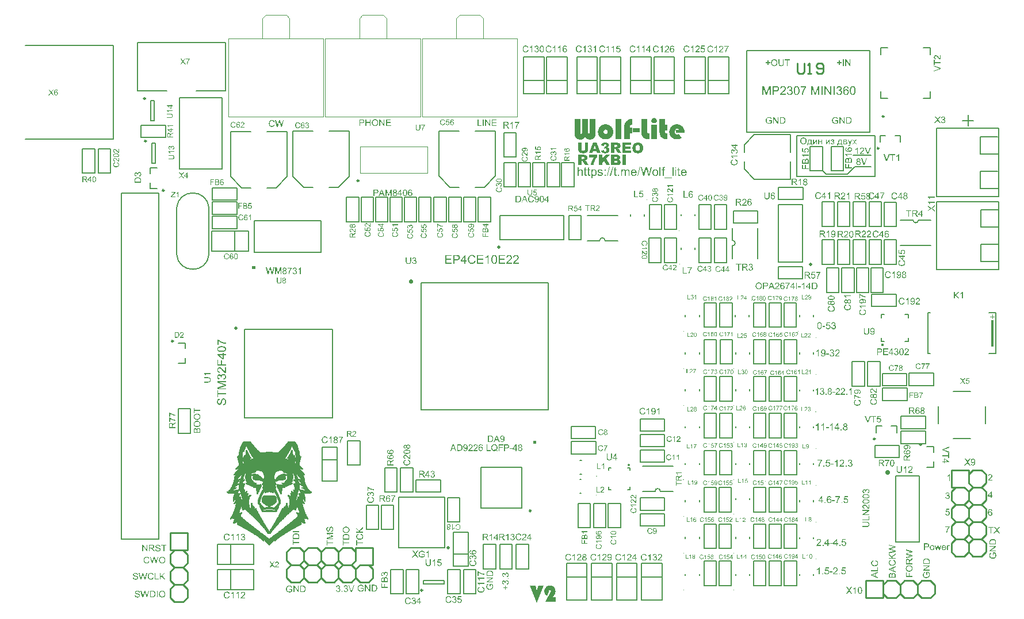
<source format=gto>
G04*
G04 #@! TF.GenerationSoftware,Altium Limited,Altium Designer,21.9.1 (22)*
G04*
G04 Layer_Color=65535*
%FSLAX44Y44*%
%MOMM*%
G71*
G04*
G04 #@! TF.SameCoordinates,E6CF621C-C939-4E50-91FD-6E13A024CA84*
G04*
G04*
G04 #@! TF.FilePolarity,Positive*
G04*
G01*
G75*
%ADD10C,0.2500*%
%ADD11C,0.1000*%
%ADD12C,0.2000*%
%ADD13C,0.3500*%
%ADD14C,0.5000*%
%ADD15C,0.4000*%
%ADD16C,0.7000*%
G04:AMPARAMS|DCode=17|XSize=0.5mm|YSize=0.5mm|CornerRadius=0.25mm|HoleSize=0mm|Usage=FLASHONLY|Rotation=180.000|XOffset=0mm|YOffset=0mm|HoleType=Round|Shape=RoundedRectangle|*
%AMROUNDEDRECTD17*
21,1,0.5000,0.0000,0,0,180.0*
21,1,0.0000,0.5000,0,0,180.0*
1,1,0.5000,0.0000,0.0000*
1,1,0.5000,0.0000,0.0000*
1,1,0.5000,0.0000,0.0000*
1,1,0.5000,0.0000,0.0000*
%
%ADD17ROUNDEDRECTD17*%
%ADD18C,0.2540*%
%ADD19C,0.1270*%
%ADD20C,0.0254*%
%ADD21C,0.1500*%
%ADD22R,0.3250X3.8750*%
G36*
X1340250Y-231003D02*
X1332623D01*
X1332638Y-231017D01*
X1332694Y-231087D01*
X1332779Y-231172D01*
X1332877Y-231313D01*
X1333004Y-231468D01*
X1333145Y-231665D01*
X1333300Y-231891D01*
X1333455Y-232145D01*
Y-232159D01*
X1333469Y-232173D01*
X1333526Y-232258D01*
X1333596Y-232399D01*
X1333681Y-232568D01*
X1333779Y-232765D01*
X1333878Y-232976D01*
X1333977Y-233188D01*
X1334061Y-233400D01*
X1332905D01*
Y-233385D01*
X1332877Y-233357D01*
X1332863Y-233301D01*
X1332821Y-233230D01*
X1332779Y-233146D01*
X1332722Y-233047D01*
X1332581Y-232807D01*
X1332426Y-232525D01*
X1332229Y-232243D01*
X1332003Y-231947D01*
X1331764Y-231651D01*
X1331750Y-231637D01*
X1331735Y-231623D01*
X1331693Y-231581D01*
X1331651Y-231525D01*
X1331510Y-231398D01*
X1331341Y-231229D01*
X1331143Y-231059D01*
X1330918Y-230876D01*
X1330692Y-230721D01*
X1330453Y-230580D01*
Y-229805D01*
X1340250D01*
Y-231003D01*
D02*
G37*
G36*
Y-238587D02*
X1332623D01*
X1332638Y-238601D01*
X1332694Y-238672D01*
X1332779Y-238756D01*
X1332877Y-238897D01*
X1333004Y-239052D01*
X1333145Y-239250D01*
X1333300Y-239475D01*
X1333455Y-239729D01*
Y-239743D01*
X1333469Y-239757D01*
X1333526Y-239842D01*
X1333596Y-239983D01*
X1333681Y-240152D01*
X1333779Y-240349D01*
X1333878Y-240561D01*
X1333977Y-240772D01*
X1334061Y-240984D01*
X1332905D01*
Y-240970D01*
X1332877Y-240941D01*
X1332863Y-240885D01*
X1332821Y-240814D01*
X1332779Y-240730D01*
X1332722Y-240631D01*
X1332581Y-240392D01*
X1332426Y-240110D01*
X1332229Y-239828D01*
X1332003Y-239532D01*
X1331764Y-239236D01*
X1331750Y-239221D01*
X1331735Y-239207D01*
X1331693Y-239165D01*
X1331651Y-239109D01*
X1331510Y-238982D01*
X1331341Y-238813D01*
X1331143Y-238643D01*
X1330918Y-238460D01*
X1330692Y-238305D01*
X1330453Y-238164D01*
Y-237389D01*
X1340250D01*
Y-238587D01*
D02*
G37*
G36*
Y-244156D02*
X1336782Y-246622D01*
X1336768Y-246637D01*
X1336726Y-246665D01*
X1336669Y-246693D01*
X1336599Y-246749D01*
X1336402Y-246876D01*
X1336190Y-247017D01*
X1336204Y-247031D01*
X1336261Y-247073D01*
X1336345Y-247130D01*
X1336458Y-247200D01*
X1336684Y-247355D01*
X1336782Y-247426D01*
X1336867Y-247482D01*
X1340250Y-249949D01*
Y-251500D01*
X1335203Y-247736D01*
X1330495Y-251063D01*
Y-249526D01*
X1333004Y-247750D01*
X1333018D01*
X1333032Y-247722D01*
X1333075Y-247694D01*
X1333131Y-247652D01*
X1333272Y-247567D01*
X1333441Y-247440D01*
X1333638Y-247313D01*
X1333836Y-247186D01*
X1334019Y-247073D01*
X1334188Y-246975D01*
X1334160Y-246961D01*
X1334104Y-246919D01*
X1333991Y-246848D01*
X1333850Y-246749D01*
X1333695Y-246637D01*
X1333497Y-246496D01*
X1333300Y-246355D01*
X1333089Y-246185D01*
X1330495Y-244240D01*
Y-242830D01*
X1335133Y-246214D01*
X1340250Y-242563D01*
Y-244156D01*
D02*
G37*
G36*
X672651Y-594633D02*
X672748D01*
X672859Y-594646D01*
X673122Y-594702D01*
X673413Y-594771D01*
X673718Y-594882D01*
X674024Y-595049D01*
X674176Y-595146D01*
X674315Y-595257D01*
X674329Y-595271D01*
X674342Y-595284D01*
X674384Y-595326D01*
X674426Y-595368D01*
X674495Y-595437D01*
X674550Y-595520D01*
X674703Y-595714D01*
X674856Y-595964D01*
X674994Y-596269D01*
X675119Y-596616D01*
X675202Y-597004D01*
X674024Y-597101D01*
Y-597087D01*
X674010Y-597073D01*
X673996Y-596990D01*
X673954Y-596865D01*
X673899Y-596713D01*
X673843Y-596546D01*
X673760Y-596380D01*
X673663Y-596227D01*
X673566Y-596103D01*
X673538Y-596075D01*
X673483Y-596019D01*
X673385Y-595936D01*
X673247Y-595839D01*
X673066Y-595756D01*
X672872Y-595673D01*
X672637Y-595617D01*
X672387Y-595589D01*
X672290D01*
X672179Y-595603D01*
X672054Y-595631D01*
X671888Y-595673D01*
X671721Y-595728D01*
X671555Y-595798D01*
X671388Y-595909D01*
X671361Y-595922D01*
X671291Y-595978D01*
X671194Y-596075D01*
X671069Y-596214D01*
X670931Y-596380D01*
X670778Y-596574D01*
X670640Y-596824D01*
X670501Y-597101D01*
Y-597115D01*
X670487Y-597143D01*
X670473Y-597184D01*
X670445Y-597240D01*
X670432Y-597323D01*
X670404Y-597420D01*
X670376Y-597531D01*
X670348Y-597670D01*
X670307Y-597822D01*
X670279Y-597989D01*
X670251Y-598169D01*
X670237Y-598363D01*
X670210Y-598585D01*
X670196Y-598807D01*
X670182Y-599057D01*
Y-599306D01*
X670196Y-599292D01*
X670251Y-599209D01*
X670348Y-599098D01*
X670473Y-598960D01*
X670612Y-598793D01*
X670792Y-598641D01*
X670986Y-598488D01*
X671208Y-598349D01*
X671222D01*
X671236Y-598335D01*
X671319Y-598294D01*
X671444Y-598252D01*
X671610Y-598183D01*
X671805Y-598127D01*
X672026Y-598086D01*
X672262Y-598044D01*
X672512Y-598030D01*
X672623D01*
X672706Y-598044D01*
X672817Y-598058D01*
X672928Y-598072D01*
X673066Y-598100D01*
X673205Y-598141D01*
X673524Y-598238D01*
X673691Y-598308D01*
X673857Y-598405D01*
X674024Y-598502D01*
X674204Y-598613D01*
X674370Y-598751D01*
X674523Y-598904D01*
X674537Y-598918D01*
X674564Y-598946D01*
X674606Y-598987D01*
X674648Y-599057D01*
X674717Y-599154D01*
X674786Y-599251D01*
X674856Y-599376D01*
X674939Y-599514D01*
X675022Y-599667D01*
X675091Y-599833D01*
X675161Y-600027D01*
X675230Y-600221D01*
X675272Y-600430D01*
X675313Y-600665D01*
X675341Y-600901D01*
X675355Y-601151D01*
Y-601165D01*
Y-601192D01*
Y-601234D01*
Y-601303D01*
X675341Y-601386D01*
Y-601470D01*
X675299Y-601692D01*
X675258Y-601955D01*
X675188Y-602233D01*
X675091Y-602538D01*
X674953Y-602829D01*
Y-602843D01*
X674939Y-602856D01*
X674911Y-602898D01*
X674883Y-602954D01*
X674800Y-603092D01*
X674675Y-603273D01*
X674523Y-603467D01*
X674342Y-603661D01*
X674120Y-603855D01*
X673885Y-604021D01*
X673871D01*
X673857Y-604035D01*
X673815Y-604063D01*
X673760Y-604077D01*
X673621Y-604146D01*
X673441Y-604216D01*
X673205Y-604299D01*
X672942Y-604354D01*
X672651Y-604410D01*
X672331Y-604424D01*
X672262D01*
X672193Y-604410D01*
X672082D01*
X671957Y-604396D01*
X671818Y-604368D01*
X671652Y-604327D01*
X671486Y-604285D01*
X671291Y-604230D01*
X671097Y-604160D01*
X670903Y-604077D01*
X670695Y-603966D01*
X670501Y-603841D01*
X670307Y-603703D01*
X670113Y-603536D01*
X669932Y-603342D01*
X669918Y-603328D01*
X669891Y-603286D01*
X669849Y-603231D01*
X669794Y-603134D01*
X669710Y-603009D01*
X669641Y-602870D01*
X669558Y-602690D01*
X669475Y-602496D01*
X669378Y-602260D01*
X669294Y-601997D01*
X669225Y-601706D01*
X669156Y-601386D01*
X669086Y-601026D01*
X669045Y-600638D01*
X669017Y-600221D01*
X669003Y-599778D01*
Y-599764D01*
Y-599750D01*
Y-599708D01*
Y-599653D01*
X669017Y-599514D01*
Y-599320D01*
X669031Y-599098D01*
X669059Y-598835D01*
X669086Y-598544D01*
X669128Y-598224D01*
X669183Y-597906D01*
X669253Y-597559D01*
X669336Y-597226D01*
X669433Y-596893D01*
X669558Y-596574D01*
X669697Y-596269D01*
X669849Y-595978D01*
X670029Y-595728D01*
X670043Y-595714D01*
X670071Y-595687D01*
X670126Y-595631D01*
X670196Y-595548D01*
X670279Y-595465D01*
X670390Y-595382D01*
X670529Y-595271D01*
X670667Y-595173D01*
X670834Y-595076D01*
X671014Y-594965D01*
X671222Y-594882D01*
X671430Y-594785D01*
X671666Y-594716D01*
X671916Y-594660D01*
X672179Y-594633D01*
X672456Y-594619D01*
X672567D01*
X672651Y-594633D01*
D02*
G37*
G36*
X718791Y-601373D02*
X715143D01*
Y-600194D01*
X718791D01*
Y-601373D01*
D02*
G37*
G36*
X649851Y-594633D02*
X649920D01*
X650017Y-594646D01*
X650253Y-594688D01*
X650517Y-594743D01*
X650808Y-594841D01*
X651099Y-594965D01*
X651390Y-595132D01*
X651404D01*
X651418Y-595160D01*
X651460Y-595187D01*
X651515Y-595229D01*
X651654Y-595340D01*
X651834Y-595492D01*
X652014Y-595700D01*
X652222Y-595950D01*
X652403Y-596241D01*
X652569Y-596574D01*
Y-596588D01*
X652583Y-596616D01*
X652611Y-596671D01*
X652638Y-596741D01*
X652666Y-596838D01*
X652708Y-596963D01*
X652736Y-597101D01*
X652777Y-597254D01*
X652819Y-597434D01*
X652860Y-597642D01*
X652888Y-597864D01*
X652916Y-598100D01*
X652943Y-598363D01*
X652971Y-598641D01*
X652985Y-598946D01*
Y-599265D01*
Y-599278D01*
Y-599348D01*
Y-599445D01*
Y-599570D01*
X652971Y-599722D01*
Y-599903D01*
X652957Y-600111D01*
X652930Y-600319D01*
X652888Y-600790D01*
X652819Y-601289D01*
X652722Y-601761D01*
X652652Y-601997D01*
X652583Y-602205D01*
Y-602219D01*
X652569Y-602246D01*
X652541Y-602302D01*
X652514Y-602385D01*
X652472Y-602468D01*
X652417Y-602579D01*
X652278Y-602815D01*
X652111Y-603078D01*
X651917Y-603356D01*
X651668Y-603619D01*
X651390Y-603855D01*
X651376D01*
X651349Y-603883D01*
X651307Y-603910D01*
X651252Y-603938D01*
X651168Y-603980D01*
X651085Y-604035D01*
X650974Y-604091D01*
X650863Y-604132D01*
X650600Y-604243D01*
X650281Y-604340D01*
X649934Y-604396D01*
X649546Y-604424D01*
X649435D01*
X649365Y-604410D01*
X649268D01*
X649157Y-604396D01*
X648894Y-604340D01*
X648603Y-604271D01*
X648298Y-604160D01*
X647992Y-604008D01*
X647840Y-603910D01*
X647701Y-603800D01*
X647687Y-603786D01*
X647673Y-603772D01*
X647632Y-603730D01*
X647590Y-603689D01*
X647535Y-603619D01*
X647466Y-603536D01*
X647327Y-603342D01*
X647188Y-603092D01*
X647049Y-602787D01*
X646938Y-602440D01*
X646855Y-602038D01*
X647992Y-601941D01*
Y-601955D01*
X648006Y-601983D01*
Y-602011D01*
X648020Y-602066D01*
X648062Y-602219D01*
X648117Y-602385D01*
X648187Y-602579D01*
X648284Y-602773D01*
X648395Y-602954D01*
X648533Y-603106D01*
X648547Y-603120D01*
X648603Y-603162D01*
X648700Y-603217D01*
X648811Y-603273D01*
X648963Y-603342D01*
X649144Y-603397D01*
X649352Y-603439D01*
X649574Y-603453D01*
X649671D01*
X649768Y-603439D01*
X649893Y-603425D01*
X650045Y-603397D01*
X650198Y-603356D01*
X650364Y-603300D01*
X650517Y-603217D01*
X650530Y-603203D01*
X650586Y-603176D01*
X650669Y-603120D01*
X650752Y-603037D01*
X650863Y-602940D01*
X650974Y-602829D01*
X651085Y-602704D01*
X651196Y-602551D01*
X651210Y-602538D01*
X651238Y-602468D01*
X651293Y-602371D01*
X651349Y-602246D01*
X651418Y-602080D01*
X651487Y-601886D01*
X651557Y-601664D01*
X651626Y-601414D01*
Y-601400D01*
X651640Y-601386D01*
Y-601345D01*
X651654Y-601289D01*
X651682Y-601151D01*
X651723Y-600970D01*
X651751Y-600748D01*
X651779Y-600513D01*
X651792Y-600249D01*
X651806Y-599972D01*
Y-599958D01*
Y-599916D01*
Y-599847D01*
Y-599736D01*
X651792Y-599764D01*
X651737Y-599833D01*
X651654Y-599930D01*
X651557Y-600069D01*
X651418Y-600208D01*
X651252Y-600360D01*
X651057Y-600513D01*
X650835Y-600652D01*
X650808Y-600665D01*
X650725Y-600707D01*
X650600Y-600762D01*
X650447Y-600818D01*
X650239Y-600887D01*
X650017Y-600943D01*
X649768Y-600984D01*
X649504Y-600998D01*
X649393D01*
X649310Y-600984D01*
X649199Y-600970D01*
X649088Y-600957D01*
X648949Y-600929D01*
X648811Y-600887D01*
X648492Y-600790D01*
X648325Y-600721D01*
X648159Y-600638D01*
X647979Y-600541D01*
X647812Y-600416D01*
X647646Y-600291D01*
X647493Y-600138D01*
X647479Y-600125D01*
X647452Y-600097D01*
X647424Y-600055D01*
X647368Y-599986D01*
X647299Y-599889D01*
X647230Y-599792D01*
X647160Y-599667D01*
X647091Y-599528D01*
X647008Y-599376D01*
X646938Y-599209D01*
X646869Y-599015D01*
X646800Y-598821D01*
X646744Y-598599D01*
X646717Y-598363D01*
X646689Y-598127D01*
X646675Y-597864D01*
Y-597850D01*
Y-597795D01*
Y-597725D01*
X646689Y-597628D01*
X646703Y-597503D01*
X646717Y-597351D01*
X646744Y-597198D01*
X646786Y-597018D01*
X646883Y-596657D01*
X646952Y-596463D01*
X647036Y-596255D01*
X647133Y-596061D01*
X647258Y-595881D01*
X647382Y-595687D01*
X647535Y-595520D01*
X647549Y-595506D01*
X647576Y-595479D01*
X647618Y-595437D01*
X647687Y-595382D01*
X647771Y-595312D01*
X647881Y-595229D01*
X647992Y-595160D01*
X648131Y-595062D01*
X648270Y-594979D01*
X648436Y-594910D01*
X648811Y-594757D01*
X649005Y-594702D01*
X649227Y-594660D01*
X649449Y-594633D01*
X649684Y-594619D01*
X649781D01*
X649851Y-594633D01*
D02*
G37*
G36*
X724699Y-600873D02*
X726002D01*
Y-601955D01*
X724699D01*
Y-604257D01*
X723520D01*
Y-601955D01*
X719345D01*
Y-600873D01*
X723742Y-594660D01*
X724699D01*
Y-600873D01*
D02*
G37*
G36*
X710969Y-594674D02*
X711205Y-594688D01*
X711454Y-594702D01*
X711690Y-594730D01*
X711898Y-594757D01*
X711926D01*
X712023Y-594785D01*
X712148Y-594813D01*
X712314Y-594855D01*
X712494Y-594924D01*
X712689Y-595007D01*
X712897Y-595104D01*
X713077Y-595215D01*
X713105Y-595229D01*
X713160Y-595271D01*
X713243Y-595354D01*
X713354Y-595451D01*
X713479Y-595576D01*
X713604Y-595742D01*
X713743Y-595922D01*
X713854Y-596130D01*
X713867Y-596158D01*
X713895Y-596227D01*
X713951Y-596352D01*
X714006Y-596519D01*
X714048Y-596713D01*
X714103Y-596935D01*
X714131Y-597184D01*
X714145Y-597448D01*
Y-597462D01*
Y-597503D01*
Y-597559D01*
X714131Y-597656D01*
X714117Y-597753D01*
X714103Y-597878D01*
X714075Y-598017D01*
X714048Y-598169D01*
X713951Y-598488D01*
X713895Y-598654D01*
X713812Y-598835D01*
X713715Y-599015D01*
X713618Y-599181D01*
X713493Y-599348D01*
X713354Y-599514D01*
X713340Y-599528D01*
X713313Y-599556D01*
X713271Y-599598D01*
X713202Y-599639D01*
X713119Y-599708D01*
X713008Y-599778D01*
X712869Y-599861D01*
X712716Y-599930D01*
X712536Y-600014D01*
X712328Y-600097D01*
X712106Y-600166D01*
X711843Y-600221D01*
X711565Y-600277D01*
X711260Y-600319D01*
X710913Y-600346D01*
X710553Y-600360D01*
X708098D01*
Y-604257D01*
X706822D01*
Y-594660D01*
X710761D01*
X710969Y-594674D01*
D02*
G37*
G36*
X705172Y-595798D02*
X699957D01*
Y-598765D01*
X704465D01*
Y-599903D01*
X699957D01*
Y-604257D01*
X698681D01*
Y-594660D01*
X705172D01*
Y-595798D01*
D02*
G37*
G36*
X681956Y-603120D02*
X686685D01*
Y-604257D01*
X680680D01*
Y-594660D01*
X681956D01*
Y-603120D01*
D02*
G37*
G36*
X665009Y-594633D02*
X665120Y-594646D01*
X665259Y-594660D01*
X665411Y-594688D01*
X665564Y-594716D01*
X665924Y-594813D01*
X666285Y-594952D01*
X666465Y-595035D01*
X666646Y-595132D01*
X666812Y-595257D01*
X666964Y-595395D01*
X666978Y-595409D01*
X667006Y-595423D01*
X667034Y-595479D01*
X667089Y-595534D01*
X667159Y-595603D01*
X667228Y-595700D01*
X667297Y-595798D01*
X667381Y-595922D01*
X667519Y-596186D01*
X667658Y-596519D01*
X667713Y-596685D01*
X667741Y-596879D01*
X667769Y-597073D01*
X667783Y-597281D01*
Y-597309D01*
Y-597379D01*
X667769Y-597490D01*
X667755Y-597642D01*
X667727Y-597808D01*
X667672Y-598003D01*
X667616Y-598211D01*
X667533Y-598419D01*
X667519Y-598446D01*
X667492Y-598516D01*
X667436Y-598627D01*
X667353Y-598779D01*
X667242Y-598946D01*
X667103Y-599154D01*
X666937Y-599362D01*
X666743Y-599598D01*
X666715Y-599625D01*
X666646Y-599708D01*
X666576Y-599778D01*
X666507Y-599847D01*
X666424Y-599930D01*
X666313Y-600041D01*
X666202Y-600152D01*
X666063Y-600277D01*
X665924Y-600416D01*
X665758Y-600568D01*
X665578Y-600721D01*
X665384Y-600901D01*
X665162Y-601081D01*
X664940Y-601275D01*
X664926Y-601289D01*
X664898Y-601317D01*
X664843Y-601359D01*
X664773Y-601414D01*
X664690Y-601497D01*
X664593Y-601581D01*
X664371Y-601761D01*
X664135Y-601969D01*
X663913Y-602177D01*
X663719Y-602357D01*
X663636Y-602427D01*
X663567Y-602496D01*
X663553Y-602510D01*
X663511Y-602551D01*
X663456Y-602607D01*
X663386Y-602690D01*
X663317Y-602787D01*
X663234Y-602884D01*
X663067Y-603120D01*
X667797D01*
Y-604257D01*
X661431D01*
Y-604243D01*
Y-604188D01*
Y-604105D01*
X661445Y-603994D01*
X661459Y-603869D01*
X661486Y-603730D01*
X661514Y-603592D01*
X661570Y-603439D01*
Y-603425D01*
X661583Y-603411D01*
X661611Y-603328D01*
X661667Y-603203D01*
X661750Y-603037D01*
X661861Y-602843D01*
X662000Y-602621D01*
X662152Y-602399D01*
X662346Y-602163D01*
Y-602149D01*
X662374Y-602135D01*
X662443Y-602052D01*
X662568Y-601927D01*
X662748Y-601747D01*
X662956Y-601539D01*
X663220Y-601289D01*
X663539Y-601012D01*
X663886Y-600721D01*
X663900Y-600707D01*
X663955Y-600665D01*
X664038Y-600596D01*
X664135Y-600513D01*
X664260Y-600402D01*
X664413Y-600277D01*
X664565Y-600138D01*
X664745Y-599986D01*
X665092Y-599653D01*
X665439Y-599320D01*
X665605Y-599154D01*
X665758Y-598987D01*
X665897Y-598835D01*
X666008Y-598682D01*
Y-598668D01*
X666035Y-598654D01*
X666063Y-598613D01*
X666091Y-598557D01*
X666188Y-598405D01*
X666299Y-598224D01*
X666396Y-598003D01*
X666493Y-597767D01*
X666548Y-597503D01*
X666576Y-597254D01*
Y-597240D01*
Y-597226D01*
X666562Y-597143D01*
X666548Y-597004D01*
X666507Y-596852D01*
X666451Y-596657D01*
X666354Y-596463D01*
X666229Y-596269D01*
X666063Y-596075D01*
X666035Y-596047D01*
X665966Y-595992D01*
X665869Y-595922D01*
X665716Y-595825D01*
X665522Y-595742D01*
X665300Y-595659D01*
X665037Y-595603D01*
X664745Y-595589D01*
X664662D01*
X664607Y-595603D01*
X664440Y-595617D01*
X664246Y-595659D01*
X664038Y-595714D01*
X663802Y-595811D01*
X663581Y-595936D01*
X663372Y-596103D01*
X663345Y-596130D01*
X663289Y-596200D01*
X663206Y-596311D01*
X663123Y-596477D01*
X663026Y-596671D01*
X662943Y-596921D01*
X662887Y-597198D01*
X662859Y-597517D01*
X661653Y-597392D01*
Y-597379D01*
X661667Y-597337D01*
Y-597268D01*
X661681Y-597170D01*
X661708Y-597060D01*
X661736Y-596935D01*
X661778Y-596782D01*
X661819Y-596630D01*
X661930Y-596297D01*
X662097Y-595964D01*
X662194Y-595798D01*
X662318Y-595631D01*
X662443Y-595479D01*
X662582Y-595340D01*
X662596Y-595326D01*
X662624Y-595312D01*
X662665Y-595271D01*
X662735Y-595229D01*
X662818Y-595173D01*
X662915Y-595118D01*
X663026Y-595049D01*
X663165Y-594979D01*
X663317Y-594910D01*
X663484Y-594841D01*
X663664Y-594785D01*
X663858Y-594730D01*
X664066Y-594688D01*
X664288Y-594646D01*
X664524Y-594633D01*
X664773Y-594619D01*
X664912D01*
X665009Y-594633D01*
D02*
G37*
G36*
X657548D02*
X657659Y-594646D01*
X657797Y-594660D01*
X657950Y-594688D01*
X658102Y-594716D01*
X658463Y-594813D01*
X658824Y-594952D01*
X659004Y-595035D01*
X659184Y-595132D01*
X659351Y-595257D01*
X659503Y-595395D01*
X659517Y-595409D01*
X659545Y-595423D01*
X659573Y-595479D01*
X659628Y-595534D01*
X659697Y-595603D01*
X659767Y-595700D01*
X659836Y-595798D01*
X659919Y-595922D01*
X660058Y-596186D01*
X660197Y-596519D01*
X660252Y-596685D01*
X660280Y-596879D01*
X660308Y-597073D01*
X660322Y-597281D01*
Y-597309D01*
Y-597379D01*
X660308Y-597490D01*
X660294Y-597642D01*
X660266Y-597808D01*
X660210Y-598003D01*
X660155Y-598211D01*
X660072Y-598419D01*
X660058Y-598446D01*
X660030Y-598516D01*
X659975Y-598627D01*
X659892Y-598779D01*
X659781Y-598946D01*
X659642Y-599154D01*
X659475Y-599362D01*
X659281Y-599598D01*
X659254Y-599625D01*
X659184Y-599708D01*
X659115Y-599778D01*
X659046Y-599847D01*
X658962Y-599930D01*
X658851Y-600041D01*
X658740Y-600152D01*
X658602Y-600277D01*
X658463Y-600416D01*
X658297Y-600568D01*
X658116Y-600721D01*
X657922Y-600901D01*
X657700Y-601081D01*
X657478Y-601275D01*
X657465Y-601289D01*
X657437Y-601317D01*
X657381Y-601359D01*
X657312Y-601414D01*
X657229Y-601497D01*
X657132Y-601581D01*
X656910Y-601761D01*
X656674Y-601969D01*
X656452Y-602177D01*
X656258Y-602357D01*
X656175Y-602427D01*
X656105Y-602496D01*
X656092Y-602510D01*
X656050Y-602551D01*
X655994Y-602607D01*
X655925Y-602690D01*
X655856Y-602787D01*
X655773Y-602884D01*
X655606Y-603120D01*
X660335D01*
Y-604257D01*
X653970D01*
Y-604243D01*
Y-604188D01*
Y-604105D01*
X653984Y-603994D01*
X653997Y-603869D01*
X654025Y-603730D01*
X654053Y-603592D01*
X654108Y-603439D01*
Y-603425D01*
X654122Y-603411D01*
X654150Y-603328D01*
X654205Y-603203D01*
X654289Y-603037D01*
X654400Y-602843D01*
X654538Y-602621D01*
X654691Y-602399D01*
X654885Y-602163D01*
Y-602149D01*
X654913Y-602135D01*
X654982Y-602052D01*
X655107Y-601927D01*
X655287Y-601747D01*
X655495Y-601539D01*
X655759Y-601289D01*
X656078Y-601012D01*
X656424Y-600721D01*
X656438Y-600707D01*
X656494Y-600665D01*
X656577Y-600596D01*
X656674Y-600513D01*
X656799Y-600402D01*
X656952Y-600277D01*
X657104Y-600138D01*
X657284Y-599986D01*
X657631Y-599653D01*
X657978Y-599320D01*
X658144Y-599154D01*
X658297Y-598987D01*
X658435Y-598835D01*
X658546Y-598682D01*
Y-598668D01*
X658574Y-598654D01*
X658602Y-598613D01*
X658630Y-598557D01*
X658727Y-598405D01*
X658838Y-598224D01*
X658935Y-598003D01*
X659032Y-597767D01*
X659087Y-597503D01*
X659115Y-597254D01*
Y-597240D01*
Y-597226D01*
X659101Y-597143D01*
X659087Y-597004D01*
X659046Y-596852D01*
X658990Y-596657D01*
X658893Y-596463D01*
X658768Y-596269D01*
X658602Y-596075D01*
X658574Y-596047D01*
X658505Y-595992D01*
X658408Y-595922D01*
X658255Y-595825D01*
X658061Y-595742D01*
X657839Y-595659D01*
X657576Y-595603D01*
X657284Y-595589D01*
X657201D01*
X657146Y-595603D01*
X656979Y-595617D01*
X656785Y-595659D01*
X656577Y-595714D01*
X656341Y-595811D01*
X656119Y-595936D01*
X655911Y-596103D01*
X655884Y-596130D01*
X655828Y-596200D01*
X655745Y-596311D01*
X655662Y-596477D01*
X655565Y-596671D01*
X655481Y-596921D01*
X655426Y-597198D01*
X655398Y-597517D01*
X654192Y-597392D01*
Y-597379D01*
X654205Y-597337D01*
Y-597268D01*
X654219Y-597170D01*
X654247Y-597060D01*
X654275Y-596935D01*
X654316Y-596782D01*
X654358Y-596630D01*
X654469Y-596297D01*
X654635Y-595964D01*
X654733Y-595798D01*
X654857Y-595631D01*
X654982Y-595479D01*
X655121Y-595340D01*
X655135Y-595326D01*
X655162Y-595312D01*
X655204Y-595271D01*
X655273Y-595229D01*
X655357Y-595173D01*
X655454Y-595118D01*
X655565Y-595049D01*
X655703Y-594979D01*
X655856Y-594910D01*
X656022Y-594841D01*
X656203Y-594785D01*
X656397Y-594730D01*
X656605Y-594688D01*
X656827Y-594646D01*
X657062Y-594633D01*
X657312Y-594619D01*
X657451D01*
X657548Y-594633D01*
D02*
G37*
G36*
X641419Y-594674D02*
X641696Y-594688D01*
X641974Y-594716D01*
X642251Y-594757D01*
X642487Y-594799D01*
X642501D01*
X642528Y-594813D01*
X642570D01*
X642625Y-594841D01*
X642778Y-594882D01*
X642972Y-594952D01*
X643194Y-595049D01*
X643430Y-595173D01*
X643665Y-595312D01*
X643887Y-595492D01*
X643901Y-595506D01*
X643915Y-595520D01*
X643957Y-595562D01*
X644012Y-595603D01*
X644151Y-595742D01*
X644317Y-595936D01*
X644498Y-596172D01*
X644692Y-596449D01*
X644872Y-596768D01*
X645025Y-597129D01*
Y-597143D01*
X645039Y-597170D01*
X645066Y-597226D01*
X645080Y-597309D01*
X645122Y-597406D01*
X645150Y-597517D01*
X645177Y-597642D01*
X645219Y-597795D01*
X645260Y-597947D01*
X645288Y-598127D01*
X645358Y-598516D01*
X645399Y-598946D01*
X645413Y-599417D01*
Y-599431D01*
Y-599459D01*
Y-599528D01*
Y-599598D01*
X645399Y-599695D01*
Y-599805D01*
X645385Y-600069D01*
X645344Y-600374D01*
X645302Y-600693D01*
X645233Y-601026D01*
X645150Y-601359D01*
Y-601373D01*
X645136Y-601400D01*
X645122Y-601442D01*
X645108Y-601497D01*
X645052Y-601650D01*
X644969Y-601844D01*
X644886Y-602066D01*
X644775Y-602288D01*
X644636Y-602524D01*
X644498Y-602746D01*
X644484Y-602773D01*
X644428Y-602843D01*
X644345Y-602940D01*
X644234Y-603065D01*
X644109Y-603203D01*
X643957Y-603342D01*
X643804Y-603494D01*
X643624Y-603619D01*
X643596Y-603633D01*
X643541Y-603675D01*
X643444Y-603730D01*
X643305Y-603800D01*
X643139Y-603883D01*
X642944Y-603952D01*
X642722Y-604035D01*
X642473Y-604105D01*
X642445D01*
X642403Y-604119D01*
X642362Y-604132D01*
X642223Y-604146D01*
X642029Y-604174D01*
X641807Y-604202D01*
X641544Y-604230D01*
X641252Y-604243D01*
X640934Y-604257D01*
X637480D01*
Y-594660D01*
X641169D01*
X641419Y-594674D01*
D02*
G37*
G36*
X636454Y-604257D02*
X635012D01*
X633888Y-601345D01*
X629866D01*
X628826Y-604257D01*
X627481D01*
X631142Y-594660D01*
X632529D01*
X636454Y-604257D01*
D02*
G37*
G36*
X730537Y-594633D02*
X730648Y-594646D01*
X730773Y-594660D01*
X730912Y-594674D01*
X731050Y-594716D01*
X731383Y-594799D01*
X731716Y-594924D01*
X731882Y-595007D01*
X732049Y-595104D01*
X732201Y-595229D01*
X732354Y-595354D01*
X732368Y-595368D01*
X732382Y-595382D01*
X732423Y-595423D01*
X732479Y-595479D01*
X732534Y-595562D01*
X732604Y-595645D01*
X732742Y-595853D01*
X732881Y-596116D01*
X733006Y-596422D01*
X733103Y-596768D01*
X733117Y-596949D01*
X733131Y-597143D01*
Y-597157D01*
Y-597170D01*
Y-597254D01*
X733117Y-597379D01*
X733089Y-597531D01*
X733047Y-597725D01*
X732978Y-597919D01*
X732895Y-598114D01*
X732770Y-598308D01*
X732756Y-598335D01*
X732701Y-598391D01*
X732617Y-598474D01*
X732506Y-598585D01*
X732354Y-598710D01*
X732174Y-598835D01*
X731966Y-598960D01*
X731716Y-599071D01*
X731730D01*
X731758Y-599084D01*
X731799Y-599098D01*
X731855Y-599126D01*
X732021Y-599195D01*
X732215Y-599292D01*
X732423Y-599431D01*
X732645Y-599584D01*
X732853Y-599778D01*
X733047Y-600000D01*
Y-600014D01*
X733061Y-600027D01*
X733117Y-600111D01*
X733200Y-600249D01*
X733283Y-600430D01*
X733366Y-600652D01*
X733450Y-600915D01*
X733505Y-601206D01*
X733519Y-601525D01*
Y-601539D01*
Y-601581D01*
Y-601650D01*
X733505Y-601733D01*
X733491Y-601830D01*
X733477Y-601955D01*
X733450Y-602094D01*
X733408Y-602246D01*
X733311Y-602565D01*
X733242Y-602746D01*
X733145Y-602912D01*
X733047Y-603092D01*
X732936Y-603259D01*
X732798Y-603425D01*
X732645Y-603592D01*
X732631Y-603605D01*
X732604Y-603633D01*
X732562Y-603675D01*
X732493Y-603716D01*
X732396Y-603786D01*
X732299Y-603855D01*
X732174Y-603924D01*
X732035Y-604008D01*
X731882Y-604091D01*
X731702Y-604160D01*
X731508Y-604230D01*
X731314Y-604299D01*
X731092Y-604340D01*
X730856Y-604382D01*
X730620Y-604410D01*
X730357Y-604424D01*
X730218D01*
X730121Y-604410D01*
X729996Y-604396D01*
X729858Y-604382D01*
X729705Y-604354D01*
X729539Y-604313D01*
X729164Y-604216D01*
X728970Y-604146D01*
X728790Y-604077D01*
X728596Y-603980D01*
X728401Y-603869D01*
X728221Y-603744D01*
X728055Y-603592D01*
X728041Y-603578D01*
X728013Y-603550D01*
X727971Y-603508D01*
X727916Y-603439D01*
X727861Y-603356D01*
X727777Y-603259D01*
X727708Y-603148D01*
X727625Y-603009D01*
X727542Y-602870D01*
X727472Y-602704D01*
X727334Y-602357D01*
X727278Y-602149D01*
X727236Y-601941D01*
X727209Y-601719D01*
X727195Y-601497D01*
Y-601484D01*
Y-601456D01*
Y-601400D01*
X727209Y-601345D01*
Y-601262D01*
X727223Y-601165D01*
X727250Y-600943D01*
X727306Y-600693D01*
X727389Y-600443D01*
X727514Y-600180D01*
X727666Y-599930D01*
Y-599916D01*
X727694Y-599903D01*
X727750Y-599833D01*
X727861Y-599722D01*
X728013Y-599584D01*
X728207Y-599445D01*
X728443Y-599292D01*
X728707Y-599168D01*
X729025Y-599071D01*
X729012D01*
X728998Y-599057D01*
X728956Y-599043D01*
X728901Y-599015D01*
X728776Y-598960D01*
X728609Y-598876D01*
X728429Y-598765D01*
X728249Y-598627D01*
X728083Y-598474D01*
X727930Y-598308D01*
X727916Y-598280D01*
X727875Y-598224D01*
X727819Y-598114D01*
X727764Y-597975D01*
X727694Y-597795D01*
X727639Y-597587D01*
X727597Y-597351D01*
X727583Y-597101D01*
Y-597087D01*
Y-597060D01*
Y-597004D01*
X727597Y-596921D01*
X727611Y-596838D01*
X727625Y-596727D01*
X727680Y-596491D01*
X727764Y-596214D01*
X727902Y-595922D01*
X727985Y-595770D01*
X728083Y-595617D01*
X728207Y-595479D01*
X728332Y-595340D01*
X728346Y-595326D01*
X728374Y-595312D01*
X728415Y-595271D01*
X728471Y-595229D01*
X728540Y-595173D01*
X728637Y-595118D01*
X728748Y-595049D01*
X728859Y-594979D01*
X728998Y-594910D01*
X729150Y-594841D01*
X729317Y-594785D01*
X729497Y-594730D01*
X729885Y-594646D01*
X730107Y-594633D01*
X730329Y-594619D01*
X730454D01*
X730537Y-594633D01*
D02*
G37*
G36*
X692552Y-594508D02*
X692676D01*
X692801Y-594522D01*
X692968Y-594549D01*
X693134Y-594577D01*
X693495Y-594646D01*
X693911Y-594757D01*
X694313Y-594924D01*
X694521Y-595021D01*
X694729Y-595132D01*
X694743Y-595146D01*
X694771Y-595160D01*
X694826Y-595201D01*
X694909Y-595243D01*
X694993Y-595312D01*
X695103Y-595395D01*
X695339Y-595589D01*
X695589Y-595839D01*
X695866Y-596144D01*
X696130Y-596505D01*
X696352Y-596907D01*
Y-596921D01*
X696379Y-596963D01*
X696407Y-597018D01*
X696435Y-597101D01*
X696490Y-597212D01*
X696532Y-597337D01*
X696587Y-597490D01*
X696643Y-597656D01*
X696684Y-597836D01*
X696740Y-598030D01*
X696795Y-598238D01*
X696837Y-598460D01*
X696892Y-598946D01*
X696920Y-599459D01*
Y-599473D01*
Y-599514D01*
Y-599570D01*
Y-599653D01*
X696906Y-599764D01*
Y-599889D01*
X696892Y-600027D01*
X696879Y-600166D01*
X696837Y-600499D01*
X696768Y-600859D01*
X696684Y-601234D01*
X696560Y-601595D01*
Y-601608D01*
X696546Y-601636D01*
X696518Y-601692D01*
X696490Y-601747D01*
X696449Y-601830D01*
X696407Y-601927D01*
X696296Y-602149D01*
X696144Y-602413D01*
X695949Y-602690D01*
X695727Y-602967D01*
X695478Y-603245D01*
X695492D01*
X695519Y-603273D01*
X695561Y-603300D01*
X695630Y-603342D01*
X695700Y-603397D01*
X695797Y-603453D01*
X696005Y-603578D01*
X696255Y-603730D01*
X696532Y-603883D01*
X696823Y-604008D01*
X697101Y-604132D01*
X696726Y-605006D01*
X696712D01*
X696684Y-604992D01*
X696629Y-604964D01*
X696546Y-604937D01*
X696449Y-604895D01*
X696338Y-604840D01*
X696213Y-604784D01*
X696074Y-604715D01*
X695769Y-604548D01*
X695422Y-604354D01*
X695048Y-604105D01*
X694660Y-603827D01*
X694646D01*
X694618Y-603855D01*
X694549Y-603883D01*
X694479Y-603924D01*
X694368Y-603966D01*
X694258Y-604021D01*
X694119Y-604063D01*
X693966Y-604119D01*
X693800Y-604174D01*
X693620Y-604230D01*
X693217Y-604327D01*
X692774Y-604396D01*
X692538Y-604410D01*
X692302Y-604424D01*
X692177D01*
X692080Y-604410D01*
X691969D01*
X691831Y-604396D01*
X691678Y-604368D01*
X691512Y-604340D01*
X691151Y-604271D01*
X690749Y-604160D01*
X690333Y-604008D01*
X690138Y-603910D01*
X689930Y-603800D01*
X689917Y-603786D01*
X689889Y-603772D01*
X689833Y-603730D01*
X689764Y-603689D01*
X689667Y-603619D01*
X689570Y-603536D01*
X689334Y-603342D01*
X689071Y-603092D01*
X688807Y-602787D01*
X688544Y-602440D01*
X688308Y-602038D01*
Y-602024D01*
X688280Y-601983D01*
X688252Y-601927D01*
X688225Y-601844D01*
X688183Y-601733D01*
X688128Y-601608D01*
X688072Y-601456D01*
X688031Y-601289D01*
X687975Y-601109D01*
X687920Y-600915D01*
X687878Y-600707D01*
X687822Y-600471D01*
X687767Y-599986D01*
X687739Y-599473D01*
Y-599459D01*
Y-599403D01*
Y-599334D01*
X687753Y-599237D01*
Y-599112D01*
X687767Y-598960D01*
X687781Y-598793D01*
X687809Y-598613D01*
X687878Y-598211D01*
X687975Y-597781D01*
X688114Y-597323D01*
X688308Y-596879D01*
X688322Y-596865D01*
X688336Y-596824D01*
X688363Y-596768D01*
X688419Y-596685D01*
X688474Y-596588D01*
X688544Y-596477D01*
X688738Y-596214D01*
X688960Y-595936D01*
X689251Y-595645D01*
X689570Y-595354D01*
X689944Y-595104D01*
X689958Y-595090D01*
X690000Y-595076D01*
X690055Y-595049D01*
X690138Y-595007D01*
X690236Y-594965D01*
X690347Y-594910D01*
X690485Y-594855D01*
X690638Y-594799D01*
X690818Y-594743D01*
X690998Y-594688D01*
X691401Y-594591D01*
X691844Y-594522D01*
X692080Y-594494D01*
X692455D01*
X692552Y-594508D01*
D02*
G37*
G36*
X704091Y-581611D02*
X704160D01*
X704257Y-581625D01*
X704493Y-581667D01*
X704756Y-581722D01*
X705048Y-581819D01*
X705339Y-581944D01*
X705630Y-582111D01*
X705644D01*
X705658Y-582138D01*
X705699Y-582166D01*
X705755Y-582208D01*
X705894Y-582319D01*
X706074Y-582471D01*
X706254Y-582679D01*
X706462Y-582929D01*
X706643Y-583220D01*
X706809Y-583553D01*
Y-583567D01*
X706823Y-583595D01*
X706851Y-583650D01*
X706878Y-583719D01*
X706906Y-583816D01*
X706948Y-583941D01*
X706975Y-584080D01*
X707017Y-584232D01*
X707059Y-584413D01*
X707100Y-584621D01*
X707128Y-584843D01*
X707156Y-585079D01*
X707183Y-585342D01*
X707211Y-585619D01*
X707225Y-585924D01*
Y-586243D01*
Y-586257D01*
Y-586327D01*
Y-586424D01*
Y-586549D01*
X707211Y-586701D01*
Y-586881D01*
X707197Y-587089D01*
X707169Y-587297D01*
X707128Y-587769D01*
X707059Y-588268D01*
X706962Y-588740D01*
X706892Y-588975D01*
X706823Y-589184D01*
Y-589197D01*
X706809Y-589225D01*
X706781Y-589281D01*
X706753Y-589364D01*
X706712Y-589447D01*
X706656Y-589558D01*
X706518Y-589794D01*
X706351Y-590057D01*
X706157Y-590335D01*
X705908Y-590598D01*
X705630Y-590834D01*
X705616D01*
X705589Y-590862D01*
X705547Y-590889D01*
X705491Y-590917D01*
X705408Y-590959D01*
X705325Y-591014D01*
X705214Y-591070D01*
X705103Y-591111D01*
X704840Y-591222D01*
X704521Y-591319D01*
X704174Y-591375D01*
X703786Y-591403D01*
X703675D01*
X703605Y-591389D01*
X703508D01*
X703397Y-591375D01*
X703134Y-591319D01*
X702843Y-591250D01*
X702538Y-591139D01*
X702232Y-590986D01*
X702080Y-590889D01*
X701941Y-590778D01*
X701927Y-590765D01*
X701913Y-590751D01*
X701872Y-590709D01*
X701830Y-590667D01*
X701775Y-590598D01*
X701705Y-590515D01*
X701567Y-590321D01*
X701428Y-590071D01*
X701289Y-589766D01*
X701178Y-589419D01*
X701095Y-589017D01*
X702232Y-588920D01*
Y-588934D01*
X702246Y-588962D01*
Y-588989D01*
X702260Y-589045D01*
X702302Y-589197D01*
X702357Y-589364D01*
X702427Y-589558D01*
X702524Y-589752D01*
X702635Y-589932D01*
X702773Y-590085D01*
X702787Y-590099D01*
X702843Y-590140D01*
X702940Y-590196D01*
X703051Y-590251D01*
X703203Y-590321D01*
X703383Y-590376D01*
X703592Y-590418D01*
X703813Y-590432D01*
X703911D01*
X704007Y-590418D01*
X704132Y-590404D01*
X704285Y-590376D01*
X704437Y-590335D01*
X704604Y-590279D01*
X704756Y-590196D01*
X704770Y-590182D01*
X704826Y-590154D01*
X704909Y-590099D01*
X704992Y-590016D01*
X705103Y-589919D01*
X705214Y-589808D01*
X705325Y-589683D01*
X705436Y-589530D01*
X705450Y-589516D01*
X705478Y-589447D01*
X705533Y-589350D01*
X705589Y-589225D01*
X705658Y-589059D01*
X705727Y-588865D01*
X705797Y-588643D01*
X705866Y-588393D01*
Y-588379D01*
X705880Y-588365D01*
Y-588324D01*
X705894Y-588268D01*
X705921Y-588130D01*
X705963Y-587949D01*
X705991Y-587727D01*
X706019Y-587492D01*
X706032Y-587228D01*
X706046Y-586951D01*
Y-586937D01*
Y-586895D01*
Y-586826D01*
Y-586715D01*
X706032Y-586743D01*
X705977Y-586812D01*
X705894Y-586909D01*
X705797Y-587048D01*
X705658Y-587187D01*
X705491Y-587339D01*
X705297Y-587492D01*
X705075Y-587630D01*
X705048Y-587644D01*
X704965Y-587686D01*
X704840Y-587741D01*
X704687Y-587797D01*
X704479Y-587866D01*
X704257Y-587921D01*
X704007Y-587963D01*
X703744Y-587977D01*
X703633D01*
X703550Y-587963D01*
X703439Y-587949D01*
X703328Y-587935D01*
X703189Y-587908D01*
X703051Y-587866D01*
X702732Y-587769D01*
X702565Y-587700D01*
X702399Y-587616D01*
X702218Y-587519D01*
X702052Y-587394D01*
X701886Y-587270D01*
X701733Y-587117D01*
X701719Y-587103D01*
X701692Y-587076D01*
X701664Y-587034D01*
X701608Y-586965D01*
X701539Y-586867D01*
X701470Y-586770D01*
X701400Y-586646D01*
X701331Y-586507D01*
X701248Y-586354D01*
X701178Y-586188D01*
X701109Y-585994D01*
X701040Y-585800D01*
X700984Y-585578D01*
X700956Y-585342D01*
X700929Y-585106D01*
X700915Y-584843D01*
Y-584829D01*
Y-584773D01*
Y-584704D01*
X700929Y-584607D01*
X700943Y-584482D01*
X700956Y-584330D01*
X700984Y-584177D01*
X701026Y-583997D01*
X701123Y-583636D01*
X701192Y-583442D01*
X701275Y-583234D01*
X701373Y-583040D01*
X701497Y-582859D01*
X701622Y-582665D01*
X701775Y-582499D01*
X701789Y-582485D01*
X701816Y-582457D01*
X701858Y-582416D01*
X701927Y-582360D01*
X702010Y-582291D01*
X702121Y-582208D01*
X702232Y-582138D01*
X702371Y-582041D01*
X702510Y-581958D01*
X702676Y-581889D01*
X703051Y-581736D01*
X703245Y-581681D01*
X703467Y-581639D01*
X703689Y-581611D01*
X703924Y-581598D01*
X704021D01*
X704091Y-581611D01*
D02*
G37*
G36*
X700374Y-591236D02*
X698932D01*
X697808Y-588324D01*
X693786D01*
X692746Y-591236D01*
X691401D01*
X695062Y-581639D01*
X696449D01*
X700374Y-591236D01*
D02*
G37*
G36*
X686714Y-581653D02*
X686991Y-581667D01*
X687268Y-581695D01*
X687546Y-581736D01*
X687782Y-581778D01*
X687795D01*
X687823Y-581792D01*
X687865D01*
X687920Y-581819D01*
X688073Y-581861D01*
X688267Y-581930D01*
X688489Y-582027D01*
X688725Y-582152D01*
X688960Y-582291D01*
X689182Y-582471D01*
X689196Y-582485D01*
X689210Y-582499D01*
X689252Y-582541D01*
X689307Y-582582D01*
X689446Y-582721D01*
X689612Y-582915D01*
X689792Y-583151D01*
X689987Y-583428D01*
X690167Y-583747D01*
X690319Y-584108D01*
Y-584122D01*
X690333Y-584149D01*
X690361Y-584205D01*
X690375Y-584288D01*
X690416Y-584385D01*
X690444Y-584496D01*
X690472Y-584621D01*
X690514Y-584773D01*
X690555Y-584926D01*
X690583Y-585106D01*
X690652Y-585494D01*
X690694Y-585924D01*
X690708Y-586396D01*
Y-586410D01*
Y-586438D01*
Y-586507D01*
Y-586576D01*
X690694Y-586673D01*
Y-586784D01*
X690680Y-587048D01*
X690638Y-587353D01*
X690597Y-587672D01*
X690527Y-588005D01*
X690444Y-588338D01*
Y-588351D01*
X690430Y-588379D01*
X690416Y-588421D01*
X690403Y-588476D01*
X690347Y-588629D01*
X690264Y-588823D01*
X690181Y-589045D01*
X690070Y-589267D01*
X689931Y-589502D01*
X689792Y-589724D01*
X689779Y-589752D01*
X689723Y-589822D01*
X689640Y-589919D01*
X689529Y-590043D01*
X689404Y-590182D01*
X689252Y-590321D01*
X689099Y-590473D01*
X688919Y-590598D01*
X688891Y-590612D01*
X688836Y-590654D01*
X688738Y-590709D01*
X688600Y-590778D01*
X688433Y-590862D01*
X688239Y-590931D01*
X688017Y-591014D01*
X687768Y-591083D01*
X687740D01*
X687698Y-591097D01*
X687657Y-591111D01*
X687518Y-591125D01*
X687324Y-591153D01*
X687102Y-591181D01*
X686839Y-591208D01*
X686547Y-591222D01*
X686228Y-591236D01*
X682775D01*
Y-581639D01*
X686464D01*
X686714Y-581653D01*
D02*
G37*
G36*
X685737Y-780490D02*
X685847D01*
X686111Y-780504D01*
X686416Y-780545D01*
X686735Y-780587D01*
X687068Y-780656D01*
X687401Y-780740D01*
X687415D01*
X687442Y-780753D01*
X687484Y-780767D01*
X687540Y-780781D01*
X687692Y-780837D01*
X687886Y-780920D01*
X688108Y-781003D01*
X688330Y-781114D01*
X688566Y-781253D01*
X688788Y-781391D01*
X688815Y-781405D01*
X688885Y-781461D01*
X688982Y-781544D01*
X689107Y-781655D01*
X689245Y-781780D01*
X689384Y-781932D01*
X689537Y-782085D01*
X689661Y-782265D01*
X689675Y-782293D01*
X689717Y-782348D01*
X689772Y-782445D01*
X689842Y-782584D01*
X689925Y-782750D01*
X689994Y-782945D01*
X690077Y-783167D01*
X690147Y-783416D01*
Y-783444D01*
X690161Y-783485D01*
X690174Y-783527D01*
X690188Y-783666D01*
X690216Y-783860D01*
X690244Y-784082D01*
X690272Y-784345D01*
X690285Y-784637D01*
X690299Y-784956D01*
Y-788409D01*
X680702D01*
Y-784720D01*
X680716Y-784470D01*
X680730Y-784193D01*
X680758Y-783915D01*
X680799Y-783638D01*
X680841Y-783402D01*
Y-783388D01*
X680855Y-783361D01*
Y-783319D01*
X680883Y-783264D01*
X680924Y-783111D01*
X680994Y-782917D01*
X681091Y-782695D01*
X681216Y-782459D01*
X681354Y-782224D01*
X681535Y-782002D01*
X681548Y-781988D01*
X681562Y-781974D01*
X681604Y-781932D01*
X681645Y-781877D01*
X681784Y-781738D01*
X681978Y-781572D01*
X682214Y-781391D01*
X682491Y-781197D01*
X682810Y-781017D01*
X683171Y-780864D01*
X683185D01*
X683213Y-780851D01*
X683268Y-780823D01*
X683351Y-780809D01*
X683448Y-780767D01*
X683559Y-780740D01*
X683684Y-780712D01*
X683837Y-780670D01*
X683989Y-780629D01*
X684169Y-780601D01*
X684558Y-780531D01*
X684988Y-780490D01*
X685459Y-780476D01*
X685473D01*
X685501D01*
X685570D01*
X685639D01*
X685737Y-780490D01*
D02*
G37*
G36*
X690299Y-791862D02*
X682769Y-796882D01*
X690299D01*
Y-798103D01*
X680702D01*
Y-796799D01*
X688247Y-791765D01*
X680702D01*
Y-790545D01*
X690299D01*
Y-791862D01*
D02*
G37*
G36*
X688982Y-799975D02*
X688996Y-800003D01*
X689037Y-800058D01*
X689093Y-800128D01*
X689148Y-800211D01*
X689218Y-800308D01*
X689301Y-800433D01*
X689384Y-800557D01*
X689564Y-800849D01*
X689758Y-801182D01*
X689939Y-801528D01*
X690091Y-801903D01*
Y-801917D01*
X690105Y-801944D01*
X690119Y-802000D01*
X690147Y-802069D01*
X690174Y-802166D01*
X690216Y-802277D01*
X690244Y-802402D01*
X690272Y-802527D01*
X690341Y-802832D01*
X690410Y-803179D01*
X690452Y-803553D01*
X690466Y-803941D01*
Y-804080D01*
X690452Y-804177D01*
Y-804302D01*
X690438Y-804454D01*
X690410Y-804621D01*
X690396Y-804801D01*
X690313Y-805203D01*
X690216Y-805633D01*
X690063Y-806077D01*
X689980Y-806299D01*
X689869Y-806521D01*
X689855Y-806535D01*
X689842Y-806576D01*
X689800Y-806632D01*
X689758Y-806715D01*
X689689Y-806812D01*
X689620Y-806909D01*
X689426Y-807173D01*
X689176Y-807450D01*
X688871Y-807741D01*
X688524Y-808019D01*
X688122Y-808268D01*
X688108D01*
X688066Y-808296D01*
X688011Y-808324D01*
X687914Y-808365D01*
X687817Y-808407D01*
X687678Y-808449D01*
X687540Y-808504D01*
X687373Y-808559D01*
X687193Y-808615D01*
X686985Y-808671D01*
X686777Y-808712D01*
X686555Y-808754D01*
X686069Y-808823D01*
X685556Y-808851D01*
X685542D01*
X685487D01*
X685418D01*
X685321Y-808837D01*
X685196D01*
X685043Y-808823D01*
X684891Y-808795D01*
X684710Y-808781D01*
X684516Y-808740D01*
X684308Y-808712D01*
X683864Y-808601D01*
X683407Y-808463D01*
X682949Y-808268D01*
X682935Y-808254D01*
X682894Y-808241D01*
X682838Y-808213D01*
X682755Y-808157D01*
X682644Y-808102D01*
X682533Y-808033D01*
X682270Y-807838D01*
X681964Y-807603D01*
X681673Y-807311D01*
X681382Y-806979D01*
X681257Y-806784D01*
X681132Y-806590D01*
X681118Y-806576D01*
X681105Y-806535D01*
X681077Y-806479D01*
X681035Y-806396D01*
X680994Y-806285D01*
X680938Y-806160D01*
X680883Y-806022D01*
X680827Y-805855D01*
X680772Y-805675D01*
X680730Y-805481D01*
X680675Y-805273D01*
X680633Y-805051D01*
X680564Y-804565D01*
X680536Y-804316D01*
Y-803872D01*
X680550Y-803789D01*
Y-803678D01*
X680577Y-803414D01*
X680619Y-803123D01*
X680688Y-802818D01*
X680772Y-802485D01*
X680883Y-802166D01*
Y-802152D01*
X680897Y-802125D01*
X680910Y-802083D01*
X680938Y-802028D01*
X681021Y-801875D01*
X681118Y-801681D01*
X681257Y-801473D01*
X681423Y-801251D01*
X681604Y-801043D01*
X681826Y-800849D01*
X681853Y-800821D01*
X681937Y-800766D01*
X682061Y-800682D01*
X682242Y-800571D01*
X682464Y-800460D01*
X682741Y-800336D01*
X683046Y-800211D01*
X683393Y-800114D01*
X683698Y-801265D01*
X683684D01*
X683670Y-801279D01*
X683629Y-801292D01*
X683573Y-801306D01*
X683448Y-801348D01*
X683282Y-801404D01*
X683088Y-801487D01*
X682907Y-801584D01*
X682713Y-801681D01*
X682547Y-801806D01*
X682533Y-801820D01*
X682477Y-801861D01*
X682408Y-801944D01*
X682311Y-802041D01*
X682200Y-802166D01*
X682089Y-802333D01*
X681978Y-802513D01*
X681881Y-802721D01*
X681867Y-802749D01*
X681840Y-802818D01*
X681798Y-802943D01*
X681742Y-803109D01*
X681701Y-803303D01*
X681659Y-803525D01*
X681631Y-803775D01*
X681618Y-804038D01*
Y-804191D01*
X681631Y-804260D01*
Y-804344D01*
X681645Y-804552D01*
X681687Y-804787D01*
X681729Y-805051D01*
X681798Y-805301D01*
X681895Y-805550D01*
X681909Y-805578D01*
X681937Y-805661D01*
X682006Y-805772D01*
X682075Y-805911D01*
X682186Y-806077D01*
X682297Y-806257D01*
X682436Y-806424D01*
X682588Y-806576D01*
X682602Y-806590D01*
X682658Y-806646D01*
X682755Y-806715D01*
X682866Y-806798D01*
X683005Y-806895D01*
X683171Y-806992D01*
X683351Y-807089D01*
X683545Y-807187D01*
X683559D01*
X683587Y-807200D01*
X683629Y-807214D01*
X683698Y-807242D01*
X683781Y-807270D01*
X683878Y-807298D01*
X683989Y-807339D01*
X684114Y-807367D01*
X684405Y-807436D01*
X684738Y-807492D01*
X685085Y-807533D01*
X685473Y-807547D01*
X685487D01*
X685529D01*
X685598D01*
X685681Y-807533D01*
X685792D01*
X685931Y-807519D01*
X686069Y-807505D01*
X686222Y-807492D01*
X686569Y-807436D01*
X686929Y-807367D01*
X687290Y-807256D01*
X687636Y-807117D01*
X687650D01*
X687678Y-807089D01*
X687720Y-807076D01*
X687775Y-807034D01*
X687928Y-806937D01*
X688122Y-806784D01*
X688330Y-806604D01*
X688538Y-806382D01*
X688732Y-806119D01*
X688912Y-805827D01*
Y-805814D01*
X688926Y-805786D01*
X688954Y-805744D01*
X688982Y-805675D01*
X689009Y-805606D01*
X689037Y-805508D01*
X689120Y-805287D01*
X689190Y-805009D01*
X689259Y-804704D01*
X689315Y-804371D01*
X689329Y-804025D01*
Y-803886D01*
X689315Y-803803D01*
Y-803719D01*
X689287Y-803511D01*
X689259Y-803262D01*
X689204Y-802998D01*
X689120Y-802707D01*
X689023Y-802416D01*
Y-802402D01*
X689009Y-802374D01*
X688996Y-802346D01*
X688968Y-802291D01*
X688899Y-802139D01*
X688815Y-801972D01*
X688718Y-801778D01*
X688607Y-801570D01*
X688483Y-801376D01*
X688344Y-801209D01*
X686541D01*
Y-804038D01*
X685404D01*
Y-799961D01*
X688968D01*
X688982Y-799975D01*
D02*
G37*
G36*
X710712Y-783621D02*
X710823Y-783634D01*
X710948Y-783662D01*
X711087Y-783690D01*
X711239Y-783718D01*
X711572Y-783829D01*
X711753Y-783912D01*
X711919Y-783995D01*
X712099Y-784106D01*
X712280Y-784231D01*
X712460Y-784369D01*
X712626Y-784536D01*
X712640Y-784550D01*
X712668Y-784577D01*
X712710Y-784633D01*
X712765Y-784702D01*
X712834Y-784785D01*
X712904Y-784896D01*
X712987Y-785021D01*
X713056Y-785174D01*
X713139Y-785326D01*
X713223Y-785507D01*
X713292Y-785687D01*
X713361Y-785895D01*
X713417Y-786117D01*
X713458Y-786353D01*
X713486Y-786588D01*
X713500Y-786852D01*
Y-786977D01*
X713486Y-787060D01*
X713472Y-787171D01*
X713458Y-787296D01*
X713431Y-787434D01*
X713403Y-787587D01*
X713320Y-787920D01*
X713181Y-788266D01*
X713098Y-788447D01*
X713001Y-788613D01*
X712876Y-788780D01*
X712751Y-788946D01*
X712737Y-788960D01*
X712710Y-788988D01*
X712668Y-789029D01*
X712612Y-789071D01*
X712543Y-789140D01*
X712446Y-789209D01*
X712349Y-789293D01*
X712224Y-789376D01*
X712085Y-789459D01*
X711947Y-789542D01*
X711614Y-789695D01*
X711226Y-789820D01*
X711018Y-789861D01*
X710796Y-789889D01*
X710643Y-788710D01*
X710657D01*
X710685Y-788696D01*
X710740Y-788682D01*
X710809Y-788669D01*
X710893Y-788655D01*
X710990Y-788627D01*
X711198Y-788558D01*
X711447Y-788461D01*
X711683Y-788336D01*
X711905Y-788197D01*
X712099Y-788031D01*
X712113Y-788003D01*
X712169Y-787947D01*
X712238Y-787837D01*
X712307Y-787698D01*
X712391Y-787531D01*
X712460Y-787323D01*
X712515Y-787088D01*
X712529Y-786838D01*
Y-786755D01*
X712515Y-786699D01*
X712501Y-786547D01*
X712460Y-786353D01*
X712391Y-786131D01*
X712293Y-785895D01*
X712155Y-785659D01*
X711961Y-785437D01*
X711933Y-785409D01*
X711850Y-785340D01*
X711725Y-785257D01*
X711558Y-785146D01*
X711350Y-785035D01*
X711115Y-784952D01*
X710837Y-784883D01*
X710532Y-784855D01*
X710518D01*
X710490D01*
X710449D01*
X710393Y-784869D01*
X710241Y-784883D01*
X710061Y-784924D01*
X709839Y-784980D01*
X709617Y-785077D01*
X709395Y-785215D01*
X709187Y-785396D01*
X709159Y-785423D01*
X709104Y-785493D01*
X709020Y-785604D01*
X708923Y-785756D01*
X708826Y-785950D01*
X708743Y-786186D01*
X708688Y-786450D01*
X708660Y-786741D01*
Y-786866D01*
X708674Y-786963D01*
X708688Y-787088D01*
X708715Y-787226D01*
X708743Y-787393D01*
X708785Y-787573D01*
X707745Y-787434D01*
Y-787365D01*
X707758Y-787309D01*
Y-787129D01*
X707731Y-786977D01*
X707703Y-786796D01*
X707661Y-786588D01*
X707592Y-786353D01*
X707495Y-786131D01*
X707370Y-785895D01*
Y-785881D01*
X707356Y-785867D01*
X707301Y-785798D01*
X707204Y-785701D01*
X707079Y-785590D01*
X706899Y-785479D01*
X706691Y-785382D01*
X706455Y-785312D01*
X706316Y-785285D01*
X706164D01*
X706150D01*
X706136D01*
X706053D01*
X705942Y-785312D01*
X705789Y-785340D01*
X705623Y-785396D01*
X705442Y-785465D01*
X705262Y-785576D01*
X705096Y-785729D01*
X705082Y-785742D01*
X705026Y-785812D01*
X704957Y-785909D01*
X704874Y-786034D01*
X704805Y-786200D01*
X704735Y-786394D01*
X704680Y-786616D01*
X704666Y-786866D01*
Y-786977D01*
X704694Y-787101D01*
X704721Y-787268D01*
X704777Y-787448D01*
X704846Y-787628D01*
X704957Y-787823D01*
X705096Y-788003D01*
X705110Y-788017D01*
X705179Y-788072D01*
X705276Y-788155D01*
X705415Y-788252D01*
X705595Y-788350D01*
X705817Y-788447D01*
X706080Y-788530D01*
X706385Y-788585D01*
X706178Y-789764D01*
X706164D01*
X706122Y-789750D01*
X706067Y-789736D01*
X705983Y-789723D01*
X705886Y-789695D01*
X705775Y-789653D01*
X705512Y-789570D01*
X705207Y-789431D01*
X704902Y-789265D01*
X704610Y-789057D01*
X704347Y-788793D01*
X704333Y-788780D01*
X704319Y-788752D01*
X704291Y-788710D01*
X704250Y-788655D01*
X704194Y-788585D01*
X704139Y-788488D01*
X704083Y-788391D01*
X704014Y-788266D01*
X703903Y-787989D01*
X703792Y-787670D01*
X703723Y-787296D01*
X703695Y-787101D01*
Y-786755D01*
X703709Y-786602D01*
X703737Y-786422D01*
X703778Y-786200D01*
X703848Y-785950D01*
X703931Y-785701D01*
X704042Y-785451D01*
Y-785437D01*
X704056Y-785423D01*
X704097Y-785340D01*
X704180Y-785215D01*
X704277Y-785077D01*
X704416Y-784910D01*
X704569Y-784744D01*
X704749Y-784577D01*
X704957Y-784439D01*
X704985Y-784425D01*
X705054Y-784383D01*
X705179Y-784328D01*
X705331Y-784258D01*
X705512Y-784189D01*
X705720Y-784134D01*
X705956Y-784092D01*
X706191Y-784078D01*
X706219D01*
X706302D01*
X706413Y-784092D01*
X706566Y-784120D01*
X706746Y-784161D01*
X706940Y-784231D01*
X707134Y-784314D01*
X707328Y-784425D01*
X707356Y-784439D01*
X707412Y-784480D01*
X707509Y-784564D01*
X707620Y-784675D01*
X707745Y-784813D01*
X707883Y-784980D01*
X708008Y-785174D01*
X708133Y-785409D01*
Y-785396D01*
X708147Y-785368D01*
X708161Y-785326D01*
X708175Y-785271D01*
X708230Y-785118D01*
X708313Y-784924D01*
X708424Y-784702D01*
X708563Y-784480D01*
X708743Y-784272D01*
X708951Y-784078D01*
X708979Y-784064D01*
X709062Y-784009D01*
X709201Y-783926D01*
X709381Y-783842D01*
X709603Y-783759D01*
X709866Y-783676D01*
X710172Y-783621D01*
X710504Y-783607D01*
X710518D01*
X710560D01*
X710629D01*
X710712Y-783621D01*
D02*
G37*
G36*
X713334Y-792968D02*
X711988D01*
Y-791622D01*
X713334D01*
Y-792968D01*
D02*
G37*
G36*
X710712Y-794812D02*
X710823Y-794826D01*
X710948Y-794854D01*
X711087Y-794882D01*
X711239Y-794909D01*
X711572Y-795020D01*
X711753Y-795104D01*
X711919Y-795187D01*
X712099Y-795298D01*
X712280Y-795423D01*
X712460Y-795561D01*
X712626Y-795728D01*
X712640Y-795742D01*
X712668Y-795769D01*
X712710Y-795825D01*
X712765Y-795894D01*
X712834Y-795977D01*
X712904Y-796088D01*
X712987Y-796213D01*
X713056Y-796366D01*
X713139Y-796518D01*
X713223Y-796698D01*
X713292Y-796879D01*
X713361Y-797087D01*
X713417Y-797309D01*
X713458Y-797544D01*
X713486Y-797780D01*
X713500Y-798044D01*
Y-798168D01*
X713486Y-798252D01*
X713472Y-798363D01*
X713458Y-798487D01*
X713431Y-798626D01*
X713403Y-798779D01*
X713320Y-799111D01*
X713181Y-799458D01*
X713098Y-799639D01*
X713001Y-799805D01*
X712876Y-799971D01*
X712751Y-800138D01*
X712737Y-800152D01*
X712710Y-800179D01*
X712668Y-800221D01*
X712612Y-800263D01*
X712543Y-800332D01*
X712446Y-800401D01*
X712349Y-800484D01*
X712224Y-800568D01*
X712085Y-800651D01*
X711947Y-800734D01*
X711614Y-800887D01*
X711226Y-801012D01*
X711018Y-801053D01*
X710796Y-801081D01*
X710643Y-799902D01*
X710657D01*
X710685Y-799888D01*
X710740Y-799874D01*
X710809Y-799860D01*
X710893Y-799846D01*
X710990Y-799819D01*
X711198Y-799749D01*
X711447Y-799652D01*
X711683Y-799528D01*
X711905Y-799389D01*
X712099Y-799222D01*
X712113Y-799195D01*
X712169Y-799139D01*
X712238Y-799028D01*
X712307Y-798890D01*
X712391Y-798723D01*
X712460Y-798515D01*
X712515Y-798279D01*
X712529Y-798030D01*
Y-797946D01*
X712515Y-797891D01*
X712501Y-797738D01*
X712460Y-797544D01*
X712391Y-797322D01*
X712293Y-797087D01*
X712155Y-796851D01*
X711961Y-796629D01*
X711933Y-796601D01*
X711850Y-796532D01*
X711725Y-796449D01*
X711558Y-796338D01*
X711350Y-796227D01*
X711115Y-796144D01*
X710837Y-796074D01*
X710532Y-796047D01*
X710518D01*
X710490D01*
X710449D01*
X710393Y-796060D01*
X710241Y-796074D01*
X710061Y-796116D01*
X709839Y-796171D01*
X709617Y-796268D01*
X709395Y-796407D01*
X709187Y-796587D01*
X709159Y-796615D01*
X709104Y-796684D01*
X709020Y-796796D01*
X708923Y-796948D01*
X708826Y-797142D01*
X708743Y-797378D01*
X708688Y-797641D01*
X708660Y-797933D01*
Y-798057D01*
X708674Y-798155D01*
X708688Y-798279D01*
X708715Y-798418D01*
X708743Y-798585D01*
X708785Y-798765D01*
X707745Y-798626D01*
Y-798557D01*
X707758Y-798501D01*
Y-798321D01*
X707731Y-798168D01*
X707703Y-797988D01*
X707661Y-797780D01*
X707592Y-797544D01*
X707495Y-797322D01*
X707370Y-797087D01*
Y-797073D01*
X707356Y-797059D01*
X707301Y-796990D01*
X707204Y-796892D01*
X707079Y-796782D01*
X706899Y-796671D01*
X706691Y-796574D01*
X706455Y-796504D01*
X706316Y-796477D01*
X706164D01*
X706150D01*
X706136D01*
X706053D01*
X705942Y-796504D01*
X705789Y-796532D01*
X705623Y-796587D01*
X705442Y-796657D01*
X705262Y-796768D01*
X705096Y-796920D01*
X705082Y-796934D01*
X705026Y-797003D01*
X704957Y-797101D01*
X704874Y-797225D01*
X704805Y-797392D01*
X704735Y-797586D01*
X704680Y-797808D01*
X704666Y-798057D01*
Y-798168D01*
X704694Y-798293D01*
X704721Y-798460D01*
X704777Y-798640D01*
X704846Y-798820D01*
X704957Y-799014D01*
X705096Y-799195D01*
X705110Y-799209D01*
X705179Y-799264D01*
X705276Y-799347D01*
X705415Y-799444D01*
X705595Y-799541D01*
X705817Y-799639D01*
X706080Y-799722D01*
X706385Y-799777D01*
X706178Y-800956D01*
X706164D01*
X706122Y-800942D01*
X706067Y-800928D01*
X705983Y-800914D01*
X705886Y-800887D01*
X705775Y-800845D01*
X705512Y-800762D01*
X705207Y-800623D01*
X704902Y-800457D01*
X704610Y-800249D01*
X704347Y-799985D01*
X704333Y-799971D01*
X704319Y-799944D01*
X704291Y-799902D01*
X704250Y-799846D01*
X704194Y-799777D01*
X704139Y-799680D01*
X704083Y-799583D01*
X704014Y-799458D01*
X703903Y-799181D01*
X703792Y-798862D01*
X703723Y-798487D01*
X703695Y-798293D01*
Y-797946D01*
X703709Y-797794D01*
X703737Y-797614D01*
X703778Y-797392D01*
X703848Y-797142D01*
X703931Y-796892D01*
X704042Y-796643D01*
Y-796629D01*
X704056Y-796615D01*
X704097Y-796532D01*
X704180Y-796407D01*
X704277Y-796268D01*
X704416Y-796102D01*
X704569Y-795936D01*
X704749Y-795769D01*
X704957Y-795630D01*
X704985Y-795617D01*
X705054Y-795575D01*
X705179Y-795520D01*
X705331Y-795450D01*
X705512Y-795381D01*
X705720Y-795325D01*
X705956Y-795284D01*
X706191Y-795270D01*
X706219D01*
X706302D01*
X706413Y-795284D01*
X706566Y-795312D01*
X706746Y-795353D01*
X706940Y-795423D01*
X707134Y-795506D01*
X707328Y-795617D01*
X707356Y-795630D01*
X707412Y-795672D01*
X707509Y-795755D01*
X707620Y-795866D01*
X707745Y-796005D01*
X707883Y-796171D01*
X708008Y-796366D01*
X708133Y-796601D01*
Y-796587D01*
X708147Y-796560D01*
X708161Y-796518D01*
X708175Y-796463D01*
X708230Y-796310D01*
X708313Y-796116D01*
X708424Y-795894D01*
X708563Y-795672D01*
X708743Y-795464D01*
X708951Y-795270D01*
X708979Y-795256D01*
X709062Y-795201D01*
X709201Y-795117D01*
X709381Y-795034D01*
X709603Y-794951D01*
X709866Y-794868D01*
X710172Y-794812D01*
X710504Y-794798D01*
X710518D01*
X710560D01*
X710629D01*
X710712Y-794812D01*
D02*
G37*
G36*
X709145Y-805033D02*
X711780D01*
Y-806143D01*
X709145D01*
Y-808750D01*
X708050D01*
Y-806143D01*
X705442D01*
Y-805033D01*
X708050D01*
Y-802426D01*
X709145D01*
Y-805033D01*
D02*
G37*
G36*
X197330Y-742340D02*
X197429D01*
X197697Y-742368D01*
X197993Y-742410D01*
X198303Y-742481D01*
X198642Y-742565D01*
X198952Y-742678D01*
X198966D01*
X198994Y-742692D01*
X199036Y-742720D01*
X199093Y-742749D01*
X199234Y-742819D01*
X199417Y-742946D01*
X199628Y-743087D01*
X199840Y-743270D01*
X200037Y-743482D01*
X200220Y-743721D01*
Y-743735D01*
X200235Y-743749D01*
X200263Y-743792D01*
X200291Y-743834D01*
X200361Y-743975D01*
X200446Y-744158D01*
X200545Y-744384D01*
X200615Y-744652D01*
X200686Y-744934D01*
X200714Y-745244D01*
X199473Y-745342D01*
Y-745328D01*
Y-745300D01*
X199459Y-745258D01*
X199445Y-745187D01*
X199403Y-745032D01*
X199346Y-744821D01*
X199262Y-744595D01*
X199135Y-744370D01*
X198980Y-744158D01*
X198783Y-743961D01*
X198754Y-743947D01*
X198684Y-743891D01*
X198543Y-743806D01*
X198360Y-743721D01*
X198120Y-743637D01*
X197838Y-743552D01*
X197486Y-743496D01*
X197091Y-743482D01*
X196894D01*
X196809Y-743496D01*
X196696Y-743510D01*
X196442Y-743538D01*
X196161Y-743594D01*
X195879Y-743665D01*
X195611Y-743778D01*
X195498Y-743848D01*
X195385Y-743919D01*
X195357Y-743933D01*
X195301Y-743989D01*
X195216Y-744088D01*
X195131Y-744201D01*
X195033Y-744356D01*
X194948Y-744525D01*
X194892Y-744722D01*
X194864Y-744948D01*
Y-744976D01*
Y-745032D01*
X194878Y-745131D01*
X194906Y-745244D01*
X194948Y-745385D01*
X195019Y-745526D01*
X195103Y-745667D01*
X195230Y-745808D01*
X195244Y-745822D01*
X195315Y-745864D01*
X195371Y-745906D01*
X195427Y-745935D01*
X195512Y-745977D01*
X195611Y-746033D01*
X195738Y-746076D01*
X195879Y-746132D01*
X196034Y-746188D01*
X196217Y-746259D01*
X196414Y-746315D01*
X196640Y-746386D01*
X196894Y-746442D01*
X197176Y-746513D01*
X197190D01*
X197246Y-746527D01*
X197330Y-746541D01*
X197429Y-746569D01*
X197556Y-746597D01*
X197711Y-746639D01*
X197866Y-746682D01*
X198035Y-746724D01*
X198402Y-746823D01*
X198754Y-746921D01*
X198923Y-746978D01*
X199079Y-747034D01*
X199219Y-747076D01*
X199332Y-747133D01*
X199346D01*
X199375Y-747147D01*
X199417Y-747175D01*
X199473Y-747203D01*
X199628Y-747288D01*
X199812Y-747401D01*
X200023Y-747556D01*
X200235Y-747725D01*
X200432Y-747922D01*
X200601Y-748134D01*
X200615Y-748162D01*
X200672Y-748232D01*
X200728Y-748359D01*
X200812Y-748528D01*
X200883Y-748726D01*
X200954Y-748965D01*
X200996Y-749233D01*
X201010Y-749515D01*
Y-749529D01*
Y-749543D01*
Y-749586D01*
Y-749642D01*
X200982Y-749797D01*
X200954Y-749995D01*
X200897Y-750220D01*
X200827Y-750460D01*
X200714Y-750713D01*
X200559Y-750981D01*
Y-750995D01*
X200545Y-751010D01*
X200474Y-751094D01*
X200375Y-751221D01*
X200235Y-751362D01*
X200051Y-751531D01*
X199826Y-751714D01*
X199572Y-751883D01*
X199276Y-752039D01*
X199262D01*
X199234Y-752053D01*
X199191Y-752067D01*
X199135Y-752095D01*
X199050Y-752123D01*
X198952Y-752165D01*
X198726Y-752222D01*
X198458Y-752292D01*
X198134Y-752363D01*
X197782Y-752405D01*
X197401Y-752419D01*
X197176D01*
X197063Y-752405D01*
X196936D01*
X196795Y-752391D01*
X196626Y-752377D01*
X196273Y-752320D01*
X195907Y-752264D01*
X195540Y-752165D01*
X195188Y-752039D01*
X195174D01*
X195145Y-752025D01*
X195103Y-751996D01*
X195047Y-751968D01*
X194878Y-751883D01*
X194680Y-751757D01*
X194455Y-751587D01*
X194215Y-751390D01*
X193990Y-751150D01*
X193778Y-750883D01*
Y-750869D01*
X193750Y-750840D01*
X193736Y-750798D01*
X193694Y-750742D01*
X193665Y-750671D01*
X193623Y-750587D01*
X193524Y-750375D01*
X193426Y-750107D01*
X193341Y-749811D01*
X193285Y-749473D01*
X193256Y-749120D01*
X194469Y-749008D01*
Y-749022D01*
Y-749036D01*
X194483Y-749078D01*
Y-749135D01*
X194511Y-749261D01*
X194553Y-749445D01*
X194610Y-749628D01*
X194666Y-749839D01*
X194765Y-750037D01*
X194864Y-750220D01*
X194878Y-750234D01*
X194920Y-750291D01*
X194990Y-750389D01*
X195103Y-750488D01*
X195244Y-750615D01*
X195399Y-750742D01*
X195611Y-750869D01*
X195836Y-750981D01*
X195850D01*
X195865Y-750995D01*
X195907Y-751010D01*
X195949Y-751024D01*
X196090Y-751066D01*
X196273Y-751122D01*
X196499Y-751179D01*
X196753Y-751221D01*
X197034Y-751249D01*
X197345Y-751263D01*
X197472D01*
X197612Y-751249D01*
X197782Y-751235D01*
X197979Y-751207D01*
X198205Y-751179D01*
X198430Y-751122D01*
X198642Y-751052D01*
X198670Y-751038D01*
X198740Y-751010D01*
X198839Y-750953D01*
X198966Y-750897D01*
X199093Y-750798D01*
X199234Y-750699D01*
X199375Y-750587D01*
X199487Y-750446D01*
X199501Y-750432D01*
X199530Y-750375D01*
X199572Y-750305D01*
X199628Y-750192D01*
X199685Y-750079D01*
X199727Y-749938D01*
X199755Y-749783D01*
X199769Y-749614D01*
Y-749600D01*
Y-749529D01*
X199755Y-749445D01*
X199741Y-749332D01*
X199699Y-749219D01*
X199657Y-749078D01*
X199586Y-748937D01*
X199487Y-748810D01*
X199473Y-748796D01*
X199431Y-748754D01*
X199375Y-748698D01*
X199276Y-748613D01*
X199163Y-748528D01*
X199008Y-748430D01*
X198825Y-748331D01*
X198613Y-748247D01*
X198599Y-748232D01*
X198529Y-748218D01*
X198416Y-748176D01*
X198346Y-748162D01*
X198247Y-748134D01*
X198148Y-748091D01*
X198021Y-748063D01*
X197880Y-748021D01*
X197711Y-747979D01*
X197542Y-747936D01*
X197345Y-747880D01*
X197119Y-747823D01*
X196879Y-747767D01*
X196865D01*
X196823Y-747753D01*
X196753Y-747739D01*
X196668Y-747711D01*
X196555Y-747683D01*
X196428Y-747654D01*
X196146Y-747570D01*
X195836Y-747471D01*
X195512Y-747372D01*
X195230Y-747274D01*
X195103Y-747217D01*
X194990Y-747161D01*
X194976D01*
X194962Y-747147D01*
X194878Y-747091D01*
X194751Y-747020D01*
X194610Y-746907D01*
X194441Y-746780D01*
X194272Y-746625D01*
X194102Y-746442D01*
X193961Y-746245D01*
X193947Y-746217D01*
X193905Y-746146D01*
X193849Y-746033D01*
X193792Y-745892D01*
X193736Y-745709D01*
X193679Y-745498D01*
X193637Y-745272D01*
X193623Y-745032D01*
Y-745018D01*
Y-745004D01*
Y-744962D01*
Y-744905D01*
X193651Y-744764D01*
X193679Y-744581D01*
X193722Y-744370D01*
X193792Y-744130D01*
X193891Y-743891D01*
X194032Y-743651D01*
Y-743637D01*
X194046Y-743623D01*
X194116Y-743538D01*
X194215Y-743425D01*
X194342Y-743284D01*
X194511Y-743129D01*
X194723Y-742960D01*
X194976Y-742805D01*
X195258Y-742664D01*
X195272D01*
X195301Y-742650D01*
X195343Y-742636D01*
X195399Y-742608D01*
X195470Y-742579D01*
X195568Y-742551D01*
X195780Y-742495D01*
X196048Y-742439D01*
X196358Y-742382D01*
X196682Y-742340D01*
X197049Y-742326D01*
X197232D01*
X197330Y-742340D01*
D02*
G37*
G36*
X181683Y-752250D02*
X180344D01*
X175240Y-744595D01*
Y-752250D01*
X174000D01*
Y-742495D01*
X175325D01*
X180442Y-750164D01*
Y-742495D01*
X181683D01*
Y-752250D01*
D02*
G37*
G36*
X209778Y-743651D02*
X206564D01*
Y-752250D01*
X205267D01*
Y-743651D01*
X202053D01*
Y-742495D01*
X209778D01*
Y-743651D01*
D02*
G37*
G36*
X188506Y-742509D02*
X188633D01*
X188929Y-742523D01*
X189239Y-742565D01*
X189577Y-742608D01*
X189887Y-742678D01*
X190042Y-742720D01*
X190169Y-742763D01*
X190183D01*
X190198Y-742777D01*
X190282Y-742819D01*
X190409Y-742876D01*
X190564Y-742974D01*
X190733Y-743101D01*
X190916Y-743270D01*
X191086Y-743468D01*
X191255Y-743693D01*
Y-743707D01*
X191269Y-743721D01*
X191325Y-743806D01*
X191382Y-743947D01*
X191466Y-744130D01*
X191537Y-744342D01*
X191607Y-744595D01*
X191649Y-744863D01*
X191663Y-745159D01*
Y-745173D01*
Y-745201D01*
Y-745258D01*
X191649Y-745328D01*
Y-745427D01*
X191635Y-745526D01*
X191579Y-745765D01*
X191494Y-746047D01*
X191382Y-746343D01*
X191212Y-746639D01*
X191100Y-746780D01*
X190987Y-746921D01*
X190973Y-746935D01*
X190959Y-746949D01*
X190916Y-746992D01*
X190860Y-747034D01*
X190790Y-747091D01*
X190705Y-747147D01*
X190592Y-747217D01*
X190479Y-747302D01*
X190338Y-747372D01*
X190183Y-747443D01*
X190014Y-747527D01*
X189831Y-747598D01*
X189620Y-747654D01*
X189408Y-747725D01*
X189168Y-747767D01*
X188915Y-747810D01*
X188943Y-747823D01*
X188999Y-747852D01*
X189084Y-747908D01*
X189197Y-747964D01*
X189450Y-748120D01*
X189577Y-748218D01*
X189690Y-748303D01*
X189718Y-748331D01*
X189789Y-748401D01*
X189901Y-748514D01*
X190042Y-748655D01*
X190198Y-748853D01*
X190381Y-749064D01*
X190564Y-749318D01*
X190761Y-749600D01*
X192439Y-752250D01*
X190832D01*
X189549Y-750220D01*
Y-750206D01*
X189521Y-750178D01*
X189493Y-750135D01*
X189450Y-750079D01*
X189352Y-749924D01*
X189225Y-749727D01*
X189070Y-749515D01*
X188915Y-749290D01*
X188760Y-749078D01*
X188619Y-748881D01*
X188605Y-748867D01*
X188562Y-748810D01*
X188492Y-748726D01*
X188393Y-748627D01*
X188182Y-748416D01*
X188069Y-748317D01*
X187956Y-748232D01*
X187942Y-748218D01*
X187914Y-748204D01*
X187857Y-748176D01*
X187773Y-748134D01*
X187688Y-748091D01*
X187589Y-748049D01*
X187364Y-747979D01*
X187350D01*
X187322Y-747964D01*
X187265D01*
X187195Y-747950D01*
X187096Y-747936D01*
X186983D01*
X186828Y-747922D01*
X185165D01*
Y-752250D01*
X183868D01*
Y-742495D01*
X188393D01*
X188506Y-742509D01*
D02*
G37*
G36*
X180895Y-760090D02*
X181022Y-760104D01*
X181177Y-760118D01*
X181332Y-760132D01*
X181515Y-760174D01*
X181896Y-760259D01*
X182319Y-760386D01*
X182530Y-760470D01*
X182728Y-760569D01*
X182925Y-760696D01*
X183122Y-760823D01*
X183137Y-760837D01*
X183165Y-760851D01*
X183221Y-760893D01*
X183291Y-760964D01*
X183362Y-761034D01*
X183461Y-761133D01*
X183559Y-761246D01*
X183672Y-761358D01*
X183785Y-761499D01*
X183898Y-761669D01*
X184025Y-761838D01*
X184137Y-762021D01*
X184236Y-762233D01*
X184349Y-762444D01*
X184433Y-762670D01*
X184518Y-762923D01*
X183249Y-763219D01*
Y-763205D01*
X183235Y-763177D01*
X183207Y-763121D01*
X183179Y-763050D01*
X183151Y-762966D01*
X183108Y-762853D01*
X182995Y-762627D01*
X182854Y-762374D01*
X182685Y-762120D01*
X182474Y-761880D01*
X182248Y-761669D01*
X182220Y-761640D01*
X182136Y-761584D01*
X181995Y-761514D01*
X181811Y-761415D01*
X181572Y-761330D01*
X181304Y-761246D01*
X180980Y-761189D01*
X180627Y-761175D01*
X180514D01*
X180444Y-761189D01*
X180345D01*
X180233Y-761204D01*
X179965Y-761246D01*
X179669Y-761302D01*
X179359Y-761401D01*
X179034Y-761542D01*
X178738Y-761725D01*
X178724D01*
X178710Y-761753D01*
X178611Y-761824D01*
X178484Y-761936D01*
X178329Y-762106D01*
X178146Y-762317D01*
X177977Y-762557D01*
X177822Y-762853D01*
X177681Y-763177D01*
Y-763191D01*
X177667Y-763219D01*
X177653Y-763262D01*
X177639Y-763332D01*
X177610Y-763417D01*
X177582Y-763515D01*
X177540Y-763755D01*
X177484Y-764037D01*
X177427Y-764347D01*
X177399Y-764685D01*
X177385Y-765052D01*
Y-765066D01*
Y-765108D01*
Y-765179D01*
Y-765263D01*
X177399Y-765362D01*
Y-765489D01*
X177413Y-765630D01*
X177427Y-765785D01*
X177470Y-766123D01*
X177540Y-766490D01*
X177624Y-766856D01*
X177737Y-767223D01*
Y-767237D01*
X177751Y-767265D01*
X177780Y-767308D01*
X177808Y-767378D01*
X177892Y-767547D01*
X178019Y-767745D01*
X178174Y-767970D01*
X178372Y-768210D01*
X178597Y-768421D01*
X178865Y-768618D01*
X178879D01*
X178907Y-768633D01*
X178950Y-768661D01*
X179006Y-768689D01*
X179076Y-768717D01*
X179161Y-768760D01*
X179359Y-768844D01*
X179612Y-768929D01*
X179894Y-768999D01*
X180204Y-769055D01*
X180529Y-769070D01*
X180627D01*
X180712Y-769055D01*
X180811D01*
X180909Y-769041D01*
X181163Y-768985D01*
X181459Y-768914D01*
X181755Y-768802D01*
X182065Y-768647D01*
X182220Y-768562D01*
X182361Y-768449D01*
X182375Y-768435D01*
X182389Y-768421D01*
X182432Y-768379D01*
X182488Y-768337D01*
X182544Y-768266D01*
X182615Y-768182D01*
X182700Y-768097D01*
X182770Y-767984D01*
X182854Y-767857D01*
X182953Y-767716D01*
X183038Y-767575D01*
X183122Y-767406D01*
X183193Y-767223D01*
X183263Y-767026D01*
X183334Y-766814D01*
X183390Y-766589D01*
X184687Y-766913D01*
Y-766927D01*
X184673Y-766983D01*
X184645Y-767068D01*
X184603Y-767181D01*
X184560Y-767308D01*
X184504Y-767462D01*
X184433Y-767632D01*
X184349Y-767815D01*
X184151Y-768210D01*
X183898Y-768604D01*
X183743Y-768802D01*
X183588Y-768999D01*
X183418Y-769168D01*
X183221Y-769337D01*
X183207Y-769352D01*
X183179Y-769380D01*
X183108Y-769408D01*
X183038Y-769464D01*
X182925Y-769535D01*
X182812Y-769605D01*
X182657Y-769676D01*
X182502Y-769746D01*
X182319Y-769831D01*
X182122Y-769901D01*
X181910Y-769972D01*
X181684Y-770042D01*
X181445Y-770099D01*
X181191Y-770127D01*
X180923Y-770155D01*
X180641Y-770169D01*
X180486D01*
X180373Y-770155D01*
X180247D01*
X180091Y-770141D01*
X179922Y-770113D01*
X179725Y-770085D01*
X179316Y-770014D01*
X178893Y-769901D01*
X178470Y-769746D01*
X178273Y-769648D01*
X178076Y-769535D01*
X178062Y-769521D01*
X178033Y-769507D01*
X177977Y-769464D01*
X177921Y-769408D01*
X177836Y-769352D01*
X177737Y-769267D01*
X177624Y-769168D01*
X177512Y-769055D01*
X177399Y-768929D01*
X177272Y-768802D01*
X177018Y-768477D01*
X176779Y-768097D01*
X176567Y-767674D01*
Y-767660D01*
X176539Y-767618D01*
X176525Y-767547D01*
X176483Y-767462D01*
X176455Y-767350D01*
X176412Y-767209D01*
X176356Y-767054D01*
X176313Y-766885D01*
X176271Y-766701D01*
X176215Y-766490D01*
X176144Y-766053D01*
X176088Y-765559D01*
X176060Y-765052D01*
Y-765038D01*
Y-764982D01*
Y-764897D01*
X176074Y-764798D01*
Y-764657D01*
X176088Y-764516D01*
X176102Y-764333D01*
X176130Y-764150D01*
X176201Y-763741D01*
X176299Y-763290D01*
X176440Y-762839D01*
X176638Y-762402D01*
X176652Y-762388D01*
X176666Y-762345D01*
X176694Y-762289D01*
X176751Y-762218D01*
X176807Y-762120D01*
X176877Y-762007D01*
X177061Y-761753D01*
X177300Y-761471D01*
X177582Y-761189D01*
X177906Y-760907D01*
X178287Y-760668D01*
X178301Y-760654D01*
X178344Y-760640D01*
X178400Y-760611D01*
X178470Y-760569D01*
X178583Y-760527D01*
X178696Y-760484D01*
X178837Y-760428D01*
X178992Y-760372D01*
X179161Y-760315D01*
X179344Y-760259D01*
X179739Y-760174D01*
X180190Y-760104D01*
X180655Y-760076D01*
X180796D01*
X180895Y-760090D01*
D02*
G37*
G36*
X195260Y-770000D02*
X193991D01*
X191947Y-762571D01*
Y-762557D01*
X191933Y-762529D01*
X191919Y-762486D01*
X191905Y-762416D01*
X191863Y-762261D01*
X191820Y-762077D01*
X191764Y-761880D01*
X191707Y-761697D01*
X191665Y-761542D01*
X191651Y-761471D01*
X191637Y-761429D01*
Y-761443D01*
X191623Y-761457D01*
X191609Y-761542D01*
X191581Y-761669D01*
X191538Y-761824D01*
X191496Y-761993D01*
X191440Y-762190D01*
X191397Y-762388D01*
X191341Y-762571D01*
X189283Y-770000D01*
X187929D01*
X185378Y-760245D01*
X186717D01*
X188169Y-766645D01*
Y-766659D01*
X188183Y-766687D01*
X188197Y-766744D01*
X188211Y-766814D01*
X188225Y-766913D01*
X188254Y-767011D01*
X188282Y-767138D01*
X188310Y-767279D01*
X188381Y-767575D01*
X188451Y-767914D01*
X188521Y-768280D01*
X188592Y-768647D01*
Y-768633D01*
X188606Y-768576D01*
X188634Y-768506D01*
X188648Y-768393D01*
X188677Y-768280D01*
X188719Y-768139D01*
X188789Y-767829D01*
X188874Y-767519D01*
X188902Y-767364D01*
X188944Y-767223D01*
X188973Y-767096D01*
X189001Y-766983D01*
X189029Y-766899D01*
X189043Y-766842D01*
X190890Y-760245D01*
X192455D01*
X193836Y-765193D01*
Y-765207D01*
X193864Y-765277D01*
X193892Y-765376D01*
X193921Y-765503D01*
X193963Y-765672D01*
X194019Y-765855D01*
X194076Y-766067D01*
X194132Y-766307D01*
X194203Y-766574D01*
X194259Y-766842D01*
X194386Y-767420D01*
X194513Y-768026D01*
X194611Y-768647D01*
Y-768633D01*
X194625Y-768604D01*
Y-768548D01*
X194654Y-768477D01*
X194668Y-768393D01*
X194696Y-768294D01*
X194710Y-768167D01*
X194752Y-768026D01*
X194823Y-767716D01*
X194907Y-767350D01*
X194992Y-766955D01*
X195105Y-766518D01*
X196627Y-760245D01*
X197938D01*
X195260Y-770000D01*
D02*
G37*
G36*
X203648Y-760090D02*
X203775D01*
X203901Y-760104D01*
X204070Y-760132D01*
X204240Y-760160D01*
X204606Y-760231D01*
X205029Y-760344D01*
X205438Y-760513D01*
X205649Y-760611D01*
X205861Y-760724D01*
X205875Y-760738D01*
X205903Y-760752D01*
X205959Y-760795D01*
X206044Y-760837D01*
X206129Y-760907D01*
X206241Y-760992D01*
X206481Y-761189D01*
X206735Y-761443D01*
X207017Y-761753D01*
X207285Y-762120D01*
X207510Y-762529D01*
Y-762543D01*
X207538Y-762585D01*
X207567Y-762641D01*
X207595Y-762726D01*
X207651Y-762839D01*
X207693Y-762966D01*
X207750Y-763121D01*
X207806Y-763290D01*
X207848Y-763473D01*
X207905Y-763671D01*
X207961Y-763896D01*
X208004Y-764122D01*
X208060Y-764615D01*
X208088Y-765151D01*
Y-765165D01*
Y-765221D01*
Y-765292D01*
X208074Y-765404D01*
Y-765531D01*
X208060Y-765686D01*
X208032Y-765855D01*
X208018Y-766039D01*
X207947Y-766448D01*
X207834Y-766899D01*
X207679Y-767350D01*
X207595Y-767575D01*
X207482Y-767801D01*
Y-767815D01*
X207454Y-767857D01*
X207426Y-767914D01*
X207369Y-767998D01*
X207313Y-768097D01*
X207242Y-768196D01*
X207045Y-768463D01*
X206805Y-768745D01*
X206523Y-769041D01*
X206185Y-769323D01*
X205790Y-769577D01*
X205776D01*
X205748Y-769605D01*
X205678Y-769633D01*
X205593Y-769676D01*
X205494Y-769718D01*
X205382Y-769760D01*
X205241Y-769817D01*
X205086Y-769873D01*
X204916Y-769930D01*
X204733Y-769986D01*
X204324Y-770070D01*
X203887Y-770141D01*
X203422Y-770169D01*
X203281D01*
X203197Y-770155D01*
X203070D01*
X202929Y-770127D01*
X202774Y-770113D01*
X202590Y-770085D01*
X202210Y-770000D01*
X201801Y-769887D01*
X201378Y-769718D01*
X201166Y-769619D01*
X200955Y-769507D01*
X200941Y-769492D01*
X200913Y-769478D01*
X200856Y-769436D01*
X200772Y-769380D01*
X200687Y-769323D01*
X200588Y-769239D01*
X200349Y-769027D01*
X200081Y-768774D01*
X199799Y-768463D01*
X199545Y-768111D01*
X199306Y-767702D01*
Y-767688D01*
X199277Y-767646D01*
X199249Y-767589D01*
X199221Y-767505D01*
X199179Y-767392D01*
X199137Y-767265D01*
X199080Y-767124D01*
X199038Y-766969D01*
X198981Y-766786D01*
X198925Y-766603D01*
X198841Y-766180D01*
X198784Y-765743D01*
X198756Y-765263D01*
Y-765249D01*
Y-765235D01*
Y-765151D01*
X198770Y-765024D01*
Y-764855D01*
X198798Y-764657D01*
X198826Y-764418D01*
X198869Y-764150D01*
X198925Y-763868D01*
X198981Y-763572D01*
X199066Y-763262D01*
X199179Y-762952D01*
X199306Y-762627D01*
X199447Y-762317D01*
X199630Y-762007D01*
X199827Y-761725D01*
X200053Y-761457D01*
X200067Y-761443D01*
X200109Y-761401D01*
X200194Y-761330D01*
X200292Y-761246D01*
X200419Y-761133D01*
X200574Y-761020D01*
X200758Y-760893D01*
X200969Y-760767D01*
X201195Y-760640D01*
X201448Y-760513D01*
X201730Y-760400D01*
X202026Y-760287D01*
X202351Y-760203D01*
X202689Y-760132D01*
X203041Y-760090D01*
X203422Y-760076D01*
X203549D01*
X203648Y-760090D01*
D02*
G37*
G36*
X164324Y-783840D02*
X164422D01*
X164690Y-783868D01*
X164986Y-783910D01*
X165296Y-783981D01*
X165635Y-784065D01*
X165945Y-784178D01*
X165959D01*
X165987Y-784192D01*
X166030Y-784220D01*
X166086Y-784249D01*
X166227Y-784319D01*
X166410Y-784446D01*
X166622Y-784587D01*
X166833Y-784770D01*
X167031Y-784982D01*
X167214Y-785221D01*
Y-785235D01*
X167228Y-785249D01*
X167256Y-785292D01*
X167284Y-785334D01*
X167355Y-785475D01*
X167439Y-785658D01*
X167538Y-785884D01*
X167608Y-786152D01*
X167679Y-786434D01*
X167707Y-786744D01*
X166467Y-786842D01*
Y-786828D01*
Y-786800D01*
X166453Y-786758D01*
X166438Y-786687D01*
X166396Y-786532D01*
X166340Y-786321D01*
X166255Y-786095D01*
X166128Y-785870D01*
X165973Y-785658D01*
X165776Y-785461D01*
X165748Y-785447D01*
X165677Y-785390D01*
X165536Y-785306D01*
X165353Y-785221D01*
X165113Y-785137D01*
X164831Y-785052D01*
X164479Y-784996D01*
X164084Y-784982D01*
X163887D01*
X163802Y-784996D01*
X163689Y-785010D01*
X163436Y-785038D01*
X163154Y-785094D01*
X162872Y-785165D01*
X162604Y-785278D01*
X162491Y-785348D01*
X162378Y-785419D01*
X162350Y-785433D01*
X162294Y-785489D01*
X162209Y-785588D01*
X162125Y-785701D01*
X162026Y-785856D01*
X161941Y-786025D01*
X161885Y-786222D01*
X161857Y-786448D01*
Y-786476D01*
Y-786532D01*
X161871Y-786631D01*
X161899Y-786744D01*
X161941Y-786885D01*
X162012Y-787026D01*
X162097Y-787167D01*
X162223Y-787308D01*
X162237Y-787322D01*
X162308Y-787364D01*
X162364Y-787406D01*
X162421Y-787434D01*
X162505Y-787477D01*
X162604Y-787533D01*
X162731Y-787576D01*
X162872Y-787632D01*
X163027Y-787688D01*
X163210Y-787759D01*
X163407Y-787815D01*
X163633Y-787886D01*
X163887Y-787942D01*
X164169Y-788012D01*
X164183D01*
X164239Y-788027D01*
X164324Y-788041D01*
X164422Y-788069D01*
X164549Y-788097D01*
X164704Y-788139D01*
X164860Y-788182D01*
X165029Y-788224D01*
X165395Y-788323D01*
X165748Y-788421D01*
X165917Y-788478D01*
X166072Y-788534D01*
X166213Y-788576D01*
X166326Y-788633D01*
X166340D01*
X166368Y-788647D01*
X166410Y-788675D01*
X166467Y-788703D01*
X166622Y-788788D01*
X166805Y-788901D01*
X167016Y-789056D01*
X167228Y-789225D01*
X167425Y-789422D01*
X167594Y-789634D01*
X167608Y-789662D01*
X167665Y-789732D01*
X167721Y-789859D01*
X167806Y-790028D01*
X167876Y-790226D01*
X167947Y-790465D01*
X167989Y-790733D01*
X168003Y-791015D01*
Y-791029D01*
Y-791043D01*
Y-791086D01*
Y-791142D01*
X167975Y-791297D01*
X167947Y-791495D01*
X167890Y-791720D01*
X167820Y-791960D01*
X167707Y-792213D01*
X167552Y-792481D01*
Y-792495D01*
X167538Y-792510D01*
X167467Y-792594D01*
X167369Y-792721D01*
X167228Y-792862D01*
X167045Y-793031D01*
X166819Y-793214D01*
X166565Y-793383D01*
X166269Y-793539D01*
X166255D01*
X166227Y-793553D01*
X166185Y-793567D01*
X166128Y-793595D01*
X166044Y-793623D01*
X165945Y-793665D01*
X165719Y-793722D01*
X165452Y-793792D01*
X165127Y-793863D01*
X164775Y-793905D01*
X164394Y-793919D01*
X164169D01*
X164056Y-793905D01*
X163929D01*
X163788Y-793891D01*
X163619Y-793877D01*
X163267Y-793820D01*
X162900Y-793764D01*
X162533Y-793665D01*
X162181Y-793539D01*
X162167D01*
X162139Y-793524D01*
X162097Y-793496D01*
X162040Y-793468D01*
X161871Y-793383D01*
X161674Y-793257D01*
X161448Y-793087D01*
X161208Y-792890D01*
X160983Y-792650D01*
X160771Y-792383D01*
Y-792368D01*
X160743Y-792340D01*
X160729Y-792298D01*
X160687Y-792242D01*
X160659Y-792171D01*
X160616Y-792087D01*
X160518Y-791875D01*
X160419Y-791607D01*
X160334Y-791311D01*
X160278Y-790973D01*
X160250Y-790620D01*
X161462Y-790508D01*
Y-790522D01*
Y-790536D01*
X161476Y-790578D01*
Y-790635D01*
X161504Y-790761D01*
X161547Y-790945D01*
X161603Y-791128D01*
X161660Y-791339D01*
X161758Y-791537D01*
X161857Y-791720D01*
X161871Y-791734D01*
X161913Y-791790D01*
X161984Y-791889D01*
X162097Y-791988D01*
X162237Y-792115D01*
X162393Y-792242D01*
X162604Y-792368D01*
X162829Y-792481D01*
X162844D01*
X162858Y-792495D01*
X162900Y-792510D01*
X162942Y-792524D01*
X163083Y-792566D01*
X163267Y-792622D01*
X163492Y-792679D01*
X163746Y-792721D01*
X164028Y-792749D01*
X164338Y-792763D01*
X164465D01*
X164606Y-792749D01*
X164775Y-792735D01*
X164972Y-792707D01*
X165198Y-792679D01*
X165423Y-792622D01*
X165635Y-792552D01*
X165663Y-792538D01*
X165734Y-792510D01*
X165832Y-792453D01*
X165959Y-792397D01*
X166086Y-792298D01*
X166227Y-792199D01*
X166368Y-792087D01*
X166481Y-791946D01*
X166495Y-791932D01*
X166523Y-791875D01*
X166565Y-791805D01*
X166622Y-791692D01*
X166678Y-791579D01*
X166720Y-791438D01*
X166749Y-791283D01*
X166763Y-791114D01*
Y-791100D01*
Y-791029D01*
X166749Y-790945D01*
X166734Y-790832D01*
X166692Y-790719D01*
X166650Y-790578D01*
X166579Y-790437D01*
X166481Y-790310D01*
X166467Y-790296D01*
X166424Y-790254D01*
X166368Y-790198D01*
X166269Y-790113D01*
X166156Y-790028D01*
X166001Y-789930D01*
X165818Y-789831D01*
X165607Y-789746D01*
X165593Y-789732D01*
X165522Y-789718D01*
X165409Y-789676D01*
X165339Y-789662D01*
X165240Y-789634D01*
X165142Y-789591D01*
X165015Y-789563D01*
X164874Y-789521D01*
X164704Y-789479D01*
X164535Y-789436D01*
X164338Y-789380D01*
X164112Y-789324D01*
X163873Y-789267D01*
X163859D01*
X163816Y-789253D01*
X163746Y-789239D01*
X163661Y-789211D01*
X163549Y-789183D01*
X163422Y-789154D01*
X163140Y-789070D01*
X162829Y-788971D01*
X162505Y-788872D01*
X162223Y-788774D01*
X162097Y-788717D01*
X161984Y-788661D01*
X161970D01*
X161956Y-788647D01*
X161871Y-788590D01*
X161744Y-788520D01*
X161603Y-788407D01*
X161434Y-788280D01*
X161265Y-788125D01*
X161096Y-787942D01*
X160955Y-787745D01*
X160940Y-787717D01*
X160898Y-787646D01*
X160842Y-787533D01*
X160786Y-787392D01*
X160729Y-787209D01*
X160673Y-786998D01*
X160630Y-786772D01*
X160616Y-786532D01*
Y-786518D01*
Y-786504D01*
Y-786462D01*
Y-786405D01*
X160644Y-786264D01*
X160673Y-786081D01*
X160715Y-785870D01*
X160786Y-785630D01*
X160884Y-785390D01*
X161025Y-785151D01*
Y-785137D01*
X161039Y-785123D01*
X161110Y-785038D01*
X161208Y-784925D01*
X161335Y-784784D01*
X161504Y-784629D01*
X161716Y-784460D01*
X161970Y-784305D01*
X162252Y-784164D01*
X162266D01*
X162294Y-784150D01*
X162336Y-784136D01*
X162393Y-784108D01*
X162463Y-784080D01*
X162562Y-784051D01*
X162773Y-783995D01*
X163041Y-783939D01*
X163351Y-783882D01*
X163675Y-783840D01*
X164042Y-783826D01*
X164225D01*
X164324Y-783840D01*
D02*
G37*
G36*
X187105D02*
X187232Y-783854D01*
X187386Y-783868D01*
X187542Y-783882D01*
X187725Y-783924D01*
X188106Y-784009D01*
X188528Y-784136D01*
X188740Y-784220D01*
X188937Y-784319D01*
X189135Y-784446D01*
X189332Y-784573D01*
X189346Y-784587D01*
X189374Y-784601D01*
X189431Y-784643D01*
X189501Y-784714D01*
X189572Y-784784D01*
X189670Y-784883D01*
X189769Y-784996D01*
X189882Y-785108D01*
X189995Y-785249D01*
X190107Y-785419D01*
X190234Y-785588D01*
X190347Y-785771D01*
X190446Y-785983D01*
X190558Y-786194D01*
X190643Y-786420D01*
X190728Y-786673D01*
X189459Y-786969D01*
Y-786955D01*
X189445Y-786927D01*
X189417Y-786871D01*
X189388Y-786800D01*
X189360Y-786716D01*
X189318Y-786603D01*
X189205Y-786377D01*
X189064Y-786124D01*
X188895Y-785870D01*
X188683Y-785630D01*
X188458Y-785419D01*
X188430Y-785390D01*
X188345Y-785334D01*
X188204Y-785264D01*
X188021Y-785165D01*
X187781Y-785080D01*
X187513Y-784996D01*
X187189Y-784939D01*
X186837Y-784925D01*
X186724D01*
X186653Y-784939D01*
X186555D01*
X186442Y-784954D01*
X186174Y-784996D01*
X185878Y-785052D01*
X185568Y-785151D01*
X185244Y-785292D01*
X184948Y-785475D01*
X184934D01*
X184919Y-785503D01*
X184821Y-785574D01*
X184694Y-785686D01*
X184539Y-785856D01*
X184356Y-786067D01*
X184186Y-786307D01*
X184031Y-786603D01*
X183890Y-786927D01*
Y-786941D01*
X183876Y-786969D01*
X183862Y-787012D01*
X183848Y-787082D01*
X183820Y-787167D01*
X183792Y-787265D01*
X183750Y-787505D01*
X183693Y-787787D01*
X183637Y-788097D01*
X183608Y-788435D01*
X183594Y-788802D01*
Y-788816D01*
Y-788858D01*
Y-788929D01*
Y-789013D01*
X183608Y-789112D01*
Y-789239D01*
X183623Y-789380D01*
X183637Y-789535D01*
X183679Y-789873D01*
X183750Y-790240D01*
X183834Y-790606D01*
X183947Y-790973D01*
Y-790987D01*
X183961Y-791015D01*
X183989Y-791058D01*
X184017Y-791128D01*
X184102Y-791297D01*
X184229Y-791495D01*
X184384Y-791720D01*
X184581Y-791960D01*
X184807Y-792171D01*
X185075Y-792368D01*
X185089D01*
X185117Y-792383D01*
X185159Y-792411D01*
X185216Y-792439D01*
X185286Y-792467D01*
X185371Y-792510D01*
X185568Y-792594D01*
X185822Y-792679D01*
X186104Y-792749D01*
X186414Y-792805D01*
X186738Y-792820D01*
X186837D01*
X186921Y-792805D01*
X187020D01*
X187119Y-792791D01*
X187372Y-792735D01*
X187668Y-792664D01*
X187964Y-792552D01*
X188275Y-792397D01*
X188430Y-792312D01*
X188571Y-792199D01*
X188585Y-792185D01*
X188599Y-792171D01*
X188641Y-792129D01*
X188697Y-792087D01*
X188754Y-792016D01*
X188824Y-791932D01*
X188909Y-791847D01*
X188979Y-791734D01*
X189064Y-791607D01*
X189163Y-791466D01*
X189247Y-791325D01*
X189332Y-791156D01*
X189402Y-790973D01*
X189473Y-790776D01*
X189543Y-790564D01*
X189600Y-790339D01*
X190897Y-790663D01*
Y-790677D01*
X190883Y-790733D01*
X190854Y-790818D01*
X190812Y-790931D01*
X190770Y-791058D01*
X190713Y-791212D01*
X190643Y-791382D01*
X190558Y-791565D01*
X190361Y-791960D01*
X190107Y-792354D01*
X189952Y-792552D01*
X189797Y-792749D01*
X189628Y-792918D01*
X189431Y-793087D01*
X189417Y-793102D01*
X189388Y-793130D01*
X189318Y-793158D01*
X189247Y-793214D01*
X189135Y-793285D01*
X189022Y-793355D01*
X188867Y-793426D01*
X188712Y-793496D01*
X188528Y-793581D01*
X188331Y-793651D01*
X188120Y-793722D01*
X187894Y-793792D01*
X187654Y-793849D01*
X187401Y-793877D01*
X187133Y-793905D01*
X186851Y-793919D01*
X186696D01*
X186583Y-793905D01*
X186456D01*
X186301Y-793891D01*
X186132Y-793863D01*
X185935Y-793835D01*
X185526Y-793764D01*
X185103Y-793651D01*
X184680Y-793496D01*
X184482Y-793398D01*
X184285Y-793285D01*
X184271Y-793271D01*
X184243Y-793257D01*
X184186Y-793214D01*
X184130Y-793158D01*
X184046Y-793102D01*
X183947Y-793017D01*
X183834Y-792918D01*
X183721Y-792805D01*
X183608Y-792679D01*
X183482Y-792552D01*
X183228Y-792227D01*
X182988Y-791847D01*
X182777Y-791424D01*
Y-791410D01*
X182749Y-791368D01*
X182735Y-791297D01*
X182692Y-791212D01*
X182664Y-791100D01*
X182622Y-790959D01*
X182565Y-790804D01*
X182523Y-790635D01*
X182481Y-790451D01*
X182424Y-790240D01*
X182354Y-789803D01*
X182297Y-789309D01*
X182269Y-788802D01*
Y-788788D01*
Y-788732D01*
Y-788647D01*
X182283Y-788548D01*
Y-788407D01*
X182297Y-788266D01*
X182312Y-788083D01*
X182340Y-787900D01*
X182410Y-787491D01*
X182509Y-787040D01*
X182650Y-786589D01*
X182847Y-786152D01*
X182861Y-786138D01*
X182875Y-786095D01*
X182904Y-786039D01*
X182960Y-785968D01*
X183016Y-785870D01*
X183087Y-785757D01*
X183270Y-785503D01*
X183510Y-785221D01*
X183792Y-784939D01*
X184116Y-784657D01*
X184497Y-784418D01*
X184511Y-784404D01*
X184553Y-784390D01*
X184609Y-784361D01*
X184680Y-784319D01*
X184793Y-784277D01*
X184905Y-784234D01*
X185046Y-784178D01*
X185201Y-784122D01*
X185371Y-784065D01*
X185554Y-784009D01*
X185949Y-783924D01*
X186400Y-783854D01*
X186865Y-783826D01*
X187006D01*
X187105Y-783840D01*
D02*
G37*
G36*
X203810Y-787956D02*
X208081Y-793750D01*
X206375D01*
X202907Y-788830D01*
X201314Y-790367D01*
Y-793750D01*
X200017D01*
Y-783995D01*
X201314D01*
Y-788844D01*
X206136Y-783995D01*
X207898D01*
X203810Y-787956D01*
D02*
G37*
G36*
X178759Y-793750D02*
X177490D01*
X175446Y-786321D01*
Y-786307D01*
X175432Y-786279D01*
X175418Y-786236D01*
X175404Y-786166D01*
X175362Y-786011D01*
X175319Y-785827D01*
X175263Y-785630D01*
X175207Y-785447D01*
X175164Y-785292D01*
X175150Y-785221D01*
X175136Y-785179D01*
Y-785193D01*
X175122Y-785207D01*
X175108Y-785292D01*
X175080Y-785419D01*
X175037Y-785574D01*
X174995Y-785743D01*
X174939Y-785940D01*
X174897Y-786138D01*
X174840Y-786321D01*
X172782Y-793750D01*
X171429D01*
X168877Y-783995D01*
X170216D01*
X171668Y-790395D01*
Y-790409D01*
X171682Y-790437D01*
X171697Y-790494D01*
X171711Y-790564D01*
X171725Y-790663D01*
X171753Y-790761D01*
X171781Y-790888D01*
X171809Y-791029D01*
X171880Y-791325D01*
X171950Y-791664D01*
X172021Y-792030D01*
X172091Y-792397D01*
Y-792383D01*
X172105Y-792326D01*
X172134Y-792256D01*
X172148Y-792143D01*
X172176Y-792030D01*
X172218Y-791889D01*
X172289Y-791579D01*
X172373Y-791269D01*
X172401Y-791114D01*
X172444Y-790973D01*
X172472Y-790846D01*
X172500Y-790733D01*
X172528Y-790649D01*
X172542Y-790592D01*
X174389Y-783995D01*
X175954D01*
X177335Y-788943D01*
Y-788957D01*
X177364Y-789027D01*
X177392Y-789126D01*
X177420Y-789253D01*
X177462Y-789422D01*
X177519Y-789605D01*
X177575Y-789817D01*
X177631Y-790057D01*
X177702Y-790324D01*
X177758Y-790592D01*
X177885Y-791170D01*
X178012Y-791776D01*
X178111Y-792397D01*
Y-792383D01*
X178125Y-792354D01*
Y-792298D01*
X178153Y-792227D01*
X178167Y-792143D01*
X178195Y-792044D01*
X178209Y-791917D01*
X178252Y-791776D01*
X178322Y-791466D01*
X178407Y-791100D01*
X178491Y-790705D01*
X178604Y-790268D01*
X180127Y-783995D01*
X181438D01*
X178759Y-793750D01*
D02*
G37*
G36*
X193730Y-792594D02*
X198537D01*
Y-793750D01*
X192433D01*
Y-783995D01*
X193730D01*
Y-792594D01*
D02*
G37*
G36*
X167192Y-810090D02*
X167290D01*
X167558Y-810118D01*
X167854Y-810160D01*
X168164Y-810231D01*
X168503Y-810315D01*
X168813Y-810428D01*
X168827D01*
X168855Y-810442D01*
X168897Y-810470D01*
X168954Y-810499D01*
X169095Y-810569D01*
X169278Y-810696D01*
X169489Y-810837D01*
X169701Y-811020D01*
X169898Y-811232D01*
X170082Y-811471D01*
Y-811485D01*
X170096Y-811499D01*
X170124Y-811542D01*
X170152Y-811584D01*
X170222Y-811725D01*
X170307Y-811908D01*
X170406Y-812134D01*
X170476Y-812402D01*
X170547Y-812684D01*
X170575Y-812994D01*
X169334Y-813092D01*
Y-813078D01*
Y-813050D01*
X169320Y-813008D01*
X169306Y-812937D01*
X169264Y-812782D01*
X169207Y-812571D01*
X169123Y-812345D01*
X168996Y-812120D01*
X168841Y-811908D01*
X168644Y-811711D01*
X168615Y-811697D01*
X168545Y-811640D01*
X168404Y-811556D01*
X168221Y-811471D01*
X167981Y-811387D01*
X167699Y-811302D01*
X167347Y-811246D01*
X166952Y-811232D01*
X166755D01*
X166670Y-811246D01*
X166557Y-811260D01*
X166304Y-811288D01*
X166022Y-811345D01*
X165740Y-811415D01*
X165472Y-811528D01*
X165359Y-811598D01*
X165246Y-811669D01*
X165218Y-811683D01*
X165162Y-811739D01*
X165077Y-811838D01*
X164993Y-811951D01*
X164894Y-812106D01*
X164809Y-812275D01*
X164753Y-812472D01*
X164725Y-812698D01*
Y-812726D01*
Y-812782D01*
X164739Y-812881D01*
X164767Y-812994D01*
X164809Y-813135D01*
X164880Y-813276D01*
X164964Y-813417D01*
X165091Y-813558D01*
X165105Y-813572D01*
X165176Y-813614D01*
X165232Y-813656D01*
X165289Y-813685D01*
X165373Y-813727D01*
X165472Y-813783D01*
X165599Y-813826D01*
X165740Y-813882D01*
X165895Y-813938D01*
X166078Y-814009D01*
X166275Y-814065D01*
X166501Y-814136D01*
X166755Y-814192D01*
X167036Y-814262D01*
X167051D01*
X167107Y-814277D01*
X167192Y-814291D01*
X167290Y-814319D01*
X167417Y-814347D01*
X167572Y-814389D01*
X167727Y-814432D01*
X167896Y-814474D01*
X168263Y-814573D01*
X168615Y-814671D01*
X168785Y-814728D01*
X168940Y-814784D01*
X169081Y-814826D01*
X169193Y-814883D01*
X169207D01*
X169236Y-814897D01*
X169278Y-814925D01*
X169334Y-814953D01*
X169489Y-815038D01*
X169673Y-815151D01*
X169884Y-815306D01*
X170096Y-815475D01*
X170293Y-815672D01*
X170462Y-815884D01*
X170476Y-815912D01*
X170533Y-815982D01*
X170589Y-816109D01*
X170674Y-816278D01*
X170744Y-816476D01*
X170814Y-816715D01*
X170857Y-816983D01*
X170871Y-817265D01*
Y-817279D01*
Y-817293D01*
Y-817336D01*
Y-817392D01*
X170843Y-817547D01*
X170814Y-817745D01*
X170758Y-817970D01*
X170688Y-818210D01*
X170575Y-818463D01*
X170420Y-818731D01*
Y-818745D01*
X170406Y-818760D01*
X170335Y-818844D01*
X170237Y-818971D01*
X170096Y-819112D01*
X169912Y-819281D01*
X169687Y-819464D01*
X169433Y-819633D01*
X169137Y-819789D01*
X169123D01*
X169095Y-819803D01*
X169052Y-819817D01*
X168996Y-819845D01*
X168911Y-819873D01*
X168813Y-819915D01*
X168587Y-819972D01*
X168319Y-820042D01*
X167995Y-820113D01*
X167643Y-820155D01*
X167262Y-820169D01*
X167036D01*
X166924Y-820155D01*
X166797D01*
X166656Y-820141D01*
X166487Y-820127D01*
X166134Y-820070D01*
X165768Y-820014D01*
X165401Y-819915D01*
X165049Y-819789D01*
X165035D01*
X165007Y-819774D01*
X164964Y-819746D01*
X164908Y-819718D01*
X164739Y-819633D01*
X164541Y-819507D01*
X164316Y-819337D01*
X164076Y-819140D01*
X163851Y-818900D01*
X163639Y-818633D01*
Y-818618D01*
X163611Y-818590D01*
X163597Y-818548D01*
X163555Y-818492D01*
X163526Y-818421D01*
X163484Y-818337D01*
X163385Y-818125D01*
X163287Y-817857D01*
X163202Y-817561D01*
X163146Y-817223D01*
X163118Y-816870D01*
X164330Y-816758D01*
Y-816772D01*
Y-816786D01*
X164344Y-816828D01*
Y-816885D01*
X164372Y-817011D01*
X164415Y-817195D01*
X164471Y-817378D01*
X164527Y-817589D01*
X164626Y-817787D01*
X164725Y-817970D01*
X164739Y-817984D01*
X164781Y-818040D01*
X164851Y-818139D01*
X164964Y-818238D01*
X165105Y-818365D01*
X165260Y-818492D01*
X165472Y-818618D01*
X165697Y-818731D01*
X165711D01*
X165725Y-818745D01*
X165768Y-818760D01*
X165810Y-818774D01*
X165951Y-818816D01*
X166134Y-818872D01*
X166360Y-818929D01*
X166614Y-818971D01*
X166896Y-818999D01*
X167206Y-819013D01*
X167333D01*
X167474Y-818999D01*
X167643Y-818985D01*
X167840Y-818957D01*
X168066Y-818929D01*
X168291Y-818872D01*
X168503Y-818802D01*
X168531Y-818788D01*
X168601Y-818760D01*
X168700Y-818703D01*
X168827Y-818647D01*
X168954Y-818548D01*
X169095Y-818449D01*
X169236Y-818337D01*
X169349Y-818196D01*
X169363Y-818182D01*
X169391Y-818125D01*
X169433Y-818055D01*
X169489Y-817942D01*
X169546Y-817829D01*
X169588Y-817688D01*
X169616Y-817533D01*
X169630Y-817364D01*
Y-817350D01*
Y-817279D01*
X169616Y-817195D01*
X169602Y-817082D01*
X169560Y-816969D01*
X169518Y-816828D01*
X169447Y-816687D01*
X169349Y-816560D01*
X169334Y-816546D01*
X169292Y-816504D01*
X169236Y-816448D01*
X169137Y-816363D01*
X169024Y-816278D01*
X168869Y-816180D01*
X168686Y-816081D01*
X168474Y-815996D01*
X168460Y-815982D01*
X168390Y-815968D01*
X168277Y-815926D01*
X168207Y-815912D01*
X168108Y-815884D01*
X168009Y-815841D01*
X167882Y-815813D01*
X167741Y-815771D01*
X167572Y-815729D01*
X167403Y-815686D01*
X167206Y-815630D01*
X166980Y-815574D01*
X166740Y-815517D01*
X166726D01*
X166684Y-815503D01*
X166614Y-815489D01*
X166529Y-815461D01*
X166416Y-815433D01*
X166289Y-815404D01*
X166007Y-815320D01*
X165697Y-815221D01*
X165373Y-815122D01*
X165091Y-815024D01*
X164964Y-814967D01*
X164851Y-814911D01*
X164837D01*
X164823Y-814897D01*
X164739Y-814840D01*
X164612Y-814770D01*
X164471Y-814657D01*
X164302Y-814530D01*
X164133Y-814375D01*
X163963Y-814192D01*
X163822Y-813995D01*
X163808Y-813967D01*
X163766Y-813896D01*
X163710Y-813783D01*
X163653Y-813642D01*
X163597Y-813459D01*
X163540Y-813248D01*
X163498Y-813022D01*
X163484Y-812782D01*
Y-812768D01*
Y-812754D01*
Y-812712D01*
Y-812655D01*
X163512Y-812514D01*
X163540Y-812331D01*
X163583Y-812120D01*
X163653Y-811880D01*
X163752Y-811640D01*
X163893Y-811401D01*
Y-811387D01*
X163907Y-811373D01*
X163978Y-811288D01*
X164076Y-811175D01*
X164203Y-811034D01*
X164372Y-810879D01*
X164584Y-810710D01*
X164837Y-810555D01*
X165119Y-810414D01*
X165133D01*
X165162Y-810400D01*
X165204Y-810386D01*
X165260Y-810358D01*
X165331Y-810330D01*
X165429Y-810301D01*
X165641Y-810245D01*
X165909Y-810189D01*
X166219Y-810132D01*
X166543Y-810090D01*
X166910Y-810076D01*
X167093D01*
X167192Y-810090D01*
D02*
G37*
G36*
X181627Y-820000D02*
X180358D01*
X178314Y-812571D01*
Y-812557D01*
X178300Y-812529D01*
X178286Y-812486D01*
X178272Y-812416D01*
X178230Y-812261D01*
X178187Y-812077D01*
X178131Y-811880D01*
X178074Y-811697D01*
X178032Y-811542D01*
X178018Y-811471D01*
X178004Y-811429D01*
Y-811443D01*
X177990Y-811457D01*
X177976Y-811542D01*
X177948Y-811669D01*
X177905Y-811824D01*
X177863Y-811993D01*
X177807Y-812190D01*
X177764Y-812388D01*
X177708Y-812571D01*
X175650Y-820000D01*
X174296D01*
X171745Y-810245D01*
X173084D01*
X174536Y-816645D01*
Y-816659D01*
X174550Y-816687D01*
X174564Y-816744D01*
X174578Y-816814D01*
X174592Y-816913D01*
X174621Y-817011D01*
X174649Y-817138D01*
X174677Y-817279D01*
X174748Y-817575D01*
X174818Y-817914D01*
X174889Y-818280D01*
X174959Y-818647D01*
Y-818633D01*
X174973Y-818576D01*
X175001Y-818506D01*
X175015Y-818393D01*
X175044Y-818280D01*
X175086Y-818139D01*
X175156Y-817829D01*
X175241Y-817519D01*
X175269Y-817364D01*
X175312Y-817223D01*
X175340Y-817096D01*
X175368Y-816983D01*
X175396Y-816899D01*
X175410Y-816842D01*
X177257Y-810245D01*
X178822D01*
X180203Y-815193D01*
Y-815207D01*
X180231Y-815277D01*
X180259Y-815376D01*
X180288Y-815503D01*
X180330Y-815672D01*
X180386Y-815855D01*
X180443Y-816067D01*
X180499Y-816307D01*
X180570Y-816574D01*
X180626Y-816842D01*
X180753Y-817420D01*
X180880Y-818026D01*
X180979Y-818647D01*
Y-818633D01*
X180993Y-818604D01*
Y-818548D01*
X181021Y-818477D01*
X181035Y-818393D01*
X181063Y-818294D01*
X181077Y-818167D01*
X181119Y-818026D01*
X181190Y-817716D01*
X181275Y-817350D01*
X181359Y-816955D01*
X181472Y-816518D01*
X182994Y-810245D01*
X184305D01*
X181627Y-820000D01*
D02*
G37*
G36*
X196866D02*
X195569D01*
Y-810245D01*
X196866D01*
Y-820000D01*
D02*
G37*
G36*
X189521Y-810259D02*
X189803Y-810273D01*
X190085Y-810301D01*
X190367Y-810344D01*
X190607Y-810386D01*
X190621D01*
X190649Y-810400D01*
X190691D01*
X190748Y-810428D01*
X190903Y-810470D01*
X191100Y-810541D01*
X191326Y-810640D01*
X191565Y-810767D01*
X191805Y-810907D01*
X192031Y-811091D01*
X192045Y-811105D01*
X192059Y-811119D01*
X192101Y-811161D01*
X192157Y-811204D01*
X192298Y-811345D01*
X192467Y-811542D01*
X192651Y-811781D01*
X192848Y-812063D01*
X193031Y-812388D01*
X193186Y-812754D01*
Y-812768D01*
X193201Y-812796D01*
X193229Y-812853D01*
X193243Y-812937D01*
X193285Y-813036D01*
X193313Y-813149D01*
X193342Y-813276D01*
X193384Y-813431D01*
X193426Y-813586D01*
X193454Y-813769D01*
X193525Y-814164D01*
X193567Y-814601D01*
X193581Y-815080D01*
Y-815094D01*
Y-815122D01*
Y-815193D01*
Y-815263D01*
X193567Y-815362D01*
Y-815475D01*
X193553Y-815743D01*
X193511Y-816053D01*
X193468Y-816377D01*
X193398Y-816715D01*
X193313Y-817054D01*
Y-817068D01*
X193299Y-817096D01*
X193285Y-817138D01*
X193271Y-817195D01*
X193215Y-817350D01*
X193130Y-817547D01*
X193046Y-817773D01*
X192933Y-817998D01*
X192792Y-818238D01*
X192651Y-818463D01*
X192637Y-818492D01*
X192580Y-818562D01*
X192496Y-818661D01*
X192383Y-818788D01*
X192256Y-818929D01*
X192101Y-819070D01*
X191946Y-819225D01*
X191763Y-819352D01*
X191735Y-819366D01*
X191678Y-819408D01*
X191579Y-819464D01*
X191439Y-819535D01*
X191269Y-819619D01*
X191072Y-819690D01*
X190846Y-819774D01*
X190593Y-819845D01*
X190564D01*
X190522Y-819859D01*
X190480Y-819873D01*
X190339Y-819887D01*
X190142Y-819915D01*
X189916Y-819944D01*
X189648Y-819972D01*
X189352Y-819986D01*
X189028Y-820000D01*
X185518D01*
Y-810245D01*
X189268D01*
X189521Y-810259D01*
D02*
G37*
G36*
X203647Y-810090D02*
X203773D01*
X203900Y-810104D01*
X204069Y-810132D01*
X204238Y-810160D01*
X204605Y-810231D01*
X205028Y-810344D01*
X205437Y-810513D01*
X205648Y-810611D01*
X205860Y-810724D01*
X205874Y-810738D01*
X205902Y-810752D01*
X205958Y-810795D01*
X206043Y-810837D01*
X206127Y-810907D01*
X206240Y-810992D01*
X206480Y-811189D01*
X206734Y-811443D01*
X207016Y-811753D01*
X207283Y-812120D01*
X207509Y-812529D01*
Y-812543D01*
X207537Y-812585D01*
X207565Y-812641D01*
X207594Y-812726D01*
X207650Y-812839D01*
X207692Y-812966D01*
X207749Y-813121D01*
X207805Y-813290D01*
X207847Y-813473D01*
X207904Y-813671D01*
X207960Y-813896D01*
X208002Y-814122D01*
X208059Y-814615D01*
X208087Y-815151D01*
Y-815165D01*
Y-815221D01*
Y-815292D01*
X208073Y-815404D01*
Y-815531D01*
X208059Y-815686D01*
X208031Y-815855D01*
X208016Y-816039D01*
X207946Y-816448D01*
X207833Y-816899D01*
X207678Y-817350D01*
X207594Y-817575D01*
X207481Y-817801D01*
Y-817815D01*
X207453Y-817857D01*
X207425Y-817914D01*
X207368Y-817998D01*
X207312Y-818097D01*
X207241Y-818196D01*
X207044Y-818463D01*
X206804Y-818745D01*
X206522Y-819041D01*
X206184Y-819323D01*
X205789Y-819577D01*
X205775D01*
X205747Y-819605D01*
X205676Y-819633D01*
X205592Y-819676D01*
X205493Y-819718D01*
X205380Y-819760D01*
X205239Y-819817D01*
X205084Y-819873D01*
X204915Y-819930D01*
X204732Y-819986D01*
X204323Y-820070D01*
X203886Y-820141D01*
X203421Y-820169D01*
X203280D01*
X203195Y-820155D01*
X203069D01*
X202927Y-820127D01*
X202772Y-820113D01*
X202589Y-820085D01*
X202209Y-820000D01*
X201800Y-819887D01*
X201377Y-819718D01*
X201165Y-819619D01*
X200954Y-819507D01*
X200940Y-819492D01*
X200912Y-819478D01*
X200855Y-819436D01*
X200771Y-819380D01*
X200686Y-819323D01*
X200587Y-819239D01*
X200348Y-819027D01*
X200080Y-818774D01*
X199798Y-818463D01*
X199544Y-818111D01*
X199305Y-817702D01*
Y-817688D01*
X199276Y-817646D01*
X199248Y-817589D01*
X199220Y-817505D01*
X199178Y-817392D01*
X199135Y-817265D01*
X199079Y-817124D01*
X199037Y-816969D01*
X198980Y-816786D01*
X198924Y-816603D01*
X198839Y-816180D01*
X198783Y-815743D01*
X198755Y-815263D01*
Y-815249D01*
Y-815235D01*
Y-815151D01*
X198769Y-815024D01*
Y-814855D01*
X198797Y-814657D01*
X198825Y-814418D01*
X198868Y-814150D01*
X198924Y-813868D01*
X198980Y-813572D01*
X199065Y-813262D01*
X199178Y-812952D01*
X199305Y-812627D01*
X199445Y-812317D01*
X199629Y-812007D01*
X199826Y-811725D01*
X200052Y-811457D01*
X200066Y-811443D01*
X200108Y-811401D01*
X200193Y-811330D01*
X200291Y-811246D01*
X200418Y-811133D01*
X200573Y-811020D01*
X200757Y-810893D01*
X200968Y-810767D01*
X201194Y-810640D01*
X201447Y-810513D01*
X201729Y-810400D01*
X202025Y-810287D01*
X202349Y-810203D01*
X202688Y-810132D01*
X203040Y-810090D01*
X203421Y-810076D01*
X203548D01*
X203647Y-810090D01*
D02*
G37*
G36*
X1237208Y-183000D02*
X1235855D01*
X1232077Y-173245D01*
X1233486D01*
X1236024Y-180336D01*
Y-180350D01*
X1236038Y-180378D01*
X1236052Y-180420D01*
X1236080Y-180477D01*
X1236094Y-180561D01*
X1236123Y-180646D01*
X1236193Y-180857D01*
X1236278Y-181097D01*
X1236362Y-181365D01*
X1236531Y-181929D01*
Y-181915D01*
X1236545Y-181886D01*
X1236560Y-181844D01*
X1236574Y-181788D01*
X1236616Y-181633D01*
X1236686Y-181421D01*
X1236757Y-181182D01*
X1236842Y-180914D01*
X1236940Y-180632D01*
X1237053Y-180336D01*
X1239703Y-173245D01*
X1241014D01*
X1237208Y-183000D01*
D02*
G37*
G36*
X1228397Y-173217D02*
X1228510Y-173231D01*
X1228637Y-173245D01*
X1228778Y-173259D01*
X1228919Y-173301D01*
X1229257Y-173386D01*
X1229596Y-173513D01*
X1229765Y-173597D01*
X1229934Y-173696D01*
X1230089Y-173823D01*
X1230244Y-173950D01*
X1230258Y-173964D01*
X1230272Y-173978D01*
X1230315Y-174020D01*
X1230371Y-174077D01*
X1230427Y-174161D01*
X1230498Y-174246D01*
X1230639Y-174457D01*
X1230780Y-174725D01*
X1230907Y-175035D01*
X1231005Y-175388D01*
X1231019Y-175571D01*
X1231033Y-175768D01*
Y-175782D01*
Y-175796D01*
Y-175881D01*
X1231019Y-176008D01*
X1230991Y-176163D01*
X1230949Y-176360D01*
X1230878Y-176558D01*
X1230794Y-176755D01*
X1230667Y-176952D01*
X1230653Y-176981D01*
X1230596Y-177037D01*
X1230512Y-177122D01*
X1230399Y-177234D01*
X1230244Y-177361D01*
X1230061Y-177488D01*
X1229849Y-177615D01*
X1229596Y-177728D01*
X1229610D01*
X1229638Y-177742D01*
X1229680Y-177756D01*
X1229737Y-177784D01*
X1229906Y-177855D01*
X1230103Y-177953D01*
X1230315Y-178094D01*
X1230540Y-178249D01*
X1230752Y-178447D01*
X1230949Y-178672D01*
Y-178686D01*
X1230963Y-178700D01*
X1231019Y-178785D01*
X1231104Y-178926D01*
X1231189Y-179109D01*
X1231273Y-179335D01*
X1231358Y-179603D01*
X1231414Y-179899D01*
X1231428Y-180223D01*
Y-180237D01*
Y-180279D01*
Y-180350D01*
X1231414Y-180434D01*
X1231400Y-180533D01*
X1231386Y-180660D01*
X1231358Y-180801D01*
X1231315Y-180956D01*
X1231217Y-181280D01*
X1231146Y-181463D01*
X1231048Y-181633D01*
X1230949Y-181816D01*
X1230836Y-181985D01*
X1230695Y-182154D01*
X1230540Y-182323D01*
X1230526Y-182337D01*
X1230498Y-182366D01*
X1230455Y-182408D01*
X1230385Y-182450D01*
X1230286Y-182521D01*
X1230188Y-182591D01*
X1230061Y-182662D01*
X1229920Y-182746D01*
X1229765Y-182831D01*
X1229582Y-182901D01*
X1229384Y-182972D01*
X1229187Y-183042D01*
X1228961Y-183085D01*
X1228722Y-183127D01*
X1228482Y-183155D01*
X1228214Y-183169D01*
X1228073D01*
X1227974Y-183155D01*
X1227848Y-183141D01*
X1227707Y-183127D01*
X1227551Y-183099D01*
X1227382Y-183056D01*
X1227002Y-182958D01*
X1226804Y-182887D01*
X1226621Y-182817D01*
X1226424Y-182718D01*
X1226226Y-182605D01*
X1226043Y-182478D01*
X1225874Y-182323D01*
X1225860Y-182309D01*
X1225832Y-182281D01*
X1225789Y-182239D01*
X1225733Y-182168D01*
X1225677Y-182084D01*
X1225592Y-181985D01*
X1225522Y-181872D01*
X1225437Y-181731D01*
X1225352Y-181590D01*
X1225282Y-181421D01*
X1225141Y-181069D01*
X1225085Y-180857D01*
X1225042Y-180646D01*
X1225014Y-180420D01*
X1225000Y-180195D01*
Y-180181D01*
Y-180152D01*
Y-180096D01*
X1225014Y-180040D01*
Y-179955D01*
X1225028Y-179856D01*
X1225056Y-179631D01*
X1225113Y-179377D01*
X1225197Y-179123D01*
X1225324Y-178855D01*
X1225479Y-178602D01*
Y-178588D01*
X1225508Y-178573D01*
X1225564Y-178503D01*
X1225677Y-178390D01*
X1225832Y-178249D01*
X1226029Y-178108D01*
X1226269Y-177953D01*
X1226537Y-177826D01*
X1226861Y-177728D01*
X1226847D01*
X1226833Y-177714D01*
X1226790Y-177700D01*
X1226734Y-177671D01*
X1226607Y-177615D01*
X1226438Y-177530D01*
X1226255Y-177418D01*
X1226071Y-177277D01*
X1225902Y-177122D01*
X1225747Y-176952D01*
X1225733Y-176924D01*
X1225691Y-176868D01*
X1225634Y-176755D01*
X1225578Y-176614D01*
X1225508Y-176431D01*
X1225451Y-176219D01*
X1225409Y-175980D01*
X1225395Y-175726D01*
Y-175712D01*
Y-175684D01*
Y-175627D01*
X1225409Y-175543D01*
X1225423Y-175458D01*
X1225437Y-175345D01*
X1225493Y-175106D01*
X1225578Y-174824D01*
X1225719Y-174528D01*
X1225804Y-174373D01*
X1225902Y-174218D01*
X1226029Y-174077D01*
X1226156Y-173936D01*
X1226170Y-173922D01*
X1226198Y-173907D01*
X1226240Y-173865D01*
X1226297Y-173823D01*
X1226367Y-173766D01*
X1226466Y-173710D01*
X1226579Y-173640D01*
X1226692Y-173569D01*
X1226833Y-173499D01*
X1226988Y-173428D01*
X1227157Y-173372D01*
X1227340Y-173315D01*
X1227735Y-173231D01*
X1227960Y-173217D01*
X1228186Y-173203D01*
X1228313D01*
X1228397Y-173217D01*
D02*
G37*
G36*
X1242612Y-167000D02*
X1241258D01*
X1237480Y-157245D01*
X1238890D01*
X1241428Y-164336D01*
Y-164350D01*
X1241442Y-164378D01*
X1241456Y-164420D01*
X1241484Y-164477D01*
X1241498Y-164561D01*
X1241526Y-164646D01*
X1241597Y-164857D01*
X1241681Y-165097D01*
X1241766Y-165365D01*
X1241935Y-165929D01*
Y-165914D01*
X1241949Y-165886D01*
X1241963Y-165844D01*
X1241977Y-165788D01*
X1242020Y-165633D01*
X1242090Y-165421D01*
X1242161Y-165182D01*
X1242245Y-164914D01*
X1242344Y-164632D01*
X1242457Y-164336D01*
X1245107Y-157245D01*
X1246418D01*
X1242612Y-167000D01*
D02*
G37*
G36*
X1233886Y-157217D02*
X1233998Y-157231D01*
X1234139Y-157245D01*
X1234295Y-157273D01*
X1234450Y-157301D01*
X1234816Y-157400D01*
X1235183Y-157541D01*
X1235366Y-157626D01*
X1235549Y-157724D01*
X1235718Y-157851D01*
X1235873Y-157992D01*
X1235888Y-158006D01*
X1235916Y-158020D01*
X1235944Y-158077D01*
X1236000Y-158133D01*
X1236071Y-158203D01*
X1236141Y-158302D01*
X1236212Y-158401D01*
X1236296Y-158528D01*
X1236437Y-158795D01*
X1236578Y-159134D01*
X1236635Y-159303D01*
X1236663Y-159500D01*
X1236691Y-159698D01*
X1236705Y-159909D01*
Y-159937D01*
Y-160008D01*
X1236691Y-160121D01*
X1236677Y-160276D01*
X1236649Y-160445D01*
X1236592Y-160642D01*
X1236536Y-160854D01*
X1236451Y-161065D01*
X1236437Y-161093D01*
X1236409Y-161164D01*
X1236353Y-161277D01*
X1236268Y-161432D01*
X1236155Y-161601D01*
X1236014Y-161812D01*
X1235845Y-162024D01*
X1235648Y-162263D01*
X1235620Y-162292D01*
X1235549Y-162376D01*
X1235479Y-162447D01*
X1235408Y-162517D01*
X1235324Y-162602D01*
X1235211Y-162715D01*
X1235098Y-162827D01*
X1234957Y-162954D01*
X1234816Y-163095D01*
X1234647Y-163250D01*
X1234464Y-163405D01*
X1234266Y-163589D01*
X1234041Y-163772D01*
X1233815Y-163969D01*
X1233801Y-163983D01*
X1233773Y-164011D01*
X1233717Y-164054D01*
X1233646Y-164110D01*
X1233561Y-164195D01*
X1233463Y-164279D01*
X1233237Y-164463D01*
X1232998Y-164674D01*
X1232772Y-164885D01*
X1232575Y-165069D01*
X1232490Y-165139D01*
X1232420Y-165210D01*
X1232406Y-165224D01*
X1232363Y-165266D01*
X1232307Y-165322D01*
X1232236Y-165407D01*
X1232166Y-165506D01*
X1232081Y-165604D01*
X1231912Y-165844D01*
X1236719D01*
Y-167000D01*
X1230249D01*
Y-166986D01*
Y-166929D01*
Y-166845D01*
X1230263Y-166732D01*
X1230277Y-166605D01*
X1230305Y-166464D01*
X1230333Y-166323D01*
X1230390Y-166168D01*
Y-166154D01*
X1230404Y-166140D01*
X1230432Y-166056D01*
X1230488Y-165929D01*
X1230573Y-165760D01*
X1230686Y-165562D01*
X1230827Y-165337D01*
X1230982Y-165111D01*
X1231179Y-164871D01*
Y-164857D01*
X1231207Y-164843D01*
X1231278Y-164759D01*
X1231405Y-164632D01*
X1231588Y-164448D01*
X1231799Y-164237D01*
X1232067Y-163983D01*
X1232392Y-163701D01*
X1232744Y-163405D01*
X1232758Y-163391D01*
X1232814Y-163349D01*
X1232899Y-163278D01*
X1232998Y-163194D01*
X1233124Y-163081D01*
X1233280Y-162954D01*
X1233435Y-162813D01*
X1233618Y-162658D01*
X1233970Y-162320D01*
X1234323Y-161982D01*
X1234492Y-161812D01*
X1234647Y-161643D01*
X1234788Y-161488D01*
X1234901Y-161333D01*
Y-161319D01*
X1234929Y-161305D01*
X1234957Y-161262D01*
X1234985Y-161206D01*
X1235084Y-161051D01*
X1235197Y-160868D01*
X1235295Y-160642D01*
X1235394Y-160403D01*
X1235451Y-160135D01*
X1235479Y-159881D01*
Y-159867D01*
Y-159853D01*
X1235465Y-159768D01*
X1235451Y-159627D01*
X1235408Y-159472D01*
X1235352Y-159275D01*
X1235253Y-159078D01*
X1235126Y-158880D01*
X1234957Y-158683D01*
X1234929Y-158655D01*
X1234858Y-158598D01*
X1234760Y-158528D01*
X1234605Y-158429D01*
X1234407Y-158344D01*
X1234182Y-158260D01*
X1233914Y-158203D01*
X1233618Y-158189D01*
X1233533D01*
X1233477Y-158203D01*
X1233308Y-158218D01*
X1233110Y-158260D01*
X1232899Y-158316D01*
X1232659Y-158415D01*
X1232434Y-158542D01*
X1232222Y-158711D01*
X1232194Y-158739D01*
X1232138Y-158810D01*
X1232053Y-158922D01*
X1231969Y-159092D01*
X1231870Y-159289D01*
X1231785Y-159543D01*
X1231729Y-159825D01*
X1231701Y-160149D01*
X1230474Y-160022D01*
Y-160008D01*
X1230488Y-159966D01*
Y-159895D01*
X1230502Y-159796D01*
X1230531Y-159684D01*
X1230559Y-159557D01*
X1230601Y-159402D01*
X1230643Y-159247D01*
X1230756Y-158908D01*
X1230925Y-158570D01*
X1231024Y-158401D01*
X1231151Y-158232D01*
X1231278Y-158077D01*
X1231419Y-157936D01*
X1231433Y-157921D01*
X1231461Y-157907D01*
X1231503Y-157865D01*
X1231574Y-157823D01*
X1231658Y-157767D01*
X1231757Y-157710D01*
X1231870Y-157640D01*
X1232011Y-157569D01*
X1232166Y-157499D01*
X1232335Y-157428D01*
X1232518Y-157372D01*
X1232716Y-157315D01*
X1232927Y-157273D01*
X1233153Y-157231D01*
X1233392Y-157217D01*
X1233646Y-157203D01*
X1233787D01*
X1233886Y-157217D01*
D02*
G37*
G36*
X1227345Y-167000D02*
X1226146D01*
Y-159374D01*
X1226132Y-159388D01*
X1226062Y-159444D01*
X1225977Y-159529D01*
X1225836Y-159627D01*
X1225681Y-159754D01*
X1225484Y-159895D01*
X1225258Y-160050D01*
X1225005Y-160205D01*
X1224990D01*
X1224976Y-160219D01*
X1224892Y-160276D01*
X1224751Y-160346D01*
X1224582Y-160431D01*
X1224384Y-160529D01*
X1224173Y-160628D01*
X1223961Y-160727D01*
X1223750Y-160811D01*
Y-159656D01*
X1223764D01*
X1223792Y-159627D01*
X1223849Y-159613D01*
X1223919Y-159571D01*
X1224004Y-159529D01*
X1224102Y-159472D01*
X1224342Y-159331D01*
X1224624Y-159176D01*
X1224906Y-158979D01*
X1225202Y-158753D01*
X1225498Y-158514D01*
X1225512Y-158499D01*
X1225526Y-158485D01*
X1225568Y-158443D01*
X1225625Y-158401D01*
X1225752Y-158260D01*
X1225921Y-158091D01*
X1226090Y-157893D01*
X1226273Y-157668D01*
X1226428Y-157442D01*
X1226569Y-157203D01*
X1227345D01*
Y-167000D01*
D02*
G37*
G36*
X365335Y-116840D02*
X365462Y-116854D01*
X365617Y-116868D01*
X365772Y-116882D01*
X365956Y-116924D01*
X366336Y-117009D01*
X366759Y-117136D01*
X366970Y-117220D01*
X367168Y-117319D01*
X367365Y-117446D01*
X367563Y-117573D01*
X367577Y-117587D01*
X367605Y-117601D01*
X367661Y-117643D01*
X367732Y-117714D01*
X367802Y-117784D01*
X367901Y-117883D01*
X368000Y-117996D01*
X368112Y-118109D01*
X368225Y-118250D01*
X368338Y-118419D01*
X368465Y-118588D01*
X368578Y-118771D01*
X368676Y-118982D01*
X368789Y-119194D01*
X368874Y-119419D01*
X368958Y-119673D01*
X367690Y-119969D01*
Y-119955D01*
X367675Y-119927D01*
X367647Y-119871D01*
X367619Y-119800D01*
X367591Y-119716D01*
X367548Y-119603D01*
X367436Y-119377D01*
X367295Y-119123D01*
X367126Y-118870D01*
X366914Y-118630D01*
X366689Y-118419D01*
X366660Y-118391D01*
X366576Y-118334D01*
X366435Y-118264D01*
X366252Y-118165D01*
X366012Y-118080D01*
X365744Y-117996D01*
X365420Y-117939D01*
X365067Y-117925D01*
X364955D01*
X364884Y-117939D01*
X364785D01*
X364673Y-117954D01*
X364405Y-117996D01*
X364109Y-118052D01*
X363799Y-118151D01*
X363475Y-118292D01*
X363178Y-118475D01*
X363164D01*
X363150Y-118503D01*
X363051Y-118574D01*
X362925Y-118687D01*
X362770Y-118856D01*
X362586Y-119067D01*
X362417Y-119307D01*
X362262Y-119603D01*
X362121Y-119927D01*
Y-119941D01*
X362107Y-119969D01*
X362093Y-120012D01*
X362079Y-120082D01*
X362051Y-120167D01*
X362023Y-120265D01*
X361980Y-120505D01*
X361924Y-120787D01*
X361867Y-121097D01*
X361839Y-121435D01*
X361825Y-121802D01*
Y-121816D01*
Y-121858D01*
Y-121929D01*
Y-122013D01*
X361839Y-122112D01*
Y-122239D01*
X361853Y-122380D01*
X361867Y-122535D01*
X361910Y-122873D01*
X361980Y-123240D01*
X362065Y-123606D01*
X362178Y-123973D01*
Y-123987D01*
X362192Y-124015D01*
X362220Y-124058D01*
X362248Y-124128D01*
X362333Y-124297D01*
X362459Y-124494D01*
X362615Y-124720D01*
X362812Y-124960D01*
X363037Y-125171D01*
X363305Y-125368D01*
X363319D01*
X363348Y-125383D01*
X363390Y-125411D01*
X363446Y-125439D01*
X363517Y-125467D01*
X363601Y-125510D01*
X363799Y-125594D01*
X364052Y-125679D01*
X364334Y-125749D01*
X364645Y-125806D01*
X364969Y-125820D01*
X365067D01*
X365152Y-125806D01*
X365251D01*
X365349Y-125791D01*
X365603Y-125735D01*
X365899Y-125665D01*
X366195Y-125552D01*
X366505Y-125397D01*
X366660Y-125312D01*
X366801Y-125199D01*
X366815Y-125185D01*
X366829Y-125171D01*
X366872Y-125129D01*
X366928Y-125086D01*
X366985Y-125016D01*
X367055Y-124931D01*
X367140Y-124847D01*
X367210Y-124734D01*
X367295Y-124607D01*
X367393Y-124466D01*
X367478Y-124325D01*
X367563Y-124156D01*
X367633Y-123973D01*
X367704Y-123776D01*
X367774Y-123564D01*
X367830Y-123338D01*
X369127Y-123663D01*
Y-123677D01*
X369113Y-123733D01*
X369085Y-123818D01*
X369043Y-123931D01*
X369001Y-124058D01*
X368944Y-124213D01*
X368874Y-124382D01*
X368789Y-124565D01*
X368592Y-124960D01*
X368338Y-125354D01*
X368183Y-125552D01*
X368028Y-125749D01*
X367859Y-125918D01*
X367661Y-126087D01*
X367647Y-126102D01*
X367619Y-126130D01*
X367548Y-126158D01*
X367478Y-126214D01*
X367365Y-126285D01*
X367253Y-126355D01*
X367097Y-126426D01*
X366942Y-126496D01*
X366759Y-126581D01*
X366562Y-126651D01*
X366350Y-126722D01*
X366125Y-126792D01*
X365885Y-126849D01*
X365631Y-126877D01*
X365364Y-126905D01*
X365081Y-126919D01*
X364926D01*
X364814Y-126905D01*
X364687D01*
X364532Y-126891D01*
X364363Y-126863D01*
X364165Y-126835D01*
X363756Y-126764D01*
X363334Y-126651D01*
X362911Y-126496D01*
X362713Y-126398D01*
X362516Y-126285D01*
X362502Y-126271D01*
X362474Y-126257D01*
X362417Y-126214D01*
X362361Y-126158D01*
X362276Y-126102D01*
X362178Y-126017D01*
X362065Y-125918D01*
X361952Y-125806D01*
X361839Y-125679D01*
X361712Y-125552D01*
X361459Y-125227D01*
X361219Y-124847D01*
X361007Y-124424D01*
Y-124410D01*
X360979Y-124368D01*
X360965Y-124297D01*
X360923Y-124213D01*
X360895Y-124100D01*
X360852Y-123959D01*
X360796Y-123804D01*
X360754Y-123635D01*
X360711Y-123451D01*
X360655Y-123240D01*
X360585Y-122803D01*
X360528Y-122309D01*
X360500Y-121802D01*
Y-121788D01*
Y-121732D01*
Y-121647D01*
X360514Y-121548D01*
Y-121407D01*
X360528Y-121266D01*
X360542Y-121083D01*
X360570Y-120900D01*
X360641Y-120491D01*
X360740Y-120040D01*
X360881Y-119589D01*
X361078Y-119152D01*
X361092Y-119138D01*
X361106Y-119095D01*
X361134Y-119039D01*
X361191Y-118968D01*
X361247Y-118870D01*
X361318Y-118757D01*
X361501Y-118503D01*
X361740Y-118221D01*
X362023Y-117939D01*
X362347Y-117657D01*
X362727Y-117418D01*
X362741Y-117404D01*
X362784Y-117390D01*
X362840Y-117361D01*
X362911Y-117319D01*
X363023Y-117277D01*
X363136Y-117234D01*
X363277Y-117178D01*
X363432Y-117122D01*
X363601Y-117065D01*
X363785Y-117009D01*
X364179Y-116924D01*
X364630Y-116854D01*
X365096Y-116826D01*
X365237D01*
X365335Y-116840D01*
D02*
G37*
G36*
X379700Y-126750D02*
X378431D01*
X376387Y-119321D01*
Y-119307D01*
X376373Y-119279D01*
X376359Y-119236D01*
X376345Y-119166D01*
X376303Y-119011D01*
X376260Y-118827D01*
X376204Y-118630D01*
X376148Y-118447D01*
X376105Y-118292D01*
X376091Y-118221D01*
X376077Y-118179D01*
Y-118193D01*
X376063Y-118207D01*
X376049Y-118292D01*
X376021Y-118419D01*
X375979Y-118574D01*
X375936Y-118743D01*
X375880Y-118940D01*
X375838Y-119138D01*
X375781Y-119321D01*
X373723Y-126750D01*
X372370D01*
X369818Y-116995D01*
X371157D01*
X372609Y-123395D01*
Y-123409D01*
X372623Y-123437D01*
X372637Y-123494D01*
X372652Y-123564D01*
X372666Y-123663D01*
X372694Y-123761D01*
X372722Y-123888D01*
X372750Y-124029D01*
X372821Y-124325D01*
X372891Y-124664D01*
X372962Y-125030D01*
X373032Y-125397D01*
Y-125383D01*
X373046Y-125326D01*
X373074Y-125256D01*
X373089Y-125143D01*
X373117Y-125030D01*
X373159Y-124889D01*
X373230Y-124579D01*
X373314Y-124269D01*
X373342Y-124114D01*
X373385Y-123973D01*
X373413Y-123846D01*
X373441Y-123733D01*
X373469Y-123649D01*
X373483Y-123592D01*
X375330Y-116995D01*
X376895D01*
X378276Y-121943D01*
Y-121957D01*
X378304Y-122028D01*
X378333Y-122126D01*
X378361Y-122253D01*
X378403Y-122422D01*
X378460Y-122605D01*
X378516Y-122817D01*
X378572Y-123057D01*
X378643Y-123324D01*
X378699Y-123592D01*
X378826Y-124170D01*
X378953Y-124776D01*
X379052Y-125397D01*
Y-125383D01*
X379066Y-125354D01*
Y-125298D01*
X379094Y-125227D01*
X379108Y-125143D01*
X379136Y-125044D01*
X379150Y-124917D01*
X379193Y-124776D01*
X379263Y-124466D01*
X379348Y-124100D01*
X379432Y-123705D01*
X379545Y-123268D01*
X381068Y-116995D01*
X382379D01*
X379700Y-126750D01*
D02*
G37*
G36*
X510275Y-125500D02*
X508979D01*
Y-120904D01*
X503932D01*
Y-125500D01*
X502635D01*
Y-115745D01*
X503932D01*
Y-119748D01*
X508979D01*
Y-115745D01*
X510275D01*
Y-125500D01*
D02*
G37*
G36*
X530702D02*
X529363D01*
X524260Y-117845D01*
Y-125500D01*
X523019D01*
Y-115745D01*
X524344D01*
X529462Y-123414D01*
Y-115745D01*
X530702D01*
Y-125500D01*
D02*
G37*
G36*
X539950Y-116901D02*
X534184D01*
Y-119875D01*
X539583D01*
Y-121031D01*
X534184D01*
Y-124344D01*
X540175D01*
Y-125500D01*
X532887D01*
Y-115745D01*
X539950D01*
Y-116901D01*
D02*
G37*
G36*
X497715Y-115759D02*
X497955Y-115773D01*
X498208Y-115787D01*
X498448Y-115815D01*
X498660Y-115844D01*
X498688D01*
X498786Y-115872D01*
X498913Y-115900D01*
X499082Y-115942D01*
X499266Y-116013D01*
X499463Y-116097D01*
X499674Y-116196D01*
X499858Y-116309D01*
X499886Y-116323D01*
X499942Y-116365D01*
X500027Y-116450D01*
X500140Y-116548D01*
X500267Y-116675D01*
X500393Y-116844D01*
X500534Y-117028D01*
X500647Y-117239D01*
X500661Y-117267D01*
X500690Y-117338D01*
X500746Y-117465D01*
X500802Y-117634D01*
X500844Y-117831D01*
X500901Y-118057D01*
X500929Y-118310D01*
X500943Y-118578D01*
Y-118593D01*
Y-118635D01*
Y-118691D01*
X500929Y-118790D01*
X500915Y-118889D01*
X500901Y-119015D01*
X500873Y-119156D01*
X500844Y-119311D01*
X500746Y-119636D01*
X500690Y-119805D01*
X500605Y-119988D01*
X500506Y-120171D01*
X500407Y-120340D01*
X500281Y-120510D01*
X500140Y-120679D01*
X500126Y-120693D01*
X500097Y-120721D01*
X500055Y-120763D01*
X499985Y-120806D01*
X499900Y-120876D01*
X499787Y-120947D01*
X499646Y-121031D01*
X499491Y-121102D01*
X499308Y-121186D01*
X499096Y-121271D01*
X498871Y-121341D01*
X498603Y-121398D01*
X498321Y-121454D01*
X498011Y-121496D01*
X497659Y-121525D01*
X497292Y-121539D01*
X494797D01*
Y-125500D01*
X493500D01*
Y-115745D01*
X497504D01*
X497715Y-115759D01*
D02*
G37*
G36*
X516929Y-115590D02*
X517056D01*
X517183Y-115604D01*
X517352Y-115632D01*
X517521Y-115660D01*
X517888Y-115731D01*
X518311Y-115844D01*
X518719Y-116013D01*
X518931Y-116111D01*
X519142Y-116224D01*
X519156Y-116238D01*
X519185Y-116252D01*
X519241Y-116295D01*
X519326Y-116337D01*
X519410Y-116407D01*
X519523Y-116492D01*
X519763Y-116689D01*
X520017Y-116943D01*
X520298Y-117253D01*
X520566Y-117620D01*
X520792Y-118029D01*
Y-118043D01*
X520820Y-118085D01*
X520848Y-118141D01*
X520876Y-118226D01*
X520933Y-118339D01*
X520975Y-118466D01*
X521031Y-118621D01*
X521088Y-118790D01*
X521130Y-118973D01*
X521186Y-119170D01*
X521243Y-119396D01*
X521285Y-119622D01*
X521342Y-120115D01*
X521370Y-120651D01*
Y-120665D01*
Y-120721D01*
Y-120792D01*
X521356Y-120904D01*
Y-121031D01*
X521342Y-121186D01*
X521313Y-121355D01*
X521299Y-121539D01*
X521229Y-121948D01*
X521116Y-122399D01*
X520961Y-122850D01*
X520876Y-123075D01*
X520764Y-123301D01*
Y-123315D01*
X520735Y-123357D01*
X520707Y-123414D01*
X520651Y-123498D01*
X520594Y-123597D01*
X520524Y-123696D01*
X520327Y-123963D01*
X520087Y-124245D01*
X519805Y-124541D01*
X519467Y-124823D01*
X519072Y-125077D01*
X519058D01*
X519030Y-125105D01*
X518959Y-125133D01*
X518875Y-125176D01*
X518776Y-125218D01*
X518663Y-125260D01*
X518522Y-125317D01*
X518367Y-125373D01*
X518198Y-125429D01*
X518015Y-125486D01*
X517606Y-125570D01*
X517169Y-125641D01*
X516704Y-125669D01*
X516563D01*
X516478Y-125655D01*
X516351D01*
X516210Y-125627D01*
X516055Y-125613D01*
X515872Y-125585D01*
X515491Y-125500D01*
X515083Y-125387D01*
X514660Y-125218D01*
X514448Y-125119D01*
X514237Y-125007D01*
X514223Y-124993D01*
X514194Y-124978D01*
X514138Y-124936D01*
X514053Y-124880D01*
X513969Y-124823D01*
X513870Y-124739D01*
X513630Y-124527D01*
X513363Y-124274D01*
X513081Y-123963D01*
X512827Y-123611D01*
X512587Y-123202D01*
Y-123188D01*
X512559Y-123146D01*
X512531Y-123089D01*
X512503Y-123005D01*
X512461Y-122892D01*
X512418Y-122765D01*
X512362Y-122624D01*
X512319Y-122469D01*
X512263Y-122286D01*
X512207Y-122103D01*
X512122Y-121680D01*
X512066Y-121243D01*
X512038Y-120763D01*
Y-120749D01*
Y-120735D01*
Y-120651D01*
X512052Y-120524D01*
Y-120355D01*
X512080Y-120157D01*
X512108Y-119918D01*
X512150Y-119650D01*
X512207Y-119368D01*
X512263Y-119072D01*
X512348Y-118762D01*
X512461Y-118451D01*
X512587Y-118127D01*
X512728Y-117817D01*
X512912Y-117507D01*
X513109Y-117225D01*
X513335Y-116957D01*
X513349Y-116943D01*
X513391Y-116901D01*
X513475Y-116830D01*
X513574Y-116746D01*
X513701Y-116633D01*
X513856Y-116520D01*
X514039Y-116393D01*
X514251Y-116266D01*
X514476Y-116140D01*
X514730Y-116013D01*
X515012Y-115900D01*
X515308Y-115787D01*
X515632Y-115703D01*
X515971Y-115632D01*
X516323Y-115590D01*
X516704Y-115576D01*
X516830D01*
X516929Y-115590D01*
D02*
G37*
G36*
X686292Y-125500D02*
X684974D01*
X679954Y-117970D01*
Y-125500D01*
X678733D01*
Y-115903D01*
X680037D01*
X685071Y-123448D01*
Y-115903D01*
X686292D01*
Y-125500D01*
D02*
G37*
G36*
X695389Y-117040D02*
X689717D01*
Y-119966D01*
X695029D01*
Y-121104D01*
X689717D01*
Y-124363D01*
X695611D01*
Y-125500D01*
X688441D01*
Y-115903D01*
X695389D01*
Y-117040D01*
D02*
G37*
G36*
X676501Y-125500D02*
X675225D01*
Y-115903D01*
X676501D01*
Y-125500D01*
D02*
G37*
G36*
X668776Y-124363D02*
X673505D01*
Y-125500D01*
X667500D01*
Y-115903D01*
X668776D01*
Y-124363D01*
D02*
G37*
G36*
X1191726Y-414545D02*
X1191919Y-414575D01*
X1192156Y-414619D01*
X1192422Y-414693D01*
X1192689Y-414782D01*
X1192955Y-414901D01*
X1192970D01*
X1192985Y-414916D01*
X1193074Y-414960D01*
X1193207Y-415049D01*
X1193355Y-415153D01*
X1193533Y-415301D01*
X1193710Y-415463D01*
X1193888Y-415656D01*
X1194036Y-415878D01*
X1194051Y-415908D01*
X1194096Y-415982D01*
X1194155Y-416115D01*
X1194229Y-416278D01*
X1194303Y-416470D01*
X1194362Y-416693D01*
X1194407Y-416944D01*
X1194421Y-417196D01*
Y-417226D01*
Y-417314D01*
X1194407Y-417433D01*
X1194377Y-417596D01*
X1194333Y-417788D01*
X1194258Y-417996D01*
X1194170Y-418203D01*
X1194051Y-418410D01*
X1194036Y-418440D01*
X1193992Y-418499D01*
X1193903Y-418603D01*
X1193785Y-418721D01*
X1193636Y-418855D01*
X1193459Y-419003D01*
X1193251Y-419136D01*
X1193000Y-419269D01*
X1193015D01*
X1193044Y-419284D01*
X1193089Y-419299D01*
X1193148Y-419314D01*
X1193311Y-419373D01*
X1193518Y-419462D01*
X1193755Y-419580D01*
X1193992Y-419728D01*
X1194214Y-419921D01*
X1194421Y-420143D01*
X1194436Y-420173D01*
X1194495Y-420261D01*
X1194584Y-420409D01*
X1194673Y-420602D01*
X1194762Y-420839D01*
X1194851Y-421120D01*
X1194910Y-421446D01*
X1194925Y-421801D01*
Y-421816D01*
Y-421861D01*
Y-421935D01*
X1194910Y-422024D01*
X1194895Y-422142D01*
X1194866Y-422275D01*
X1194836Y-422423D01*
X1194806Y-422586D01*
X1194688Y-422942D01*
X1194599Y-423134D01*
X1194510Y-423312D01*
X1194392Y-423504D01*
X1194258Y-423697D01*
X1194110Y-423889D01*
X1193933Y-424067D01*
X1193918Y-424082D01*
X1193888Y-424112D01*
X1193829Y-424156D01*
X1193755Y-424215D01*
X1193666Y-424289D01*
X1193548Y-424363D01*
X1193414Y-424452D01*
X1193251Y-424526D01*
X1193089Y-424615D01*
X1192896Y-424704D01*
X1192704Y-424778D01*
X1192481Y-424852D01*
X1192244Y-424911D01*
X1191993Y-424956D01*
X1191741Y-424985D01*
X1191460Y-425000D01*
X1191326D01*
X1191237Y-424985D01*
X1191119Y-424970D01*
X1190986Y-424956D01*
X1190838Y-424926D01*
X1190675Y-424896D01*
X1190319Y-424808D01*
X1189949Y-424659D01*
X1189757Y-424571D01*
X1189579Y-424467D01*
X1189401Y-424334D01*
X1189224Y-424200D01*
X1189209Y-424185D01*
X1189179Y-424156D01*
X1189135Y-424112D01*
X1189090Y-424052D01*
X1189016Y-423978D01*
X1188942Y-423875D01*
X1188853Y-423771D01*
X1188765Y-423638D01*
X1188676Y-423490D01*
X1188587Y-423341D01*
X1188424Y-422986D01*
X1188291Y-422571D01*
X1188246Y-422349D01*
X1188217Y-422112D01*
X1189475Y-421950D01*
Y-421964D01*
X1189490Y-421994D01*
X1189505Y-422053D01*
X1189520Y-422127D01*
X1189535Y-422216D01*
X1189564Y-422320D01*
X1189638Y-422542D01*
X1189742Y-422808D01*
X1189875Y-423060D01*
X1190023Y-423297D01*
X1190201Y-423504D01*
X1190231Y-423519D01*
X1190290Y-423578D01*
X1190408Y-423652D01*
X1190556Y-423727D01*
X1190734Y-423815D01*
X1190956Y-423889D01*
X1191208Y-423949D01*
X1191475Y-423963D01*
X1191563D01*
X1191623Y-423949D01*
X1191785Y-423934D01*
X1191993Y-423889D01*
X1192230Y-423815D01*
X1192481Y-423712D01*
X1192733Y-423564D01*
X1192970Y-423356D01*
X1193000Y-423327D01*
X1193074Y-423238D01*
X1193163Y-423105D01*
X1193281Y-422927D01*
X1193400Y-422705D01*
X1193488Y-422453D01*
X1193562Y-422157D01*
X1193592Y-421831D01*
Y-421816D01*
Y-421787D01*
Y-421742D01*
X1193577Y-421683D01*
X1193562Y-421520D01*
X1193518Y-421328D01*
X1193459Y-421091D01*
X1193355Y-420854D01*
X1193207Y-420617D01*
X1193015Y-420395D01*
X1192985Y-420365D01*
X1192911Y-420306D01*
X1192792Y-420217D01*
X1192629Y-420113D01*
X1192422Y-420010D01*
X1192170Y-419921D01*
X1191889Y-419861D01*
X1191578Y-419832D01*
X1191445D01*
X1191341Y-419847D01*
X1191208Y-419861D01*
X1191060Y-419891D01*
X1190882Y-419921D01*
X1190690Y-419965D01*
X1190838Y-418855D01*
X1190912D01*
X1190971Y-418869D01*
X1191163D01*
X1191326Y-418840D01*
X1191519Y-418810D01*
X1191741Y-418766D01*
X1191993Y-418692D01*
X1192230Y-418588D01*
X1192481Y-418455D01*
X1192496D01*
X1192511Y-418440D01*
X1192585Y-418381D01*
X1192689Y-418277D01*
X1192807Y-418144D01*
X1192926Y-417951D01*
X1193029Y-417729D01*
X1193103Y-417477D01*
X1193133Y-417329D01*
Y-417166D01*
Y-417152D01*
Y-417137D01*
Y-417048D01*
X1193103Y-416930D01*
X1193074Y-416767D01*
X1193015Y-416589D01*
X1192941Y-416396D01*
X1192822Y-416204D01*
X1192659Y-416026D01*
X1192644Y-416011D01*
X1192570Y-415952D01*
X1192467Y-415878D01*
X1192333Y-415789D01*
X1192156Y-415715D01*
X1191948Y-415641D01*
X1191711Y-415582D01*
X1191445Y-415567D01*
X1191326D01*
X1191193Y-415597D01*
X1191015Y-415626D01*
X1190823Y-415686D01*
X1190630Y-415760D01*
X1190423Y-415878D01*
X1190231Y-416026D01*
X1190216Y-416041D01*
X1190156Y-416115D01*
X1190068Y-416219D01*
X1189964Y-416367D01*
X1189860Y-416559D01*
X1189757Y-416796D01*
X1189668Y-417078D01*
X1189609Y-417403D01*
X1188350Y-417181D01*
Y-417166D01*
X1188365Y-417122D01*
X1188380Y-417063D01*
X1188394Y-416974D01*
X1188424Y-416870D01*
X1188468Y-416752D01*
X1188557Y-416470D01*
X1188705Y-416145D01*
X1188883Y-415819D01*
X1189105Y-415508D01*
X1189387Y-415227D01*
X1189401Y-415212D01*
X1189431Y-415197D01*
X1189475Y-415167D01*
X1189535Y-415123D01*
X1189609Y-415064D01*
X1189712Y-415005D01*
X1189816Y-414945D01*
X1189949Y-414871D01*
X1190245Y-414753D01*
X1190586Y-414634D01*
X1190986Y-414560D01*
X1191193Y-414531D01*
X1191563D01*
X1191726Y-414545D01*
D02*
G37*
G36*
X1179213Y-421742D02*
X1175319D01*
Y-420484D01*
X1179213D01*
Y-421742D01*
D02*
G37*
G36*
X1186543Y-415908D02*
X1182441D01*
X1181894Y-418677D01*
X1181908Y-418662D01*
X1181938Y-418647D01*
X1181982Y-418618D01*
X1182057Y-418573D01*
X1182145Y-418529D01*
X1182249Y-418470D01*
X1182486Y-418351D01*
X1182782Y-418233D01*
X1183108Y-418129D01*
X1183463Y-418055D01*
X1183641Y-418025D01*
X1183967D01*
X1184056Y-418040D01*
X1184174Y-418055D01*
X1184307Y-418070D01*
X1184455Y-418099D01*
X1184618Y-418144D01*
X1184974Y-418247D01*
X1185166Y-418321D01*
X1185359Y-418425D01*
X1185551Y-418529D01*
X1185744Y-418647D01*
X1185921Y-418795D01*
X1186099Y-418958D01*
X1186114Y-418973D01*
X1186143Y-419003D01*
X1186188Y-419047D01*
X1186247Y-419121D01*
X1186321Y-419225D01*
X1186395Y-419328D01*
X1186484Y-419462D01*
X1186573Y-419610D01*
X1186647Y-419773D01*
X1186736Y-419950D01*
X1186810Y-420158D01*
X1186884Y-420365D01*
X1186943Y-420587D01*
X1186988Y-420839D01*
X1187017Y-421091D01*
X1187032Y-421357D01*
Y-421372D01*
Y-421416D01*
Y-421490D01*
X1187017Y-421594D01*
X1187002Y-421713D01*
X1186988Y-421846D01*
X1186958Y-422009D01*
X1186928Y-422172D01*
X1186840Y-422557D01*
X1186691Y-422957D01*
X1186603Y-423164D01*
X1186484Y-423356D01*
X1186366Y-423564D01*
X1186218Y-423756D01*
X1186203Y-423771D01*
X1186173Y-423815D01*
X1186114Y-423875D01*
X1186040Y-423949D01*
X1185936Y-424038D01*
X1185818Y-424156D01*
X1185670Y-424260D01*
X1185507Y-424378D01*
X1185329Y-424496D01*
X1185122Y-424600D01*
X1184900Y-424704D01*
X1184663Y-424808D01*
X1184411Y-424882D01*
X1184130Y-424941D01*
X1183833Y-424985D01*
X1183522Y-425000D01*
X1183389D01*
X1183286Y-424985D01*
X1183167Y-424970D01*
X1183034Y-424956D01*
X1182871Y-424941D01*
X1182708Y-424896D01*
X1182338Y-424808D01*
X1181968Y-424674D01*
X1181775Y-424585D01*
X1181583Y-424482D01*
X1181405Y-424363D01*
X1181227Y-424230D01*
X1181212Y-424215D01*
X1181183Y-424200D01*
X1181153Y-424141D01*
X1181094Y-424082D01*
X1181020Y-424008D01*
X1180946Y-423919D01*
X1180857Y-423801D01*
X1180783Y-423667D01*
X1180694Y-423534D01*
X1180605Y-423371D01*
X1180442Y-423016D01*
X1180309Y-422601D01*
X1180265Y-422379D01*
X1180235Y-422142D01*
X1181553Y-422038D01*
Y-422053D01*
Y-422083D01*
X1181568Y-422127D01*
X1181583Y-422201D01*
X1181627Y-422364D01*
X1181686Y-422586D01*
X1181775Y-422808D01*
X1181894Y-423060D01*
X1182042Y-423282D01*
X1182219Y-423490D01*
X1182249Y-423504D01*
X1182308Y-423564D01*
X1182427Y-423638D01*
X1182590Y-423727D01*
X1182767Y-423815D01*
X1182989Y-423889D01*
X1183241Y-423949D01*
X1183522Y-423963D01*
X1183611D01*
X1183671Y-423949D01*
X1183848Y-423934D01*
X1184056Y-423875D01*
X1184307Y-423801D01*
X1184559Y-423682D01*
X1184826Y-423504D01*
X1184944Y-423401D01*
X1185062Y-423282D01*
X1185077Y-423267D01*
X1185092Y-423253D01*
X1185122Y-423208D01*
X1185166Y-423164D01*
X1185270Y-423001D01*
X1185388Y-422794D01*
X1185492Y-422542D01*
X1185596Y-422231D01*
X1185670Y-421861D01*
X1185699Y-421668D01*
Y-421461D01*
Y-421446D01*
Y-421416D01*
Y-421357D01*
X1185685Y-421283D01*
Y-421194D01*
X1185670Y-421091D01*
X1185625Y-420854D01*
X1185551Y-420572D01*
X1185447Y-420291D01*
X1185300Y-420024D01*
X1185092Y-419773D01*
Y-419758D01*
X1185062Y-419743D01*
X1184988Y-419669D01*
X1184855Y-419565D01*
X1184678Y-419447D01*
X1184441Y-419343D01*
X1184174Y-419240D01*
X1183863Y-419166D01*
X1183685Y-419136D01*
X1183404D01*
X1183286Y-419151D01*
X1183138Y-419166D01*
X1182960Y-419210D01*
X1182782Y-419254D01*
X1182590Y-419328D01*
X1182397Y-419417D01*
X1182382Y-419432D01*
X1182323Y-419462D01*
X1182234Y-419536D01*
X1182116Y-419610D01*
X1181997Y-419714D01*
X1181879Y-419847D01*
X1181746Y-419980D01*
X1181642Y-420143D01*
X1180457Y-419980D01*
X1181449Y-414708D01*
X1186543D01*
Y-415908D01*
D02*
G37*
G36*
X1171143Y-414545D02*
X1171335Y-414575D01*
X1171557Y-414619D01*
X1171794Y-414679D01*
X1172046Y-414753D01*
X1172283Y-414871D01*
X1172298D01*
X1172313Y-414886D01*
X1172387Y-414930D01*
X1172505Y-415005D01*
X1172653Y-415108D01*
X1172816Y-415256D01*
X1172994Y-415419D01*
X1173157Y-415612D01*
X1173320Y-415834D01*
X1173334Y-415863D01*
X1173394Y-415937D01*
X1173453Y-416071D01*
X1173557Y-416263D01*
X1173645Y-416485D01*
X1173764Y-416737D01*
X1173867Y-417033D01*
X1173956Y-417359D01*
Y-417374D01*
X1173971Y-417403D01*
X1173986Y-417448D01*
X1174001Y-417522D01*
X1174016Y-417611D01*
X1174030Y-417714D01*
X1174060Y-417848D01*
X1174075Y-417996D01*
X1174105Y-418159D01*
X1174119Y-418336D01*
X1174134Y-418544D01*
X1174164Y-418751D01*
X1174178Y-418988D01*
Y-419225D01*
X1174193Y-419491D01*
Y-419773D01*
Y-419787D01*
Y-419847D01*
Y-419950D01*
Y-420069D01*
X1174178Y-420232D01*
Y-420409D01*
X1174164Y-420602D01*
X1174149Y-420809D01*
X1174105Y-421283D01*
X1174030Y-421772D01*
X1173942Y-422246D01*
X1173882Y-422468D01*
X1173808Y-422690D01*
Y-422705D01*
X1173793Y-422734D01*
X1173764Y-422794D01*
X1173734Y-422868D01*
X1173705Y-422971D01*
X1173645Y-423075D01*
X1173527Y-423327D01*
X1173379Y-423593D01*
X1173186Y-423889D01*
X1172964Y-424156D01*
X1172698Y-424408D01*
X1172683D01*
X1172668Y-424437D01*
X1172624Y-424467D01*
X1172564Y-424496D01*
X1172490Y-424541D01*
X1172416Y-424600D01*
X1172194Y-424704D01*
X1171928Y-424808D01*
X1171617Y-424911D01*
X1171246Y-424970D01*
X1170847Y-425000D01*
X1170699D01*
X1170595Y-424985D01*
X1170476Y-424970D01*
X1170328Y-424941D01*
X1170165Y-424911D01*
X1169988Y-424867D01*
X1169810Y-424808D01*
X1169618Y-424748D01*
X1169425Y-424659D01*
X1169233Y-424556D01*
X1169040Y-424437D01*
X1168848Y-424289D01*
X1168670Y-424126D01*
X1168507Y-423949D01*
X1168492Y-423934D01*
X1168463Y-423889D01*
X1168418Y-423815D01*
X1168344Y-423697D01*
X1168270Y-423564D01*
X1168196Y-423386D01*
X1168092Y-423179D01*
X1168003Y-422942D01*
X1167915Y-422675D01*
X1167826Y-422364D01*
X1167737Y-422024D01*
X1167663Y-421638D01*
X1167589Y-421224D01*
X1167544Y-420780D01*
X1167515Y-420291D01*
X1167500Y-419773D01*
Y-419758D01*
Y-419699D01*
Y-419595D01*
Y-419477D01*
X1167515Y-419314D01*
Y-419136D01*
X1167530Y-418943D01*
X1167544Y-418721D01*
X1167589Y-418262D01*
X1167663Y-417774D01*
X1167752Y-417285D01*
X1167811Y-417063D01*
X1167870Y-416841D01*
Y-416826D01*
X1167885Y-416796D01*
X1167915Y-416737D01*
X1167944Y-416663D01*
X1167974Y-416559D01*
X1168033Y-416456D01*
X1168152Y-416204D01*
X1168300Y-415937D01*
X1168492Y-415656D01*
X1168714Y-415375D01*
X1168981Y-415138D01*
X1168996D01*
X1169010Y-415108D01*
X1169055Y-415079D01*
X1169114Y-415049D01*
X1169188Y-414990D01*
X1169277Y-414945D01*
X1169499Y-414827D01*
X1169766Y-414723D01*
X1170077Y-414619D01*
X1170447Y-414560D01*
X1170847Y-414531D01*
X1170980D01*
X1171143Y-414545D01*
D02*
G37*
G36*
X1189351Y-454837D02*
X1189544Y-454866D01*
X1189781Y-454911D01*
X1190047Y-454985D01*
X1190314Y-455074D01*
X1190580Y-455192D01*
X1190595D01*
X1190610Y-455207D01*
X1190699Y-455252D01*
X1190832Y-455340D01*
X1190980Y-455444D01*
X1191158Y-455592D01*
X1191335Y-455755D01*
X1191513Y-455947D01*
X1191661Y-456170D01*
X1191676Y-456199D01*
X1191720Y-456273D01*
X1191780Y-456407D01*
X1191854Y-456570D01*
X1191928Y-456762D01*
X1191987Y-456984D01*
X1192031Y-457236D01*
X1192046Y-457488D01*
Y-457517D01*
Y-457606D01*
X1192031Y-457724D01*
X1192002Y-457887D01*
X1191957Y-458080D01*
X1191883Y-458287D01*
X1191794Y-458494D01*
X1191676Y-458702D01*
X1191661Y-458731D01*
X1191617Y-458791D01*
X1191528Y-458894D01*
X1191409Y-459013D01*
X1191261Y-459146D01*
X1191084Y-459294D01*
X1190876Y-459427D01*
X1190625Y-459561D01*
X1190639D01*
X1190669Y-459576D01*
X1190713Y-459590D01*
X1190773Y-459605D01*
X1190936Y-459664D01*
X1191143Y-459753D01*
X1191380Y-459872D01*
X1191617Y-460020D01*
X1191839Y-460212D01*
X1192046Y-460434D01*
X1192061Y-460464D01*
X1192120Y-460553D01*
X1192209Y-460701D01*
X1192298Y-460894D01*
X1192387Y-461130D01*
X1192476Y-461412D01*
X1192535Y-461738D01*
X1192550Y-462093D01*
Y-462108D01*
Y-462152D01*
Y-462226D01*
X1192535Y-462315D01*
X1192520Y-462434D01*
X1192490Y-462567D01*
X1192461Y-462715D01*
X1192431Y-462878D01*
X1192313Y-463233D01*
X1192224Y-463426D01*
X1192135Y-463603D01*
X1192017Y-463796D01*
X1191883Y-463988D01*
X1191735Y-464181D01*
X1191557Y-464359D01*
X1191543Y-464373D01*
X1191513Y-464403D01*
X1191454Y-464447D01*
X1191380Y-464507D01*
X1191291Y-464581D01*
X1191172Y-464655D01*
X1191039Y-464744D01*
X1190876Y-464818D01*
X1190713Y-464907D01*
X1190521Y-464995D01*
X1190328Y-465069D01*
X1190106Y-465143D01*
X1189869Y-465203D01*
X1189618Y-465247D01*
X1189366Y-465277D01*
X1189084Y-465291D01*
X1188951D01*
X1188862Y-465277D01*
X1188744Y-465262D01*
X1188611Y-465247D01*
X1188463Y-465218D01*
X1188300Y-465188D01*
X1187944Y-465099D01*
X1187574Y-464951D01*
X1187382Y-464862D01*
X1187204Y-464758D01*
X1187026Y-464625D01*
X1186849Y-464492D01*
X1186834Y-464477D01*
X1186804Y-464447D01*
X1186760Y-464403D01*
X1186715Y-464344D01*
X1186641Y-464270D01*
X1186567Y-464166D01*
X1186478Y-464062D01*
X1186389Y-463929D01*
X1186301Y-463781D01*
X1186212Y-463633D01*
X1186049Y-463278D01*
X1185916Y-462863D01*
X1185871Y-462641D01*
X1185842Y-462404D01*
X1187100Y-462241D01*
Y-462256D01*
X1187115Y-462285D01*
X1187130Y-462345D01*
X1187145Y-462419D01*
X1187159Y-462508D01*
X1187189Y-462611D01*
X1187263Y-462833D01*
X1187367Y-463100D01*
X1187500Y-463352D01*
X1187648Y-463589D01*
X1187826Y-463796D01*
X1187855Y-463811D01*
X1187915Y-463870D01*
X1188033Y-463944D01*
X1188181Y-464018D01*
X1188359Y-464107D01*
X1188581Y-464181D01*
X1188833Y-464240D01*
X1189099Y-464255D01*
X1189188D01*
X1189247Y-464240D01*
X1189410Y-464225D01*
X1189618Y-464181D01*
X1189855Y-464107D01*
X1190106Y-464003D01*
X1190358Y-463855D01*
X1190595Y-463648D01*
X1190625Y-463618D01*
X1190699Y-463529D01*
X1190788Y-463396D01*
X1190906Y-463218D01*
X1191024Y-462996D01*
X1191113Y-462744D01*
X1191187Y-462448D01*
X1191217Y-462122D01*
Y-462108D01*
Y-462078D01*
Y-462034D01*
X1191202Y-461974D01*
X1191187Y-461812D01*
X1191143Y-461619D01*
X1191084Y-461382D01*
X1190980Y-461145D01*
X1190832Y-460908D01*
X1190639Y-460686D01*
X1190610Y-460657D01*
X1190536Y-460597D01*
X1190417Y-460508D01*
X1190254Y-460405D01*
X1190047Y-460301D01*
X1189795Y-460212D01*
X1189514Y-460153D01*
X1189203Y-460123D01*
X1189070D01*
X1188966Y-460138D01*
X1188833Y-460153D01*
X1188685Y-460183D01*
X1188507Y-460212D01*
X1188315Y-460257D01*
X1188463Y-459146D01*
X1188537D01*
X1188596Y-459161D01*
X1188788D01*
X1188951Y-459131D01*
X1189144Y-459102D01*
X1189366Y-459057D01*
X1189618Y-458983D01*
X1189855Y-458880D01*
X1190106Y-458746D01*
X1190121D01*
X1190136Y-458731D01*
X1190210Y-458672D01*
X1190314Y-458569D01*
X1190432Y-458435D01*
X1190551Y-458243D01*
X1190654Y-458021D01*
X1190728Y-457769D01*
X1190758Y-457621D01*
Y-457458D01*
Y-457443D01*
Y-457428D01*
Y-457340D01*
X1190728Y-457221D01*
X1190699Y-457058D01*
X1190639Y-456880D01*
X1190565Y-456688D01*
X1190447Y-456495D01*
X1190284Y-456318D01*
X1190269Y-456303D01*
X1190195Y-456244D01*
X1190091Y-456170D01*
X1189958Y-456081D01*
X1189781Y-456007D01*
X1189573Y-455933D01*
X1189336Y-455873D01*
X1189070Y-455859D01*
X1188951D01*
X1188818Y-455888D01*
X1188640Y-455918D01*
X1188448Y-455977D01*
X1188255Y-456051D01*
X1188048Y-456170D01*
X1187855Y-456318D01*
X1187841Y-456333D01*
X1187781Y-456407D01*
X1187692Y-456510D01*
X1187589Y-456658D01*
X1187485Y-456851D01*
X1187382Y-457088D01*
X1187293Y-457369D01*
X1187234Y-457695D01*
X1185975Y-457473D01*
Y-457458D01*
X1185990Y-457413D01*
X1186004Y-457354D01*
X1186019Y-457266D01*
X1186049Y-457162D01*
X1186093Y-457043D01*
X1186182Y-456762D01*
X1186330Y-456436D01*
X1186508Y-456110D01*
X1186730Y-455799D01*
X1187011Y-455518D01*
X1187026Y-455503D01*
X1187056Y-455489D01*
X1187100Y-455459D01*
X1187159Y-455414D01*
X1187234Y-455355D01*
X1187337Y-455296D01*
X1187441Y-455237D01*
X1187574Y-455163D01*
X1187870Y-455044D01*
X1188211Y-454926D01*
X1188611Y-454852D01*
X1188818Y-454822D01*
X1189188D01*
X1189351Y-454837D01*
D02*
G37*
G36*
X1184805Y-462034D02*
X1180910D01*
Y-460775D01*
X1184805D01*
Y-462034D01*
D02*
G37*
G36*
X1176483Y-454837D02*
X1176557D01*
X1176660Y-454852D01*
X1176912Y-454896D01*
X1177194Y-454955D01*
X1177505Y-455059D01*
X1177815Y-455192D01*
X1178126Y-455370D01*
X1178141D01*
X1178156Y-455400D01*
X1178201Y-455429D01*
X1178260Y-455474D01*
X1178408Y-455592D01*
X1178600Y-455755D01*
X1178793Y-455977D01*
X1179015Y-456244D01*
X1179207Y-456555D01*
X1179385Y-456910D01*
Y-456925D01*
X1179400Y-456954D01*
X1179430Y-457014D01*
X1179459Y-457088D01*
X1179489Y-457191D01*
X1179533Y-457325D01*
X1179563Y-457473D01*
X1179607Y-457636D01*
X1179652Y-457828D01*
X1179696Y-458050D01*
X1179726Y-458287D01*
X1179755Y-458539D01*
X1179785Y-458820D01*
X1179815Y-459117D01*
X1179829Y-459442D01*
Y-459783D01*
Y-459798D01*
Y-459872D01*
Y-459975D01*
Y-460109D01*
X1179815Y-460271D01*
Y-460464D01*
X1179800Y-460686D01*
X1179770Y-460908D01*
X1179726Y-461412D01*
X1179652Y-461945D01*
X1179548Y-462448D01*
X1179474Y-462700D01*
X1179400Y-462922D01*
Y-462937D01*
X1179385Y-462967D01*
X1179355Y-463026D01*
X1179326Y-463115D01*
X1179281Y-463204D01*
X1179222Y-463322D01*
X1179074Y-463574D01*
X1178896Y-463855D01*
X1178689Y-464151D01*
X1178423Y-464433D01*
X1178126Y-464684D01*
X1178112D01*
X1178082Y-464714D01*
X1178038Y-464744D01*
X1177978Y-464773D01*
X1177889Y-464818D01*
X1177801Y-464877D01*
X1177682Y-464936D01*
X1177564Y-464981D01*
X1177282Y-465099D01*
X1176942Y-465203D01*
X1176572Y-465262D01*
X1176157Y-465291D01*
X1176039D01*
X1175965Y-465277D01*
X1175861D01*
X1175742Y-465262D01*
X1175461Y-465203D01*
X1175150Y-465129D01*
X1174824Y-465010D01*
X1174498Y-464847D01*
X1174335Y-464744D01*
X1174187Y-464625D01*
X1174173Y-464610D01*
X1174158Y-464595D01*
X1174113Y-464551D01*
X1174069Y-464507D01*
X1174010Y-464433D01*
X1173936Y-464344D01*
X1173788Y-464137D01*
X1173640Y-463870D01*
X1173492Y-463544D01*
X1173373Y-463174D01*
X1173284Y-462744D01*
X1174498Y-462641D01*
Y-462656D01*
X1174513Y-462685D01*
Y-462715D01*
X1174528Y-462774D01*
X1174573Y-462937D01*
X1174632Y-463115D01*
X1174706Y-463322D01*
X1174809Y-463529D01*
X1174928Y-463722D01*
X1175076Y-463885D01*
X1175091Y-463899D01*
X1175150Y-463944D01*
X1175254Y-464003D01*
X1175372Y-464062D01*
X1175535Y-464137D01*
X1175727Y-464196D01*
X1175950Y-464240D01*
X1176187Y-464255D01*
X1176290D01*
X1176394Y-464240D01*
X1176527Y-464225D01*
X1176690Y-464196D01*
X1176853Y-464151D01*
X1177031Y-464092D01*
X1177194Y-464003D01*
X1177208Y-463988D01*
X1177268Y-463959D01*
X1177356Y-463899D01*
X1177445Y-463811D01*
X1177564Y-463707D01*
X1177682Y-463589D01*
X1177801Y-463455D01*
X1177919Y-463292D01*
X1177934Y-463278D01*
X1177964Y-463204D01*
X1178023Y-463100D01*
X1178082Y-462967D01*
X1178156Y-462789D01*
X1178230Y-462582D01*
X1178304Y-462345D01*
X1178378Y-462078D01*
Y-462063D01*
X1178393Y-462048D01*
Y-462004D01*
X1178408Y-461945D01*
X1178437Y-461797D01*
X1178482Y-461604D01*
X1178512Y-461367D01*
X1178541Y-461116D01*
X1178556Y-460834D01*
X1178571Y-460538D01*
Y-460523D01*
Y-460479D01*
Y-460405D01*
Y-460286D01*
X1178556Y-460316D01*
X1178497Y-460390D01*
X1178408Y-460494D01*
X1178304Y-460642D01*
X1178156Y-460790D01*
X1177978Y-460953D01*
X1177771Y-461116D01*
X1177534Y-461264D01*
X1177505Y-461278D01*
X1177416Y-461323D01*
X1177282Y-461382D01*
X1177120Y-461441D01*
X1176897Y-461515D01*
X1176660Y-461575D01*
X1176394Y-461619D01*
X1176113Y-461634D01*
X1175994D01*
X1175905Y-461619D01*
X1175787Y-461604D01*
X1175668Y-461590D01*
X1175520Y-461560D01*
X1175372Y-461515D01*
X1175032Y-461412D01*
X1174854Y-461338D01*
X1174676Y-461249D01*
X1174484Y-461145D01*
X1174306Y-461012D01*
X1174128Y-460879D01*
X1173965Y-460716D01*
X1173951Y-460701D01*
X1173921Y-460671D01*
X1173891Y-460627D01*
X1173832Y-460553D01*
X1173758Y-460449D01*
X1173684Y-460346D01*
X1173610Y-460212D01*
X1173536Y-460064D01*
X1173447Y-459901D01*
X1173373Y-459724D01*
X1173299Y-459516D01*
X1173225Y-459309D01*
X1173166Y-459072D01*
X1173136Y-458820D01*
X1173107Y-458569D01*
X1173092Y-458287D01*
Y-458272D01*
Y-458213D01*
Y-458139D01*
X1173107Y-458036D01*
X1173121Y-457902D01*
X1173136Y-457739D01*
X1173166Y-457576D01*
X1173210Y-457384D01*
X1173314Y-456999D01*
X1173388Y-456792D01*
X1173477Y-456570D01*
X1173580Y-456362D01*
X1173714Y-456170D01*
X1173847Y-455962D01*
X1174010Y-455785D01*
X1174025Y-455770D01*
X1174054Y-455740D01*
X1174099Y-455696D01*
X1174173Y-455637D01*
X1174261Y-455563D01*
X1174380Y-455474D01*
X1174498Y-455400D01*
X1174647Y-455296D01*
X1174795Y-455207D01*
X1174972Y-455133D01*
X1175372Y-454970D01*
X1175579Y-454911D01*
X1175816Y-454866D01*
X1176053Y-454837D01*
X1176305Y-454822D01*
X1176409D01*
X1176483Y-454837D01*
D02*
G37*
G36*
X1197436D02*
X1197555Y-454852D01*
X1197703Y-454866D01*
X1197866Y-454896D01*
X1198029Y-454926D01*
X1198414Y-455029D01*
X1198799Y-455177D01*
X1198991Y-455266D01*
X1199184Y-455370D01*
X1199361Y-455503D01*
X1199524Y-455651D01*
X1199539Y-455666D01*
X1199569Y-455681D01*
X1199598Y-455740D01*
X1199658Y-455799D01*
X1199732Y-455873D01*
X1199806Y-455977D01*
X1199880Y-456081D01*
X1199968Y-456214D01*
X1200117Y-456495D01*
X1200265Y-456851D01*
X1200324Y-457029D01*
X1200354Y-457236D01*
X1200383Y-457443D01*
X1200398Y-457665D01*
Y-457695D01*
Y-457769D01*
X1200383Y-457887D01*
X1200368Y-458050D01*
X1200339Y-458228D01*
X1200279Y-458435D01*
X1200220Y-458657D01*
X1200131Y-458880D01*
X1200117Y-458909D01*
X1200087Y-458983D01*
X1200028Y-459102D01*
X1199939Y-459265D01*
X1199820Y-459442D01*
X1199672Y-459664D01*
X1199495Y-459887D01*
X1199287Y-460138D01*
X1199258Y-460168D01*
X1199184Y-460257D01*
X1199110Y-460331D01*
X1199036Y-460405D01*
X1198947Y-460494D01*
X1198828Y-460612D01*
X1198710Y-460731D01*
X1198562Y-460864D01*
X1198414Y-461012D01*
X1198236Y-461175D01*
X1198044Y-461338D01*
X1197836Y-461530D01*
X1197599Y-461723D01*
X1197362Y-461930D01*
X1197347Y-461945D01*
X1197318Y-461974D01*
X1197259Y-462019D01*
X1197185Y-462078D01*
X1197096Y-462167D01*
X1196992Y-462256D01*
X1196755Y-462448D01*
X1196503Y-462670D01*
X1196266Y-462893D01*
X1196059Y-463085D01*
X1195970Y-463159D01*
X1195896Y-463233D01*
X1195882Y-463248D01*
X1195837Y-463292D01*
X1195778Y-463352D01*
X1195704Y-463441D01*
X1195630Y-463544D01*
X1195541Y-463648D01*
X1195363Y-463899D01*
X1200413D01*
Y-465114D01*
X1193616D01*
Y-465099D01*
Y-465040D01*
Y-464951D01*
X1193631Y-464832D01*
X1193645Y-464699D01*
X1193675Y-464551D01*
X1193705Y-464403D01*
X1193764Y-464240D01*
Y-464225D01*
X1193779Y-464211D01*
X1193808Y-464122D01*
X1193868Y-463988D01*
X1193956Y-463811D01*
X1194075Y-463603D01*
X1194223Y-463366D01*
X1194386Y-463130D01*
X1194593Y-462878D01*
Y-462863D01*
X1194623Y-462848D01*
X1194697Y-462759D01*
X1194830Y-462626D01*
X1195023Y-462434D01*
X1195245Y-462211D01*
X1195526Y-461945D01*
X1195867Y-461649D01*
X1196237Y-461338D01*
X1196252Y-461323D01*
X1196311Y-461278D01*
X1196400Y-461204D01*
X1196503Y-461116D01*
X1196637Y-460997D01*
X1196800Y-460864D01*
X1196963Y-460716D01*
X1197155Y-460553D01*
X1197525Y-460197D01*
X1197895Y-459842D01*
X1198073Y-459664D01*
X1198236Y-459487D01*
X1198384Y-459324D01*
X1198503Y-459161D01*
Y-459146D01*
X1198532Y-459131D01*
X1198562Y-459087D01*
X1198591Y-459028D01*
X1198695Y-458865D01*
X1198813Y-458672D01*
X1198917Y-458435D01*
X1199021Y-458184D01*
X1199080Y-457902D01*
X1199110Y-457636D01*
Y-457621D01*
Y-457606D01*
X1199095Y-457517D01*
X1199080Y-457369D01*
X1199036Y-457206D01*
X1198976Y-456999D01*
X1198873Y-456792D01*
X1198739Y-456584D01*
X1198562Y-456377D01*
X1198532Y-456347D01*
X1198458Y-456288D01*
X1198354Y-456214D01*
X1198192Y-456110D01*
X1197984Y-456022D01*
X1197747Y-455933D01*
X1197466Y-455873D01*
X1197155Y-455859D01*
X1197066D01*
X1197007Y-455873D01*
X1196829Y-455888D01*
X1196622Y-455933D01*
X1196400Y-455992D01*
X1196148Y-456096D01*
X1195911Y-456229D01*
X1195689Y-456407D01*
X1195659Y-456436D01*
X1195600Y-456510D01*
X1195511Y-456629D01*
X1195422Y-456806D01*
X1195319Y-457014D01*
X1195230Y-457280D01*
X1195171Y-457576D01*
X1195141Y-457917D01*
X1193853Y-457784D01*
Y-457769D01*
X1193868Y-457724D01*
Y-457650D01*
X1193882Y-457547D01*
X1193912Y-457428D01*
X1193942Y-457295D01*
X1193986Y-457132D01*
X1194031Y-456969D01*
X1194149Y-456614D01*
X1194327Y-456259D01*
X1194430Y-456081D01*
X1194564Y-455903D01*
X1194697Y-455740D01*
X1194845Y-455592D01*
X1194860Y-455577D01*
X1194889Y-455563D01*
X1194934Y-455518D01*
X1195008Y-455474D01*
X1195097Y-455414D01*
X1195200Y-455355D01*
X1195319Y-455281D01*
X1195467Y-455207D01*
X1195630Y-455133D01*
X1195807Y-455059D01*
X1196000Y-455000D01*
X1196207Y-454941D01*
X1196429Y-454896D01*
X1196666Y-454852D01*
X1196918Y-454837D01*
X1197185Y-454822D01*
X1197333D01*
X1197436Y-454837D01*
D02*
G37*
G36*
X1169864Y-465114D02*
X1168605D01*
Y-457103D01*
X1168590Y-457117D01*
X1168516Y-457177D01*
X1168427Y-457266D01*
X1168279Y-457369D01*
X1168116Y-457502D01*
X1167909Y-457650D01*
X1167672Y-457813D01*
X1167405Y-457976D01*
X1167391D01*
X1167376Y-457991D01*
X1167287Y-458050D01*
X1167139Y-458124D01*
X1166961Y-458213D01*
X1166754Y-458317D01*
X1166532Y-458420D01*
X1166310Y-458524D01*
X1166087Y-458613D01*
Y-457399D01*
X1166102D01*
X1166132Y-457369D01*
X1166191Y-457354D01*
X1166265Y-457310D01*
X1166354Y-457266D01*
X1166458Y-457206D01*
X1166709Y-457058D01*
X1167005Y-456895D01*
X1167302Y-456688D01*
X1167613Y-456451D01*
X1167924Y-456199D01*
X1167938Y-456185D01*
X1167953Y-456170D01*
X1167998Y-456125D01*
X1168057Y-456081D01*
X1168190Y-455933D01*
X1168368Y-455755D01*
X1168546Y-455548D01*
X1168738Y-455311D01*
X1168901Y-455074D01*
X1169049Y-454822D01*
X1169864D01*
Y-465114D01*
D02*
G37*
G36*
X1174860Y-511709D02*
X1175041Y-511737D01*
X1175263Y-511778D01*
X1175512Y-511848D01*
X1175762Y-511931D01*
X1176012Y-512042D01*
X1176025D01*
X1176039Y-512056D01*
X1176123Y-512097D01*
X1176247Y-512180D01*
X1176386Y-512277D01*
X1176552Y-512416D01*
X1176719Y-512569D01*
X1176885Y-512749D01*
X1177024Y-512957D01*
X1177038Y-512985D01*
X1177079Y-513054D01*
X1177135Y-513179D01*
X1177204Y-513331D01*
X1177273Y-513512D01*
X1177329Y-513720D01*
X1177371Y-513956D01*
X1177384Y-514191D01*
Y-514219D01*
Y-514302D01*
X1177371Y-514413D01*
X1177343Y-514566D01*
X1177301Y-514746D01*
X1177232Y-514940D01*
X1177149Y-515134D01*
X1177038Y-515329D01*
X1177024Y-515356D01*
X1176982Y-515412D01*
X1176899Y-515509D01*
X1176788Y-515620D01*
X1176649Y-515745D01*
X1176483Y-515883D01*
X1176289Y-516008D01*
X1176053Y-516133D01*
X1176067D01*
X1176095Y-516147D01*
X1176136Y-516161D01*
X1176192Y-516175D01*
X1176344Y-516230D01*
X1176538Y-516313D01*
X1176760Y-516424D01*
X1176982Y-516563D01*
X1177190Y-516743D01*
X1177384Y-516951D01*
X1177398Y-516979D01*
X1177454Y-517062D01*
X1177537Y-517201D01*
X1177620Y-517381D01*
X1177703Y-517603D01*
X1177787Y-517867D01*
X1177842Y-518172D01*
X1177856Y-518504D01*
Y-518518D01*
Y-518560D01*
Y-518629D01*
X1177842Y-518712D01*
X1177828Y-518823D01*
X1177801Y-518948D01*
X1177773Y-519087D01*
X1177745Y-519239D01*
X1177634Y-519572D01*
X1177551Y-519753D01*
X1177468Y-519919D01*
X1177357Y-520099D01*
X1177232Y-520280D01*
X1177093Y-520460D01*
X1176927Y-520626D01*
X1176913Y-520640D01*
X1176885Y-520668D01*
X1176830Y-520709D01*
X1176760Y-520765D01*
X1176677Y-520834D01*
X1176566Y-520904D01*
X1176441Y-520987D01*
X1176289Y-521056D01*
X1176136Y-521139D01*
X1175956Y-521223D01*
X1175776Y-521292D01*
X1175568Y-521361D01*
X1175346Y-521417D01*
X1175110Y-521458D01*
X1174874Y-521486D01*
X1174611Y-521500D01*
X1174486D01*
X1174403Y-521486D01*
X1174292Y-521472D01*
X1174167Y-521458D01*
X1174028Y-521431D01*
X1173876Y-521403D01*
X1173543Y-521320D01*
X1173196Y-521181D01*
X1173016Y-521098D01*
X1172850Y-521001D01*
X1172683Y-520876D01*
X1172517Y-520751D01*
X1172503Y-520737D01*
X1172475Y-520709D01*
X1172433Y-520668D01*
X1172392Y-520612D01*
X1172322Y-520543D01*
X1172253Y-520446D01*
X1172170Y-520349D01*
X1172087Y-520224D01*
X1172003Y-520085D01*
X1171920Y-519947D01*
X1171768Y-519614D01*
X1171643Y-519226D01*
X1171601Y-519018D01*
X1171574Y-518796D01*
X1172752Y-518643D01*
Y-518657D01*
X1172766Y-518685D01*
X1172780Y-518740D01*
X1172794Y-518810D01*
X1172808Y-518893D01*
X1172836Y-518990D01*
X1172905Y-519198D01*
X1173002Y-519448D01*
X1173127Y-519683D01*
X1173266Y-519905D01*
X1173432Y-520099D01*
X1173460Y-520113D01*
X1173515Y-520169D01*
X1173626Y-520238D01*
X1173765Y-520307D01*
X1173931Y-520391D01*
X1174139Y-520460D01*
X1174375Y-520515D01*
X1174625Y-520529D01*
X1174708D01*
X1174763Y-520515D01*
X1174916Y-520502D01*
X1175110Y-520460D01*
X1175332Y-520391D01*
X1175568Y-520293D01*
X1175804Y-520155D01*
X1176025Y-519961D01*
X1176053Y-519933D01*
X1176123Y-519850D01*
X1176206Y-519725D01*
X1176317Y-519558D01*
X1176428Y-519350D01*
X1176511Y-519115D01*
X1176580Y-518837D01*
X1176608Y-518532D01*
Y-518518D01*
Y-518491D01*
Y-518449D01*
X1176594Y-518394D01*
X1176580Y-518241D01*
X1176538Y-518061D01*
X1176483Y-517839D01*
X1176386Y-517617D01*
X1176247Y-517395D01*
X1176067Y-517187D01*
X1176039Y-517159D01*
X1175970Y-517104D01*
X1175859Y-517020D01*
X1175706Y-516923D01*
X1175512Y-516826D01*
X1175276Y-516743D01*
X1175013Y-516688D01*
X1174722Y-516660D01*
X1174597D01*
X1174500Y-516674D01*
X1174375Y-516688D01*
X1174236Y-516715D01*
X1174070Y-516743D01*
X1173890Y-516785D01*
X1174028Y-515745D01*
X1174098D01*
X1174153Y-515759D01*
X1174333D01*
X1174486Y-515731D01*
X1174666Y-515703D01*
X1174874Y-515661D01*
X1175110Y-515592D01*
X1175332Y-515495D01*
X1175568Y-515370D01*
X1175582D01*
X1175595Y-515356D01*
X1175665Y-515301D01*
X1175762Y-515204D01*
X1175873Y-515079D01*
X1175984Y-514899D01*
X1176081Y-514691D01*
X1176150Y-514455D01*
X1176178Y-514316D01*
Y-514164D01*
Y-514150D01*
Y-514136D01*
Y-514053D01*
X1176150Y-513942D01*
X1176123Y-513789D01*
X1176067Y-513623D01*
X1175998Y-513442D01*
X1175887Y-513262D01*
X1175734Y-513096D01*
X1175720Y-513082D01*
X1175651Y-513026D01*
X1175554Y-512957D01*
X1175429Y-512874D01*
X1175263Y-512804D01*
X1175069Y-512735D01*
X1174847Y-512680D01*
X1174597Y-512666D01*
X1174486D01*
X1174361Y-512694D01*
X1174195Y-512721D01*
X1174015Y-512777D01*
X1173834Y-512846D01*
X1173640Y-512957D01*
X1173460Y-513096D01*
X1173446Y-513110D01*
X1173390Y-513179D01*
X1173307Y-513276D01*
X1173210Y-513415D01*
X1173113Y-513595D01*
X1173016Y-513817D01*
X1172933Y-514080D01*
X1172877Y-514385D01*
X1171698Y-514178D01*
Y-514164D01*
X1171712Y-514122D01*
X1171726Y-514067D01*
X1171740Y-513983D01*
X1171768Y-513886D01*
X1171809Y-513775D01*
X1171893Y-513512D01*
X1172031Y-513207D01*
X1172198Y-512902D01*
X1172406Y-512610D01*
X1172669Y-512347D01*
X1172683Y-512333D01*
X1172711Y-512319D01*
X1172752Y-512291D01*
X1172808Y-512250D01*
X1172877Y-512194D01*
X1172974Y-512139D01*
X1173071Y-512083D01*
X1173196Y-512014D01*
X1173474Y-511903D01*
X1173793Y-511792D01*
X1174167Y-511723D01*
X1174361Y-511695D01*
X1174708D01*
X1174860Y-511709D01*
D02*
G37*
G36*
X1193721Y-518449D02*
X1190074D01*
Y-517270D01*
X1193721D01*
Y-518449D01*
D02*
G37*
G36*
X1217769Y-521334D02*
X1216590D01*
Y-513831D01*
X1216577Y-513845D01*
X1216507Y-513900D01*
X1216424Y-513983D01*
X1216285Y-514080D01*
X1216133Y-514205D01*
X1215939Y-514344D01*
X1215717Y-514496D01*
X1215467Y-514649D01*
X1215453D01*
X1215439Y-514663D01*
X1215356Y-514718D01*
X1215218Y-514788D01*
X1215051Y-514871D01*
X1214857Y-514968D01*
X1214649Y-515065D01*
X1214441Y-515162D01*
X1214233Y-515245D01*
Y-514108D01*
X1214247D01*
X1214274Y-514080D01*
X1214330Y-514067D01*
X1214399Y-514025D01*
X1214482Y-513983D01*
X1214579Y-513928D01*
X1214815Y-513789D01*
X1215093Y-513637D01*
X1215370Y-513442D01*
X1215661Y-513221D01*
X1215953Y-512985D01*
X1215966Y-512971D01*
X1215980Y-512957D01*
X1216022Y-512915D01*
X1216077Y-512874D01*
X1216202Y-512735D01*
X1216369Y-512569D01*
X1216535Y-512375D01*
X1216715Y-512153D01*
X1216868Y-511931D01*
X1217007Y-511695D01*
X1217769D01*
Y-521334D01*
D02*
G37*
G36*
X1211612D02*
X1210266D01*
Y-519988D01*
X1211612D01*
Y-521334D01*
D02*
G37*
G36*
X1205551Y-511709D02*
X1205662Y-511723D01*
X1205801Y-511737D01*
X1205953Y-511764D01*
X1206106Y-511792D01*
X1206467Y-511889D01*
X1206827Y-512028D01*
X1207007Y-512111D01*
X1207188Y-512208D01*
X1207354Y-512333D01*
X1207507Y-512472D01*
X1207521Y-512486D01*
X1207548Y-512499D01*
X1207576Y-512555D01*
X1207632Y-512610D01*
X1207701Y-512680D01*
X1207770Y-512777D01*
X1207840Y-512874D01*
X1207923Y-512999D01*
X1208061Y-513262D01*
X1208200Y-513595D01*
X1208255Y-513761D01*
X1208283Y-513956D01*
X1208311Y-514150D01*
X1208325Y-514358D01*
Y-514385D01*
Y-514455D01*
X1208311Y-514566D01*
X1208297Y-514718D01*
X1208269Y-514885D01*
X1208214Y-515079D01*
X1208158Y-515287D01*
X1208075Y-515495D01*
X1208061Y-515523D01*
X1208034Y-515592D01*
X1207978Y-515703D01*
X1207895Y-515856D01*
X1207784Y-516022D01*
X1207645Y-516230D01*
X1207479Y-516438D01*
X1207285Y-516674D01*
X1207257Y-516702D01*
X1207188Y-516785D01*
X1207118Y-516854D01*
X1207049Y-516923D01*
X1206966Y-517007D01*
X1206855Y-517118D01*
X1206744Y-517229D01*
X1206605Y-517353D01*
X1206467Y-517492D01*
X1206300Y-517645D01*
X1206120Y-517797D01*
X1205926Y-517977D01*
X1205704Y-518158D01*
X1205482Y-518352D01*
X1205468Y-518366D01*
X1205440Y-518394D01*
X1205385Y-518435D01*
X1205315Y-518491D01*
X1205232Y-518574D01*
X1205135Y-518657D01*
X1204913Y-518837D01*
X1204678Y-519045D01*
X1204456Y-519253D01*
X1204261Y-519434D01*
X1204178Y-519503D01*
X1204109Y-519572D01*
X1204095Y-519586D01*
X1204053Y-519628D01*
X1203998Y-519683D01*
X1203929Y-519766D01*
X1203859Y-519864D01*
X1203776Y-519961D01*
X1203610Y-520196D01*
X1208339D01*
Y-521334D01*
X1201973D01*
Y-521320D01*
Y-521264D01*
Y-521181D01*
X1201987Y-521070D01*
X1202001Y-520945D01*
X1202029Y-520807D01*
X1202056Y-520668D01*
X1202112Y-520515D01*
Y-520502D01*
X1202126Y-520488D01*
X1202153Y-520404D01*
X1202209Y-520280D01*
X1202292Y-520113D01*
X1202403Y-519919D01*
X1202542Y-519697D01*
X1202694Y-519475D01*
X1202888Y-519239D01*
Y-519226D01*
X1202916Y-519212D01*
X1202986Y-519128D01*
X1203110Y-519004D01*
X1203291Y-518823D01*
X1203499Y-518615D01*
X1203762Y-518366D01*
X1204081Y-518088D01*
X1204428Y-517797D01*
X1204442Y-517783D01*
X1204497Y-517742D01*
X1204580Y-517672D01*
X1204678Y-517589D01*
X1204802Y-517478D01*
X1204955Y-517353D01*
X1205107Y-517215D01*
X1205288Y-517062D01*
X1205634Y-516729D01*
X1205981Y-516396D01*
X1206148Y-516230D01*
X1206300Y-516064D01*
X1206439Y-515911D01*
X1206550Y-515759D01*
Y-515745D01*
X1206578Y-515731D01*
X1206605Y-515689D01*
X1206633Y-515634D01*
X1206730Y-515481D01*
X1206841Y-515301D01*
X1206938Y-515079D01*
X1207035Y-514843D01*
X1207091Y-514580D01*
X1207118Y-514330D01*
Y-514316D01*
Y-514302D01*
X1207104Y-514219D01*
X1207091Y-514080D01*
X1207049Y-513928D01*
X1206993Y-513734D01*
X1206896Y-513540D01*
X1206772Y-513345D01*
X1206605Y-513151D01*
X1206578Y-513124D01*
X1206508Y-513068D01*
X1206411Y-512999D01*
X1206258Y-512902D01*
X1206064Y-512818D01*
X1205842Y-512735D01*
X1205579Y-512680D01*
X1205288Y-512666D01*
X1205204D01*
X1205149Y-512680D01*
X1204983Y-512694D01*
X1204788Y-512735D01*
X1204580Y-512791D01*
X1204345Y-512888D01*
X1204123Y-513013D01*
X1203915Y-513179D01*
X1203887Y-513207D01*
X1203831Y-513276D01*
X1203748Y-513387D01*
X1203665Y-513553D01*
X1203568Y-513748D01*
X1203485Y-513997D01*
X1203429Y-514275D01*
X1203402Y-514594D01*
X1202195Y-514469D01*
Y-514455D01*
X1202209Y-514413D01*
Y-514344D01*
X1202223Y-514247D01*
X1202251Y-514136D01*
X1202278Y-514011D01*
X1202320Y-513858D01*
X1202362Y-513706D01*
X1202472Y-513373D01*
X1202639Y-513040D01*
X1202736Y-512874D01*
X1202861Y-512707D01*
X1202986Y-512555D01*
X1203124Y-512416D01*
X1203138Y-512402D01*
X1203166Y-512388D01*
X1203207Y-512347D01*
X1203277Y-512305D01*
X1203360Y-512250D01*
X1203457Y-512194D01*
X1203568Y-512125D01*
X1203707Y-512056D01*
X1203859Y-511986D01*
X1204026Y-511917D01*
X1204206Y-511861D01*
X1204400Y-511806D01*
X1204608Y-511764D01*
X1204830Y-511723D01*
X1205066Y-511709D01*
X1205315Y-511695D01*
X1205454D01*
X1205551Y-511709D01*
D02*
G37*
G36*
X1198090D02*
X1198201Y-511723D01*
X1198340Y-511737D01*
X1198492Y-511764D01*
X1198645Y-511792D01*
X1199005Y-511889D01*
X1199366Y-512028D01*
X1199546Y-512111D01*
X1199726Y-512208D01*
X1199893Y-512333D01*
X1200045Y-512472D01*
X1200059Y-512486D01*
X1200087Y-512499D01*
X1200115Y-512555D01*
X1200170Y-512610D01*
X1200240Y-512680D01*
X1200309Y-512777D01*
X1200378Y-512874D01*
X1200462Y-512999D01*
X1200600Y-513262D01*
X1200739Y-513595D01*
X1200794Y-513761D01*
X1200822Y-513956D01*
X1200850Y-514150D01*
X1200864Y-514358D01*
Y-514385D01*
Y-514455D01*
X1200850Y-514566D01*
X1200836Y-514718D01*
X1200808Y-514885D01*
X1200753Y-515079D01*
X1200697Y-515287D01*
X1200614Y-515495D01*
X1200600Y-515523D01*
X1200573Y-515592D01*
X1200517Y-515703D01*
X1200434Y-515856D01*
X1200323Y-516022D01*
X1200184Y-516230D01*
X1200018Y-516438D01*
X1199824Y-516674D01*
X1199796Y-516702D01*
X1199726Y-516785D01*
X1199657Y-516854D01*
X1199588Y-516923D01*
X1199505Y-517007D01*
X1199394Y-517118D01*
X1199283Y-517229D01*
X1199144Y-517353D01*
X1199005Y-517492D01*
X1198839Y-517645D01*
X1198659Y-517797D01*
X1198465Y-517977D01*
X1198243Y-518158D01*
X1198021Y-518352D01*
X1198007Y-518366D01*
X1197979Y-518394D01*
X1197924Y-518435D01*
X1197854Y-518491D01*
X1197771Y-518574D01*
X1197674Y-518657D01*
X1197452Y-518837D01*
X1197216Y-519045D01*
X1196994Y-519253D01*
X1196800Y-519434D01*
X1196717Y-519503D01*
X1196648Y-519572D01*
X1196634Y-519586D01*
X1196592Y-519628D01*
X1196537Y-519683D01*
X1196467Y-519766D01*
X1196398Y-519864D01*
X1196315Y-519961D01*
X1196148Y-520196D01*
X1200878D01*
Y-521334D01*
X1194512D01*
Y-521320D01*
Y-521264D01*
Y-521181D01*
X1194526Y-521070D01*
X1194540Y-520945D01*
X1194567Y-520807D01*
X1194595Y-520668D01*
X1194651Y-520515D01*
Y-520502D01*
X1194665Y-520488D01*
X1194692Y-520404D01*
X1194748Y-520280D01*
X1194831Y-520113D01*
X1194942Y-519919D01*
X1195081Y-519697D01*
X1195233Y-519475D01*
X1195427Y-519239D01*
Y-519226D01*
X1195455Y-519212D01*
X1195524Y-519128D01*
X1195649Y-519004D01*
X1195829Y-518823D01*
X1196038Y-518615D01*
X1196301Y-518366D01*
X1196620Y-518088D01*
X1196967Y-517797D01*
X1196981Y-517783D01*
X1197036Y-517742D01*
X1197119Y-517672D01*
X1197216Y-517589D01*
X1197341Y-517478D01*
X1197494Y-517353D01*
X1197646Y-517215D01*
X1197827Y-517062D01*
X1198173Y-516729D01*
X1198520Y-516396D01*
X1198686Y-516230D01*
X1198839Y-516064D01*
X1198978Y-515911D01*
X1199089Y-515759D01*
Y-515745D01*
X1199116Y-515731D01*
X1199144Y-515689D01*
X1199172Y-515634D01*
X1199269Y-515481D01*
X1199380Y-515301D01*
X1199477Y-515079D01*
X1199574Y-514843D01*
X1199629Y-514580D01*
X1199657Y-514330D01*
Y-514316D01*
Y-514302D01*
X1199643Y-514219D01*
X1199629Y-514080D01*
X1199588Y-513928D01*
X1199532Y-513734D01*
X1199435Y-513540D01*
X1199310Y-513345D01*
X1199144Y-513151D01*
X1199116Y-513124D01*
X1199047Y-513068D01*
X1198950Y-512999D01*
X1198797Y-512902D01*
X1198603Y-512818D01*
X1198381Y-512735D01*
X1198118Y-512680D01*
X1197827Y-512666D01*
X1197743D01*
X1197688Y-512680D01*
X1197521Y-512694D01*
X1197327Y-512735D01*
X1197119Y-512791D01*
X1196883Y-512888D01*
X1196662Y-513013D01*
X1196453Y-513179D01*
X1196426Y-513207D01*
X1196370Y-513276D01*
X1196287Y-513387D01*
X1196204Y-513553D01*
X1196107Y-513748D01*
X1196024Y-513997D01*
X1195968Y-514275D01*
X1195940Y-514594D01*
X1194734Y-514469D01*
Y-514455D01*
X1194748Y-514413D01*
Y-514344D01*
X1194762Y-514247D01*
X1194789Y-514136D01*
X1194817Y-514011D01*
X1194859Y-513858D01*
X1194900Y-513706D01*
X1195011Y-513373D01*
X1195178Y-513040D01*
X1195275Y-512874D01*
X1195399Y-512707D01*
X1195524Y-512555D01*
X1195663Y-512416D01*
X1195677Y-512402D01*
X1195705Y-512388D01*
X1195746Y-512347D01*
X1195816Y-512305D01*
X1195899Y-512250D01*
X1195996Y-512194D01*
X1196107Y-512125D01*
X1196245Y-512056D01*
X1196398Y-511986D01*
X1196564Y-511917D01*
X1196745Y-511861D01*
X1196939Y-511806D01*
X1197147Y-511764D01*
X1197369Y-511723D01*
X1197605Y-511709D01*
X1197854Y-511695D01*
X1197993D01*
X1198090Y-511709D01*
D02*
G37*
G36*
X1181032Y-521334D02*
X1179687D01*
Y-519988D01*
X1181032D01*
Y-521334D01*
D02*
G37*
G36*
X1168536D02*
X1167358D01*
Y-513831D01*
X1167344Y-513845D01*
X1167274Y-513900D01*
X1167191Y-513983D01*
X1167053Y-514080D01*
X1166900Y-514205D01*
X1166706Y-514344D01*
X1166484Y-514496D01*
X1166234Y-514649D01*
X1166220D01*
X1166207Y-514663D01*
X1166123Y-514718D01*
X1165985Y-514788D01*
X1165818Y-514871D01*
X1165624Y-514968D01*
X1165416Y-515065D01*
X1165208Y-515162D01*
X1165000Y-515245D01*
Y-514108D01*
X1165014D01*
X1165042Y-514080D01*
X1165097Y-514067D01*
X1165166Y-514025D01*
X1165250Y-513983D01*
X1165347Y-513928D01*
X1165583Y-513789D01*
X1165860Y-513637D01*
X1166137Y-513442D01*
X1166429Y-513221D01*
X1166720Y-512985D01*
X1166734Y-512971D01*
X1166747Y-512957D01*
X1166789Y-512915D01*
X1166844Y-512874D01*
X1166969Y-512735D01*
X1167136Y-512569D01*
X1167302Y-512375D01*
X1167483Y-512153D01*
X1167635Y-511931D01*
X1167774Y-511695D01*
X1168536D01*
Y-521334D01*
D02*
G37*
G36*
X1186080Y-511709D02*
X1186191Y-511723D01*
X1186316Y-511737D01*
X1186454Y-511750D01*
X1186593Y-511792D01*
X1186926Y-511875D01*
X1187259Y-512000D01*
X1187425Y-512083D01*
X1187592Y-512180D01*
X1187744Y-512305D01*
X1187897Y-512430D01*
X1187911Y-512444D01*
X1187924Y-512458D01*
X1187966Y-512499D01*
X1188022Y-512555D01*
X1188077Y-512638D01*
X1188146Y-512721D01*
X1188285Y-512929D01*
X1188424Y-513193D01*
X1188549Y-513498D01*
X1188646Y-513845D01*
X1188660Y-514025D01*
X1188673Y-514219D01*
Y-514233D01*
Y-514247D01*
Y-514330D01*
X1188660Y-514455D01*
X1188632Y-514607D01*
X1188590Y-514802D01*
X1188521Y-514996D01*
X1188438Y-515190D01*
X1188313Y-515384D01*
X1188299Y-515412D01*
X1188243Y-515467D01*
X1188160Y-515550D01*
X1188049Y-515661D01*
X1187897Y-515786D01*
X1187716Y-515911D01*
X1187508Y-516036D01*
X1187259Y-516147D01*
X1187273D01*
X1187300Y-516161D01*
X1187342Y-516175D01*
X1187398Y-516202D01*
X1187564Y-516272D01*
X1187758Y-516369D01*
X1187966Y-516507D01*
X1188188Y-516660D01*
X1188396Y-516854D01*
X1188590Y-517076D01*
Y-517090D01*
X1188604Y-517104D01*
X1188660Y-517187D01*
X1188743Y-517326D01*
X1188826Y-517506D01*
X1188909Y-517728D01*
X1188992Y-517991D01*
X1189048Y-518283D01*
X1189062Y-518601D01*
Y-518615D01*
Y-518657D01*
Y-518726D01*
X1189048Y-518810D01*
X1189034Y-518907D01*
X1189020Y-519031D01*
X1188992Y-519170D01*
X1188951Y-519323D01*
X1188854Y-519642D01*
X1188784Y-519822D01*
X1188687Y-519988D01*
X1188590Y-520169D01*
X1188479Y-520335D01*
X1188341Y-520502D01*
X1188188Y-520668D01*
X1188174Y-520682D01*
X1188146Y-520709D01*
X1188105Y-520751D01*
X1188035Y-520793D01*
X1187938Y-520862D01*
X1187841Y-520931D01*
X1187716Y-521001D01*
X1187578Y-521084D01*
X1187425Y-521167D01*
X1187245Y-521236D01*
X1187051Y-521306D01*
X1186857Y-521375D01*
X1186635Y-521417D01*
X1186399Y-521458D01*
X1186163Y-521486D01*
X1185900Y-521500D01*
X1185761D01*
X1185664Y-521486D01*
X1185539Y-521472D01*
X1185400Y-521458D01*
X1185248Y-521431D01*
X1185081Y-521389D01*
X1184707Y-521292D01*
X1184513Y-521223D01*
X1184333Y-521153D01*
X1184138Y-521056D01*
X1183944Y-520945D01*
X1183764Y-520820D01*
X1183597Y-520668D01*
X1183584Y-520654D01*
X1183556Y-520626D01*
X1183514Y-520585D01*
X1183459Y-520515D01*
X1183403Y-520432D01*
X1183320Y-520335D01*
X1183251Y-520224D01*
X1183168Y-520085D01*
X1183084Y-519947D01*
X1183015Y-519780D01*
X1182876Y-519434D01*
X1182821Y-519226D01*
X1182779Y-519018D01*
X1182752Y-518796D01*
X1182738Y-518574D01*
Y-518560D01*
Y-518532D01*
Y-518477D01*
X1182752Y-518421D01*
Y-518338D01*
X1182765Y-518241D01*
X1182793Y-518019D01*
X1182849Y-517769D01*
X1182932Y-517520D01*
X1183057Y-517256D01*
X1183209Y-517007D01*
Y-516993D01*
X1183237Y-516979D01*
X1183292Y-516910D01*
X1183403Y-516799D01*
X1183556Y-516660D01*
X1183750Y-516521D01*
X1183986Y-516369D01*
X1184249Y-516244D01*
X1184568Y-516147D01*
X1184555D01*
X1184541Y-516133D01*
X1184499Y-516119D01*
X1184444Y-516091D01*
X1184319Y-516036D01*
X1184152Y-515953D01*
X1183972Y-515842D01*
X1183792Y-515703D01*
X1183625Y-515550D01*
X1183473Y-515384D01*
X1183459Y-515356D01*
X1183417Y-515301D01*
X1183362Y-515190D01*
X1183306Y-515051D01*
X1183237Y-514871D01*
X1183182Y-514663D01*
X1183140Y-514427D01*
X1183126Y-514178D01*
Y-514164D01*
Y-514136D01*
Y-514080D01*
X1183140Y-513997D01*
X1183154Y-513914D01*
X1183168Y-513803D01*
X1183223Y-513567D01*
X1183306Y-513290D01*
X1183445Y-512999D01*
X1183528Y-512846D01*
X1183625Y-512694D01*
X1183750Y-512555D01*
X1183875Y-512416D01*
X1183889Y-512402D01*
X1183916Y-512388D01*
X1183958Y-512347D01*
X1184014Y-512305D01*
X1184083Y-512250D01*
X1184180Y-512194D01*
X1184291Y-512125D01*
X1184402Y-512056D01*
X1184541Y-511986D01*
X1184693Y-511917D01*
X1184860Y-511861D01*
X1185040Y-511806D01*
X1185428Y-511723D01*
X1185650Y-511709D01*
X1185872Y-511695D01*
X1185997D01*
X1186080Y-511709D01*
D02*
G37*
G36*
X1184468Y-570742D02*
X1180573D01*
Y-569483D01*
X1184468D01*
Y-570742D01*
D02*
G37*
G36*
X1203570Y-573822D02*
X1202134D01*
Y-572386D01*
X1203570D01*
Y-573822D01*
D02*
G37*
G36*
X1198743Y-570209D02*
X1200135D01*
Y-571364D01*
X1198743D01*
Y-573822D01*
X1197484D01*
Y-571364D01*
X1193027D01*
Y-570209D01*
X1197721Y-563575D01*
X1198743D01*
Y-570209D01*
D02*
G37*
G36*
X1190228Y-573822D02*
X1188969D01*
Y-565811D01*
X1188954Y-565826D01*
X1188880Y-565885D01*
X1188792Y-565974D01*
X1188643Y-566078D01*
X1188481Y-566211D01*
X1188273Y-566359D01*
X1188036Y-566522D01*
X1187770Y-566685D01*
X1187755D01*
X1187740Y-566700D01*
X1187651Y-566759D01*
X1187503Y-566833D01*
X1187326Y-566922D01*
X1187118Y-567025D01*
X1186896Y-567129D01*
X1186674Y-567233D01*
X1186452Y-567322D01*
Y-566107D01*
X1186467D01*
X1186496Y-566078D01*
X1186555Y-566063D01*
X1186630Y-566018D01*
X1186718Y-565974D01*
X1186822Y-565915D01*
X1187074Y-565767D01*
X1187370Y-565604D01*
X1187666Y-565396D01*
X1187977Y-565159D01*
X1188288Y-564908D01*
X1188303Y-564893D01*
X1188318Y-564878D01*
X1188362Y-564834D01*
X1188421Y-564789D01*
X1188555Y-564641D01*
X1188732Y-564464D01*
X1188910Y-564256D01*
X1189102Y-564019D01*
X1189265Y-563782D01*
X1189414Y-563531D01*
X1190228D01*
Y-573822D01*
D02*
G37*
G36*
X1177493D02*
X1176234D01*
Y-565811D01*
X1176219Y-565826D01*
X1176145Y-565885D01*
X1176057Y-565974D01*
X1175908Y-566078D01*
X1175745Y-566211D01*
X1175538Y-566359D01*
X1175301Y-566522D01*
X1175035Y-566685D01*
X1175020D01*
X1175005Y-566700D01*
X1174916Y-566759D01*
X1174768Y-566833D01*
X1174591Y-566922D01*
X1174383Y-567025D01*
X1174161Y-567129D01*
X1173939Y-567233D01*
X1173717Y-567322D01*
Y-566107D01*
X1173732D01*
X1173761Y-566078D01*
X1173820Y-566063D01*
X1173895Y-566018D01*
X1173983Y-565974D01*
X1174087Y-565915D01*
X1174339Y-565767D01*
X1174635Y-565604D01*
X1174931Y-565396D01*
X1175242Y-565159D01*
X1175553Y-564908D01*
X1175568Y-564893D01*
X1175583Y-564878D01*
X1175627Y-564834D01*
X1175686Y-564789D01*
X1175820Y-564641D01*
X1175997Y-564464D01*
X1176175Y-564256D01*
X1176367Y-564019D01*
X1176530Y-563782D01*
X1176678Y-563531D01*
X1177493D01*
Y-573822D01*
D02*
G37*
G36*
X1169526D02*
X1168267D01*
Y-565811D01*
X1168253Y-565826D01*
X1168178Y-565885D01*
X1168090Y-565974D01*
X1167942Y-566078D01*
X1167779Y-566211D01*
X1167571Y-566359D01*
X1167335Y-566522D01*
X1167068Y-566685D01*
X1167053D01*
X1167038Y-566700D01*
X1166949Y-566759D01*
X1166801Y-566833D01*
X1166624Y-566922D01*
X1166416Y-567025D01*
X1166194Y-567129D01*
X1165972Y-567233D01*
X1165750Y-567322D01*
Y-566107D01*
X1165765D01*
X1165794Y-566078D01*
X1165854Y-566063D01*
X1165928Y-566018D01*
X1166016Y-565974D01*
X1166120Y-565915D01*
X1166372Y-565767D01*
X1166668Y-565604D01*
X1166964Y-565396D01*
X1167275Y-565159D01*
X1167586Y-564908D01*
X1167601Y-564893D01*
X1167616Y-564878D01*
X1167660Y-564834D01*
X1167719Y-564789D01*
X1167853Y-564641D01*
X1168030Y-564464D01*
X1168208Y-564256D01*
X1168401Y-564019D01*
X1168564Y-563782D01*
X1168712Y-563531D01*
X1169526D01*
Y-573822D01*
D02*
G37*
G36*
X1208960Y-563545D02*
X1209079Y-563560D01*
X1209212Y-563575D01*
X1209360Y-563590D01*
X1209508Y-563634D01*
X1209864Y-563723D01*
X1210219Y-563856D01*
X1210397Y-563945D01*
X1210574Y-564049D01*
X1210737Y-564182D01*
X1210900Y-564315D01*
X1210915Y-564330D01*
X1210930Y-564345D01*
X1210974Y-564389D01*
X1211033Y-564449D01*
X1211093Y-564538D01*
X1211167Y-564626D01*
X1211315Y-564849D01*
X1211463Y-565130D01*
X1211596Y-565456D01*
X1211700Y-565826D01*
X1211715Y-566018D01*
X1211730Y-566226D01*
Y-566241D01*
Y-566255D01*
Y-566344D01*
X1211715Y-566477D01*
X1211685Y-566640D01*
X1211641Y-566848D01*
X1211567Y-567055D01*
X1211478Y-567262D01*
X1211344Y-567470D01*
X1211330Y-567499D01*
X1211270Y-567558D01*
X1211182Y-567647D01*
X1211063Y-567766D01*
X1210900Y-567899D01*
X1210708Y-568032D01*
X1210486Y-568166D01*
X1210219Y-568284D01*
X1210234D01*
X1210263Y-568299D01*
X1210308Y-568314D01*
X1210367Y-568343D01*
X1210545Y-568417D01*
X1210752Y-568521D01*
X1210974Y-568669D01*
X1211211Y-568832D01*
X1211433Y-569039D01*
X1211641Y-569276D01*
Y-569291D01*
X1211655Y-569306D01*
X1211715Y-569395D01*
X1211804Y-569543D01*
X1211892Y-569735D01*
X1211981Y-569972D01*
X1212070Y-570253D01*
X1212129Y-570564D01*
X1212144Y-570905D01*
Y-570920D01*
Y-570964D01*
Y-571038D01*
X1212129Y-571127D01*
X1212114Y-571231D01*
X1212100Y-571364D01*
X1212070Y-571512D01*
X1212026Y-571675D01*
X1211922Y-572016D01*
X1211848Y-572208D01*
X1211744Y-572386D01*
X1211641Y-572578D01*
X1211522Y-572756D01*
X1211374Y-572934D01*
X1211211Y-573111D01*
X1211196Y-573126D01*
X1211167Y-573156D01*
X1211122Y-573200D01*
X1211048Y-573245D01*
X1210945Y-573319D01*
X1210841Y-573393D01*
X1210708Y-573467D01*
X1210560Y-573556D01*
X1210397Y-573645D01*
X1210204Y-573719D01*
X1209997Y-573793D01*
X1209790Y-573867D01*
X1209553Y-573911D01*
X1209301Y-573956D01*
X1209049Y-573985D01*
X1208768Y-574000D01*
X1208620D01*
X1208516Y-573985D01*
X1208383Y-573970D01*
X1208235Y-573956D01*
X1208072Y-573926D01*
X1207894Y-573881D01*
X1207494Y-573778D01*
X1207287Y-573704D01*
X1207094Y-573630D01*
X1206887Y-573526D01*
X1206680Y-573408D01*
X1206487Y-573274D01*
X1206310Y-573111D01*
X1206295Y-573097D01*
X1206265Y-573067D01*
X1206221Y-573023D01*
X1206162Y-572949D01*
X1206102Y-572860D01*
X1206013Y-572756D01*
X1205939Y-572638D01*
X1205851Y-572490D01*
X1205762Y-572341D01*
X1205688Y-572164D01*
X1205540Y-571794D01*
X1205480Y-571572D01*
X1205436Y-571349D01*
X1205406Y-571112D01*
X1205391Y-570876D01*
Y-570861D01*
Y-570831D01*
Y-570772D01*
X1205406Y-570713D01*
Y-570624D01*
X1205421Y-570520D01*
X1205451Y-570283D01*
X1205510Y-570017D01*
X1205599Y-569750D01*
X1205732Y-569469D01*
X1205895Y-569202D01*
Y-569187D01*
X1205925Y-569173D01*
X1205984Y-569099D01*
X1206102Y-568980D01*
X1206265Y-568832D01*
X1206472Y-568684D01*
X1206724Y-568521D01*
X1207006Y-568388D01*
X1207346Y-568284D01*
X1207331D01*
X1207317Y-568269D01*
X1207272Y-568254D01*
X1207213Y-568225D01*
X1207080Y-568166D01*
X1206902Y-568077D01*
X1206710Y-567958D01*
X1206517Y-567810D01*
X1206339Y-567647D01*
X1206176Y-567470D01*
X1206162Y-567440D01*
X1206117Y-567381D01*
X1206058Y-567262D01*
X1205999Y-567114D01*
X1205925Y-566922D01*
X1205865Y-566700D01*
X1205821Y-566448D01*
X1205806Y-566181D01*
Y-566166D01*
Y-566137D01*
Y-566078D01*
X1205821Y-565989D01*
X1205836Y-565900D01*
X1205851Y-565781D01*
X1205910Y-565530D01*
X1205999Y-565233D01*
X1206147Y-564923D01*
X1206236Y-564760D01*
X1206339Y-564597D01*
X1206472Y-564449D01*
X1206606Y-564301D01*
X1206621Y-564286D01*
X1206650Y-564271D01*
X1206695Y-564227D01*
X1206754Y-564182D01*
X1206828Y-564123D01*
X1206932Y-564064D01*
X1207050Y-563990D01*
X1207169Y-563916D01*
X1207317Y-563842D01*
X1207479Y-563768D01*
X1207657Y-563708D01*
X1207850Y-563649D01*
X1208264Y-563560D01*
X1208501Y-563545D01*
X1208738Y-563531D01*
X1208872D01*
X1208960Y-563545D01*
D02*
G37*
G36*
X1216038Y-617045D02*
X1216230Y-617075D01*
X1216467Y-617119D01*
X1216734Y-617193D01*
X1217000Y-617282D01*
X1217267Y-617401D01*
X1217282D01*
X1217297Y-617416D01*
X1217385Y-617460D01*
X1217519Y-617549D01*
X1217667Y-617653D01*
X1217844Y-617801D01*
X1218022Y-617963D01*
X1218200Y-618156D01*
X1218348Y-618378D01*
X1218363Y-618408D01*
X1218407Y-618482D01*
X1218466Y-618615D01*
X1218540Y-618778D01*
X1218614Y-618970D01*
X1218674Y-619193D01*
X1218718Y-619444D01*
X1218733Y-619696D01*
Y-619726D01*
Y-619814D01*
X1218718Y-619933D01*
X1218689Y-620096D01*
X1218644Y-620288D01*
X1218570Y-620496D01*
X1218481Y-620703D01*
X1218363Y-620910D01*
X1218348Y-620940D01*
X1218304Y-620999D01*
X1218215Y-621103D01*
X1218096Y-621221D01*
X1217948Y-621355D01*
X1217770Y-621503D01*
X1217563Y-621636D01*
X1217311Y-621769D01*
X1217326D01*
X1217356Y-621784D01*
X1217400Y-621799D01*
X1217459Y-621814D01*
X1217622Y-621873D01*
X1217830Y-621962D01*
X1218066Y-622080D01*
X1218304Y-622228D01*
X1218526Y-622421D01*
X1218733Y-622643D01*
X1218748Y-622673D01*
X1218807Y-622761D01*
X1218896Y-622909D01*
X1218985Y-623102D01*
X1219073Y-623339D01*
X1219162Y-623620D01*
X1219222Y-623946D01*
X1219236Y-624301D01*
Y-624316D01*
Y-624361D01*
Y-624435D01*
X1219222Y-624524D01*
X1219207Y-624642D01*
X1219177Y-624775D01*
X1219147Y-624923D01*
X1219118Y-625086D01*
X1218999Y-625442D01*
X1218911Y-625634D01*
X1218822Y-625812D01*
X1218703Y-626004D01*
X1218570Y-626197D01*
X1218422Y-626389D01*
X1218244Y-626567D01*
X1218229Y-626582D01*
X1218200Y-626612D01*
X1218141Y-626656D01*
X1218066Y-626715D01*
X1217978Y-626789D01*
X1217859Y-626863D01*
X1217726Y-626952D01*
X1217563Y-627026D01*
X1217400Y-627115D01*
X1217208Y-627204D01*
X1217015Y-627278D01*
X1216793Y-627352D01*
X1216556Y-627411D01*
X1216304Y-627456D01*
X1216053Y-627485D01*
X1215771Y-627500D01*
X1215638D01*
X1215549Y-627485D01*
X1215431Y-627470D01*
X1215297Y-627456D01*
X1215149Y-627426D01*
X1214986Y-627396D01*
X1214631Y-627308D01*
X1214261Y-627159D01*
X1214068Y-627071D01*
X1213891Y-626967D01*
X1213713Y-626834D01*
X1213535Y-626700D01*
X1213520Y-626685D01*
X1213491Y-626656D01*
X1213446Y-626612D01*
X1213402Y-626552D01*
X1213328Y-626478D01*
X1213254Y-626375D01*
X1213165Y-626271D01*
X1213076Y-626138D01*
X1212987Y-625990D01*
X1212898Y-625841D01*
X1212736Y-625486D01*
X1212602Y-625071D01*
X1212558Y-624849D01*
X1212528Y-624612D01*
X1213787Y-624450D01*
Y-624464D01*
X1213802Y-624494D01*
X1213817Y-624553D01*
X1213831Y-624627D01*
X1213846Y-624716D01*
X1213876Y-624820D01*
X1213950Y-625042D01*
X1214053Y-625308D01*
X1214187Y-625560D01*
X1214335Y-625797D01*
X1214513Y-626004D01*
X1214542Y-626019D01*
X1214601Y-626078D01*
X1214720Y-626152D01*
X1214868Y-626227D01*
X1215046Y-626315D01*
X1215268Y-626389D01*
X1215519Y-626449D01*
X1215786Y-626463D01*
X1215875D01*
X1215934Y-626449D01*
X1216097Y-626434D01*
X1216304Y-626389D01*
X1216541Y-626315D01*
X1216793Y-626212D01*
X1217045Y-626064D01*
X1217282Y-625856D01*
X1217311Y-625827D01*
X1217385Y-625738D01*
X1217474Y-625605D01*
X1217593Y-625427D01*
X1217711Y-625205D01*
X1217800Y-624953D01*
X1217874Y-624657D01*
X1217904Y-624331D01*
Y-624316D01*
Y-624287D01*
Y-624242D01*
X1217889Y-624183D01*
X1217874Y-624020D01*
X1217830Y-623828D01*
X1217770Y-623591D01*
X1217667Y-623354D01*
X1217519Y-623117D01*
X1217326Y-622895D01*
X1217297Y-622865D01*
X1217223Y-622806D01*
X1217104Y-622717D01*
X1216941Y-622613D01*
X1216734Y-622510D01*
X1216482Y-622421D01*
X1216201Y-622361D01*
X1215890Y-622332D01*
X1215756D01*
X1215653Y-622347D01*
X1215519Y-622361D01*
X1215371Y-622391D01*
X1215194Y-622421D01*
X1215001Y-622465D01*
X1215149Y-621355D01*
X1215223D01*
X1215283Y-621369D01*
X1215475D01*
X1215638Y-621340D01*
X1215831Y-621310D01*
X1216053Y-621266D01*
X1216304Y-621192D01*
X1216541Y-621088D01*
X1216793Y-620955D01*
X1216808D01*
X1216823Y-620940D01*
X1216897Y-620881D01*
X1217000Y-620777D01*
X1217119Y-620644D01*
X1217237Y-620451D01*
X1217341Y-620229D01*
X1217415Y-619977D01*
X1217445Y-619829D01*
Y-619666D01*
Y-619652D01*
Y-619637D01*
Y-619548D01*
X1217415Y-619430D01*
X1217385Y-619267D01*
X1217326Y-619089D01*
X1217252Y-618896D01*
X1217134Y-618704D01*
X1216971Y-618526D01*
X1216956Y-618511D01*
X1216882Y-618452D01*
X1216778Y-618378D01*
X1216645Y-618289D01*
X1216467Y-618215D01*
X1216260Y-618141D01*
X1216023Y-618082D01*
X1215756Y-618067D01*
X1215638D01*
X1215505Y-618097D01*
X1215327Y-618126D01*
X1215135Y-618186D01*
X1214942Y-618260D01*
X1214735Y-618378D01*
X1214542Y-618526D01*
X1214527Y-618541D01*
X1214468Y-618615D01*
X1214379Y-618719D01*
X1214276Y-618867D01*
X1214172Y-619059D01*
X1214068Y-619296D01*
X1213979Y-619578D01*
X1213920Y-619903D01*
X1212662Y-619681D01*
Y-619666D01*
X1212676Y-619622D01*
X1212691Y-619563D01*
X1212706Y-619474D01*
X1212736Y-619370D01*
X1212780Y-619252D01*
X1212869Y-618970D01*
X1213017Y-618645D01*
X1213195Y-618319D01*
X1213417Y-618008D01*
X1213698Y-617727D01*
X1213713Y-617712D01*
X1213743Y-617697D01*
X1213787Y-617667D01*
X1213846Y-617623D01*
X1213920Y-617564D01*
X1214024Y-617505D01*
X1214128Y-617445D01*
X1214261Y-617371D01*
X1214557Y-617253D01*
X1214898Y-617134D01*
X1215297Y-617060D01*
X1215505Y-617031D01*
X1215875D01*
X1216038Y-617045D01*
D02*
G37*
G36*
X1191575Y-624242D02*
X1187680D01*
Y-622984D01*
X1191575D01*
Y-624242D01*
D02*
G37*
G36*
X1186170Y-618408D02*
X1182068D01*
X1181520Y-621177D01*
X1181535Y-621162D01*
X1181564Y-621147D01*
X1181609Y-621118D01*
X1181683Y-621073D01*
X1181772Y-621029D01*
X1181875Y-620970D01*
X1182112Y-620851D01*
X1182408Y-620733D01*
X1182734Y-620629D01*
X1183090Y-620555D01*
X1183267Y-620525D01*
X1183593D01*
X1183682Y-620540D01*
X1183800Y-620555D01*
X1183934Y-620570D01*
X1184082Y-620599D01*
X1184245Y-620644D01*
X1184600Y-620747D01*
X1184792Y-620821D01*
X1184985Y-620925D01*
X1185178Y-621029D01*
X1185370Y-621147D01*
X1185548Y-621295D01*
X1185725Y-621458D01*
X1185740Y-621473D01*
X1185770Y-621503D01*
X1185814Y-621547D01*
X1185873Y-621621D01*
X1185947Y-621725D01*
X1186022Y-621828D01*
X1186110Y-621962D01*
X1186199Y-622110D01*
X1186273Y-622273D01*
X1186362Y-622450D01*
X1186436Y-622658D01*
X1186510Y-622865D01*
X1186570Y-623087D01*
X1186614Y-623339D01*
X1186644Y-623591D01*
X1186658Y-623857D01*
Y-623872D01*
Y-623916D01*
Y-623990D01*
X1186644Y-624094D01*
X1186629Y-624213D01*
X1186614Y-624346D01*
X1186584Y-624509D01*
X1186555Y-624672D01*
X1186466Y-625057D01*
X1186318Y-625457D01*
X1186229Y-625664D01*
X1186110Y-625856D01*
X1185992Y-626064D01*
X1185844Y-626256D01*
X1185829Y-626271D01*
X1185799Y-626315D01*
X1185740Y-626375D01*
X1185666Y-626449D01*
X1185563Y-626538D01*
X1185444Y-626656D01*
X1185296Y-626760D01*
X1185133Y-626878D01*
X1184955Y-626996D01*
X1184748Y-627100D01*
X1184526Y-627204D01*
X1184289Y-627308D01*
X1184037Y-627382D01*
X1183756Y-627441D01*
X1183460Y-627485D01*
X1183149Y-627500D01*
X1183016D01*
X1182912Y-627485D01*
X1182793Y-627470D01*
X1182660Y-627456D01*
X1182497Y-627441D01*
X1182334Y-627396D01*
X1181964Y-627308D01*
X1181594Y-627174D01*
X1181401Y-627085D01*
X1181209Y-626982D01*
X1181031Y-626863D01*
X1180854Y-626730D01*
X1180839Y-626715D01*
X1180809Y-626700D01*
X1180779Y-626641D01*
X1180720Y-626582D01*
X1180646Y-626508D01*
X1180572Y-626419D01*
X1180483Y-626301D01*
X1180409Y-626167D01*
X1180320Y-626034D01*
X1180232Y-625871D01*
X1180069Y-625516D01*
X1179935Y-625101D01*
X1179891Y-624879D01*
X1179861Y-624642D01*
X1181179Y-624538D01*
Y-624553D01*
Y-624583D01*
X1181194Y-624627D01*
X1181209Y-624701D01*
X1181253Y-624864D01*
X1181313Y-625086D01*
X1181401Y-625308D01*
X1181520Y-625560D01*
X1181668Y-625782D01*
X1181846Y-625990D01*
X1181875Y-626004D01*
X1181935Y-626064D01*
X1182053Y-626138D01*
X1182216Y-626227D01*
X1182394Y-626315D01*
X1182616Y-626389D01*
X1182867Y-626449D01*
X1183149Y-626463D01*
X1183238D01*
X1183297Y-626449D01*
X1183475Y-626434D01*
X1183682Y-626375D01*
X1183934Y-626301D01*
X1184185Y-626182D01*
X1184452Y-626004D01*
X1184570Y-625901D01*
X1184689Y-625782D01*
X1184704Y-625767D01*
X1184718Y-625753D01*
X1184748Y-625708D01*
X1184792Y-625664D01*
X1184896Y-625501D01*
X1185015Y-625294D01*
X1185118Y-625042D01*
X1185222Y-624731D01*
X1185296Y-624361D01*
X1185326Y-624168D01*
Y-623961D01*
Y-623946D01*
Y-623916D01*
Y-623857D01*
X1185311Y-623783D01*
Y-623694D01*
X1185296Y-623591D01*
X1185252Y-623354D01*
X1185178Y-623072D01*
X1185074Y-622791D01*
X1184926Y-622524D01*
X1184718Y-622273D01*
Y-622258D01*
X1184689Y-622243D01*
X1184615Y-622169D01*
X1184482Y-622065D01*
X1184304Y-621947D01*
X1184067Y-621843D01*
X1183800Y-621740D01*
X1183489Y-621666D01*
X1183312Y-621636D01*
X1183030D01*
X1182912Y-621651D01*
X1182764Y-621666D01*
X1182586Y-621710D01*
X1182408Y-621754D01*
X1182216Y-621828D01*
X1182023Y-621917D01*
X1182009Y-621932D01*
X1181949Y-621962D01*
X1181861Y-622036D01*
X1181742Y-622110D01*
X1181624Y-622214D01*
X1181505Y-622347D01*
X1181372Y-622480D01*
X1181268Y-622643D01*
X1180083Y-622480D01*
X1181076Y-617208D01*
X1186170D01*
Y-618408D01*
D02*
G37*
G36*
X1210677Y-627322D02*
X1209241D01*
Y-625886D01*
X1210677D01*
Y-627322D01*
D02*
G37*
G36*
X1204206Y-617045D02*
X1204324Y-617060D01*
X1204473Y-617075D01*
X1204635Y-617105D01*
X1204798Y-617134D01*
X1205183Y-617238D01*
X1205568Y-617386D01*
X1205761Y-617475D01*
X1205953Y-617579D01*
X1206131Y-617712D01*
X1206294Y-617860D01*
X1206309Y-617875D01*
X1206338Y-617890D01*
X1206368Y-617949D01*
X1206427Y-618008D01*
X1206501Y-618082D01*
X1206575Y-618186D01*
X1206649Y-618289D01*
X1206738Y-618423D01*
X1206886Y-618704D01*
X1207034Y-619059D01*
X1207094Y-619237D01*
X1207123Y-619444D01*
X1207153Y-619652D01*
X1207168Y-619874D01*
Y-619903D01*
Y-619977D01*
X1207153Y-620096D01*
X1207138Y-620259D01*
X1207109Y-620437D01*
X1207049Y-620644D01*
X1206990Y-620866D01*
X1206901Y-621088D01*
X1206886Y-621118D01*
X1206857Y-621192D01*
X1206797Y-621310D01*
X1206709Y-621473D01*
X1206590Y-621651D01*
X1206442Y-621873D01*
X1206264Y-622095D01*
X1206057Y-622347D01*
X1206028Y-622376D01*
X1205953Y-622465D01*
X1205879Y-622539D01*
X1205805Y-622613D01*
X1205716Y-622702D01*
X1205598Y-622821D01*
X1205480Y-622939D01*
X1205331Y-623072D01*
X1205183Y-623220D01*
X1205006Y-623383D01*
X1204813Y-623546D01*
X1204606Y-623739D01*
X1204369Y-623931D01*
X1204132Y-624138D01*
X1204117Y-624153D01*
X1204088Y-624183D01*
X1204028Y-624227D01*
X1203954Y-624287D01*
X1203866Y-624375D01*
X1203762Y-624464D01*
X1203525Y-624657D01*
X1203273Y-624879D01*
X1203036Y-625101D01*
X1202829Y-625294D01*
X1202740Y-625368D01*
X1202666Y-625442D01*
X1202651Y-625457D01*
X1202607Y-625501D01*
X1202548Y-625560D01*
X1202474Y-625649D01*
X1202399Y-625753D01*
X1202311Y-625856D01*
X1202133Y-626108D01*
X1207182D01*
Y-627322D01*
X1200386D01*
Y-627308D01*
Y-627248D01*
Y-627159D01*
X1200400Y-627041D01*
X1200415Y-626908D01*
X1200445Y-626760D01*
X1200474Y-626612D01*
X1200534Y-626449D01*
Y-626434D01*
X1200548Y-626419D01*
X1200578Y-626330D01*
X1200637Y-626197D01*
X1200726Y-626019D01*
X1200845Y-625812D01*
X1200993Y-625575D01*
X1201156Y-625338D01*
X1201363Y-625086D01*
Y-625071D01*
X1201393Y-625057D01*
X1201467Y-624968D01*
X1201600Y-624835D01*
X1201792Y-624642D01*
X1202014Y-624420D01*
X1202296Y-624153D01*
X1202636Y-623857D01*
X1203007Y-623546D01*
X1203021Y-623531D01*
X1203081Y-623487D01*
X1203169Y-623413D01*
X1203273Y-623324D01*
X1203406Y-623206D01*
X1203569Y-623072D01*
X1203732Y-622924D01*
X1203925Y-622761D01*
X1204295Y-622406D01*
X1204665Y-622051D01*
X1204843Y-621873D01*
X1205006Y-621695D01*
X1205154Y-621532D01*
X1205272Y-621369D01*
Y-621355D01*
X1205302Y-621340D01*
X1205331Y-621295D01*
X1205361Y-621236D01*
X1205465Y-621073D01*
X1205583Y-620881D01*
X1205687Y-620644D01*
X1205790Y-620392D01*
X1205850Y-620111D01*
X1205879Y-619844D01*
Y-619829D01*
Y-619814D01*
X1205865Y-619726D01*
X1205850Y-619578D01*
X1205805Y-619415D01*
X1205746Y-619207D01*
X1205642Y-619000D01*
X1205509Y-618793D01*
X1205331Y-618586D01*
X1205302Y-618556D01*
X1205228Y-618497D01*
X1205124Y-618423D01*
X1204961Y-618319D01*
X1204754Y-618230D01*
X1204517Y-618141D01*
X1204236Y-618082D01*
X1203925Y-618067D01*
X1203836D01*
X1203777Y-618082D01*
X1203599Y-618097D01*
X1203392Y-618141D01*
X1203169Y-618200D01*
X1202918Y-618304D01*
X1202681Y-618437D01*
X1202459Y-618615D01*
X1202429Y-618645D01*
X1202370Y-618719D01*
X1202281Y-618837D01*
X1202192Y-619015D01*
X1202088Y-619222D01*
X1202000Y-619489D01*
X1201940Y-619785D01*
X1201911Y-620126D01*
X1200622Y-619992D01*
Y-619977D01*
X1200637Y-619933D01*
Y-619859D01*
X1200652Y-619755D01*
X1200682Y-619637D01*
X1200711Y-619504D01*
X1200756Y-619341D01*
X1200800Y-619178D01*
X1200919Y-618822D01*
X1201096Y-618467D01*
X1201200Y-618289D01*
X1201333Y-618112D01*
X1201467Y-617949D01*
X1201615Y-617801D01*
X1201629Y-617786D01*
X1201659Y-617771D01*
X1201703Y-617727D01*
X1201777Y-617682D01*
X1201866Y-617623D01*
X1201970Y-617564D01*
X1202088Y-617490D01*
X1202237Y-617416D01*
X1202399Y-617342D01*
X1202577Y-617267D01*
X1202770Y-617208D01*
X1202977Y-617149D01*
X1203199Y-617105D01*
X1203436Y-617060D01*
X1203688Y-617045D01*
X1203954Y-617031D01*
X1204102D01*
X1204206Y-617045D01*
D02*
G37*
G36*
X1197335Y-627322D02*
X1196076D01*
Y-619311D01*
X1196061Y-619326D01*
X1195987Y-619385D01*
X1195899Y-619474D01*
X1195751Y-619578D01*
X1195588Y-619711D01*
X1195380Y-619859D01*
X1195143Y-620022D01*
X1194877Y-620185D01*
X1194862D01*
X1194847Y-620200D01*
X1194758Y-620259D01*
X1194610Y-620333D01*
X1194433Y-620422D01*
X1194225Y-620525D01*
X1194003Y-620629D01*
X1193781Y-620733D01*
X1193559Y-620821D01*
Y-619607D01*
X1193574D01*
X1193603Y-619578D01*
X1193663Y-619563D01*
X1193737Y-619518D01*
X1193826Y-619474D01*
X1193929Y-619415D01*
X1194181Y-619267D01*
X1194477Y-619104D01*
X1194773Y-618896D01*
X1195084Y-618660D01*
X1195395Y-618408D01*
X1195410Y-618393D01*
X1195425Y-618378D01*
X1195469Y-618334D01*
X1195528Y-618289D01*
X1195662Y-618141D01*
X1195839Y-617963D01*
X1196017Y-617756D01*
X1196210Y-617519D01*
X1196373Y-617282D01*
X1196521Y-617031D01*
X1197335D01*
Y-627322D01*
D02*
G37*
G36*
X1178025D02*
X1176589D01*
Y-625886D01*
X1178025D01*
Y-627322D01*
D02*
G37*
G36*
X1174634Y-618200D02*
X1174619Y-618215D01*
X1174590Y-618245D01*
X1174530Y-618304D01*
X1174471Y-618393D01*
X1174382Y-618497D01*
X1174264Y-618615D01*
X1174145Y-618763D01*
X1174012Y-618941D01*
X1173879Y-619118D01*
X1173716Y-619326D01*
X1173553Y-619563D01*
X1173390Y-619800D01*
X1173213Y-620066D01*
X1173035Y-620348D01*
X1172857Y-620659D01*
X1172679Y-620970D01*
X1172665Y-620984D01*
X1172635Y-621044D01*
X1172590Y-621133D01*
X1172516Y-621266D01*
X1172442Y-621429D01*
X1172354Y-621606D01*
X1172250Y-621814D01*
X1172146Y-622051D01*
X1172028Y-622317D01*
X1171895Y-622584D01*
X1171776Y-622880D01*
X1171658Y-623191D01*
X1171421Y-623828D01*
X1171199Y-624509D01*
Y-624524D01*
X1171184Y-624568D01*
X1171169Y-624642D01*
X1171139Y-624731D01*
X1171110Y-624849D01*
X1171080Y-624997D01*
X1171036Y-625160D01*
X1171006Y-625338D01*
X1170962Y-625545D01*
X1170917Y-625767D01*
X1170843Y-626241D01*
X1170769Y-626760D01*
X1170725Y-627322D01*
X1169436D01*
Y-627308D01*
Y-627263D01*
Y-627204D01*
X1169451Y-627115D01*
Y-626996D01*
X1169466Y-626848D01*
X1169481Y-626685D01*
X1169496Y-626508D01*
X1169525Y-626301D01*
X1169555Y-626093D01*
X1169599Y-625841D01*
X1169644Y-625590D01*
X1169688Y-625323D01*
X1169747Y-625027D01*
X1169895Y-624420D01*
Y-624405D01*
X1169910Y-624346D01*
X1169940Y-624257D01*
X1169984Y-624124D01*
X1170029Y-623976D01*
X1170088Y-623798D01*
X1170147Y-623591D01*
X1170236Y-623368D01*
X1170325Y-623117D01*
X1170414Y-622865D01*
X1170636Y-622302D01*
X1170902Y-621710D01*
X1171199Y-621118D01*
X1171213Y-621103D01*
X1171243Y-621044D01*
X1171287Y-620970D01*
X1171347Y-620851D01*
X1171421Y-620718D01*
X1171524Y-620555D01*
X1171628Y-620377D01*
X1171747Y-620185D01*
X1172028Y-619755D01*
X1172324Y-619311D01*
X1172665Y-618852D01*
X1173020Y-618423D01*
X1168000D01*
Y-617208D01*
X1174634D01*
Y-618200D01*
D02*
G37*
G36*
X1185465Y-670795D02*
X1185569D01*
X1185687Y-670810D01*
X1185968Y-670869D01*
X1186279Y-670944D01*
X1186605Y-671062D01*
X1186931Y-671240D01*
X1187094Y-671343D01*
X1187242Y-671462D01*
X1187257Y-671477D01*
X1187272Y-671491D01*
X1187316Y-671536D01*
X1187360Y-671580D01*
X1187434Y-671654D01*
X1187494Y-671743D01*
X1187657Y-671950D01*
X1187820Y-672217D01*
X1187968Y-672543D01*
X1188101Y-672913D01*
X1188190Y-673328D01*
X1186931Y-673431D01*
Y-673417D01*
X1186916Y-673402D01*
X1186901Y-673313D01*
X1186857Y-673179D01*
X1186798Y-673017D01*
X1186739Y-672839D01*
X1186650Y-672661D01*
X1186546Y-672498D01*
X1186442Y-672365D01*
X1186413Y-672336D01*
X1186354Y-672276D01*
X1186250Y-672187D01*
X1186102Y-672084D01*
X1185909Y-671995D01*
X1185702Y-671906D01*
X1185450Y-671847D01*
X1185184Y-671817D01*
X1185080D01*
X1184961Y-671832D01*
X1184828Y-671862D01*
X1184650Y-671906D01*
X1184473Y-671965D01*
X1184295Y-672039D01*
X1184117Y-672158D01*
X1184088Y-672173D01*
X1184014Y-672232D01*
X1183910Y-672336D01*
X1183777Y-672484D01*
X1183629Y-672661D01*
X1183466Y-672869D01*
X1183318Y-673135D01*
X1183170Y-673431D01*
Y-673446D01*
X1183155Y-673476D01*
X1183140Y-673520D01*
X1183111Y-673579D01*
X1183096Y-673668D01*
X1183066Y-673772D01*
X1183036Y-673890D01*
X1183007Y-674038D01*
X1182962Y-674201D01*
X1182933Y-674379D01*
X1182903Y-674572D01*
X1182888Y-674779D01*
X1182859Y-675016D01*
X1182844Y-675253D01*
X1182829Y-675519D01*
Y-675786D01*
X1182844Y-675771D01*
X1182903Y-675682D01*
X1183007Y-675564D01*
X1183140Y-675416D01*
X1183288Y-675238D01*
X1183481Y-675075D01*
X1183688Y-674912D01*
X1183925Y-674764D01*
X1183940D01*
X1183955Y-674749D01*
X1184043Y-674705D01*
X1184177Y-674660D01*
X1184354Y-674586D01*
X1184562Y-674527D01*
X1184799Y-674483D01*
X1185050Y-674438D01*
X1185317Y-674423D01*
X1185435D01*
X1185524Y-674438D01*
X1185643Y-674453D01*
X1185761Y-674468D01*
X1185909Y-674498D01*
X1186057Y-674542D01*
X1186398Y-674645D01*
X1186576Y-674720D01*
X1186753Y-674823D01*
X1186931Y-674927D01*
X1187123Y-675045D01*
X1187301Y-675193D01*
X1187464Y-675356D01*
X1187479Y-675371D01*
X1187508Y-675401D01*
X1187553Y-675445D01*
X1187597Y-675519D01*
X1187671Y-675623D01*
X1187746Y-675726D01*
X1187820Y-675860D01*
X1187908Y-676008D01*
X1187997Y-676171D01*
X1188071Y-676348D01*
X1188145Y-676556D01*
X1188219Y-676763D01*
X1188264Y-676985D01*
X1188308Y-677237D01*
X1188338Y-677489D01*
X1188353Y-677755D01*
Y-677770D01*
Y-677800D01*
Y-677844D01*
Y-677918D01*
X1188338Y-678007D01*
Y-678096D01*
X1188293Y-678333D01*
X1188249Y-678614D01*
X1188175Y-678910D01*
X1188071Y-679236D01*
X1187923Y-679547D01*
Y-679562D01*
X1187908Y-679577D01*
X1187879Y-679621D01*
X1187849Y-679680D01*
X1187760Y-679828D01*
X1187627Y-680021D01*
X1187464Y-680228D01*
X1187272Y-680435D01*
X1187035Y-680643D01*
X1186783Y-680821D01*
X1186768D01*
X1186753Y-680835D01*
X1186709Y-680865D01*
X1186650Y-680880D01*
X1186502Y-680954D01*
X1186309Y-681028D01*
X1186057Y-681117D01*
X1185776Y-681176D01*
X1185465Y-681235D01*
X1185124Y-681250D01*
X1185050D01*
X1184976Y-681235D01*
X1184858D01*
X1184725Y-681220D01*
X1184576Y-681191D01*
X1184399Y-681146D01*
X1184221Y-681102D01*
X1184014Y-681043D01*
X1183807Y-680969D01*
X1183599Y-680880D01*
X1183377Y-680761D01*
X1183170Y-680628D01*
X1182962Y-680480D01*
X1182755Y-680302D01*
X1182563Y-680095D01*
X1182548Y-680080D01*
X1182518Y-680036D01*
X1182474Y-679977D01*
X1182414Y-679873D01*
X1182326Y-679740D01*
X1182252Y-679592D01*
X1182163Y-679399D01*
X1182074Y-679192D01*
X1181970Y-678940D01*
X1181881Y-678659D01*
X1181807Y-678348D01*
X1181733Y-678007D01*
X1181659Y-677622D01*
X1181615Y-677207D01*
X1181585Y-676763D01*
X1181570Y-676289D01*
Y-676274D01*
Y-676260D01*
Y-676215D01*
Y-676156D01*
X1181585Y-676008D01*
Y-675801D01*
X1181600Y-675564D01*
X1181630Y-675282D01*
X1181659Y-674971D01*
X1181704Y-674631D01*
X1181763Y-674290D01*
X1181837Y-673920D01*
X1181926Y-673565D01*
X1182029Y-673209D01*
X1182163Y-672869D01*
X1182311Y-672543D01*
X1182474Y-672232D01*
X1182666Y-671965D01*
X1182681Y-671950D01*
X1182711Y-671921D01*
X1182770Y-671862D01*
X1182844Y-671773D01*
X1182933Y-671684D01*
X1183051Y-671595D01*
X1183199Y-671477D01*
X1183347Y-671373D01*
X1183525Y-671269D01*
X1183718Y-671151D01*
X1183940Y-671062D01*
X1184162Y-670958D01*
X1184414Y-670884D01*
X1184680Y-670825D01*
X1184961Y-670795D01*
X1185258Y-670781D01*
X1185376D01*
X1185465Y-670795D01*
D02*
G37*
G36*
X1193343Y-677992D02*
X1189448D01*
Y-676733D01*
X1193343D01*
Y-677992D01*
D02*
G37*
G36*
X1212623Y-672158D02*
X1208521D01*
X1207973Y-674927D01*
X1207988Y-674912D01*
X1208018Y-674897D01*
X1208062Y-674868D01*
X1208136Y-674823D01*
X1208225Y-674779D01*
X1208329Y-674720D01*
X1208566Y-674601D01*
X1208862Y-674483D01*
X1209188Y-674379D01*
X1209543Y-674305D01*
X1209721Y-674275D01*
X1210047D01*
X1210135Y-674290D01*
X1210254Y-674305D01*
X1210387Y-674320D01*
X1210535Y-674349D01*
X1210698Y-674394D01*
X1211054Y-674498D01*
X1211246Y-674572D01*
X1211439Y-674675D01*
X1211631Y-674779D01*
X1211824Y-674897D01*
X1212001Y-675045D01*
X1212179Y-675208D01*
X1212194Y-675223D01*
X1212223Y-675253D01*
X1212268Y-675297D01*
X1212327Y-675371D01*
X1212401Y-675475D01*
X1212475Y-675579D01*
X1212564Y-675712D01*
X1212653Y-675860D01*
X1212727Y-676023D01*
X1212816Y-676200D01*
X1212890Y-676408D01*
X1212964Y-676615D01*
X1213023Y-676837D01*
X1213067Y-677089D01*
X1213097Y-677341D01*
X1213112Y-677607D01*
Y-677622D01*
Y-677666D01*
Y-677740D01*
X1213097Y-677844D01*
X1213082Y-677963D01*
X1213067Y-678096D01*
X1213038Y-678259D01*
X1213008Y-678422D01*
X1212919Y-678807D01*
X1212771Y-679206D01*
X1212682Y-679414D01*
X1212564Y-679606D01*
X1212446Y-679814D01*
X1212297Y-680006D01*
X1212283Y-680021D01*
X1212253Y-680065D01*
X1212194Y-680125D01*
X1212120Y-680199D01*
X1212016Y-680287D01*
X1211898Y-680406D01*
X1211749Y-680510D01*
X1211587Y-680628D01*
X1211409Y-680747D01*
X1211202Y-680850D01*
X1210980Y-680954D01*
X1210743Y-681058D01*
X1210491Y-681132D01*
X1210210Y-681191D01*
X1209913Y-681235D01*
X1209602Y-681250D01*
X1209469D01*
X1209365Y-681235D01*
X1209247Y-681220D01*
X1209114Y-681206D01*
X1208951Y-681191D01*
X1208788Y-681146D01*
X1208418Y-681058D01*
X1208047Y-680924D01*
X1207855Y-680835D01*
X1207663Y-680732D01*
X1207485Y-680613D01*
X1207307Y-680480D01*
X1207292Y-680465D01*
X1207263Y-680450D01*
X1207233Y-680391D01*
X1207174Y-680332D01*
X1207100Y-680258D01*
X1207026Y-680169D01*
X1206937Y-680051D01*
X1206863Y-679917D01*
X1206774Y-679784D01*
X1206685Y-679621D01*
X1206522Y-679266D01*
X1206389Y-678851D01*
X1206345Y-678629D01*
X1206315Y-678392D01*
X1207633Y-678288D01*
Y-678303D01*
Y-678333D01*
X1207648Y-678377D01*
X1207663Y-678451D01*
X1207707Y-678614D01*
X1207766Y-678836D01*
X1207855Y-679058D01*
X1207973Y-679310D01*
X1208121Y-679532D01*
X1208299Y-679740D01*
X1208329Y-679754D01*
X1208388Y-679814D01*
X1208506Y-679888D01*
X1208669Y-679977D01*
X1208847Y-680065D01*
X1209069Y-680139D01*
X1209321Y-680199D01*
X1209602Y-680213D01*
X1209691D01*
X1209750Y-680199D01*
X1209928Y-680184D01*
X1210135Y-680125D01*
X1210387Y-680051D01*
X1210639Y-679932D01*
X1210906Y-679754D01*
X1211024Y-679651D01*
X1211142Y-679532D01*
X1211157Y-679517D01*
X1211172Y-679503D01*
X1211202Y-679458D01*
X1211246Y-679414D01*
X1211350Y-679251D01*
X1211468Y-679044D01*
X1211572Y-678792D01*
X1211675Y-678481D01*
X1211749Y-678111D01*
X1211779Y-677918D01*
Y-677711D01*
Y-677696D01*
Y-677666D01*
Y-677607D01*
X1211764Y-677533D01*
Y-677444D01*
X1211749Y-677341D01*
X1211705Y-677104D01*
X1211631Y-676822D01*
X1211527Y-676541D01*
X1211379Y-676274D01*
X1211172Y-676023D01*
Y-676008D01*
X1211142Y-675993D01*
X1211068Y-675919D01*
X1210935Y-675815D01*
X1210757Y-675697D01*
X1210520Y-675593D01*
X1210254Y-675490D01*
X1209943Y-675416D01*
X1209765Y-675386D01*
X1209484D01*
X1209365Y-675401D01*
X1209217Y-675416D01*
X1209040Y-675460D01*
X1208862Y-675504D01*
X1208669Y-675579D01*
X1208477Y-675667D01*
X1208462Y-675682D01*
X1208403Y-675712D01*
X1208314Y-675786D01*
X1208196Y-675860D01*
X1208077Y-675964D01*
X1207959Y-676097D01*
X1207825Y-676230D01*
X1207722Y-676393D01*
X1206537Y-676230D01*
X1207529Y-670958D01*
X1212623D01*
Y-672158D01*
D02*
G37*
G36*
X1204479Y-681072D02*
X1203042D01*
Y-679636D01*
X1204479D01*
Y-681072D01*
D02*
G37*
G36*
X1201088Y-671950D02*
X1201073Y-671965D01*
X1201043Y-671995D01*
X1200984Y-672054D01*
X1200925Y-672143D01*
X1200836Y-672247D01*
X1200717Y-672365D01*
X1200599Y-672513D01*
X1200466Y-672691D01*
X1200332Y-672869D01*
X1200170Y-673076D01*
X1200007Y-673313D01*
X1199844Y-673550D01*
X1199666Y-673816D01*
X1199488Y-674098D01*
X1199311Y-674409D01*
X1199133Y-674720D01*
X1199118Y-674734D01*
X1199089Y-674794D01*
X1199044Y-674883D01*
X1198970Y-675016D01*
X1198896Y-675179D01*
X1198807Y-675356D01*
X1198704Y-675564D01*
X1198600Y-675801D01*
X1198481Y-676067D01*
X1198348Y-676334D01*
X1198230Y-676630D01*
X1198111Y-676941D01*
X1197874Y-677578D01*
X1197652Y-678259D01*
Y-678273D01*
X1197637Y-678318D01*
X1197623Y-678392D01*
X1197593Y-678481D01*
X1197563Y-678599D01*
X1197534Y-678747D01*
X1197489Y-678910D01*
X1197460Y-679088D01*
X1197415Y-679295D01*
X1197371Y-679517D01*
X1197297Y-679991D01*
X1197223Y-680510D01*
X1197178Y-681072D01*
X1195890D01*
Y-681058D01*
Y-681013D01*
Y-680954D01*
X1195905Y-680865D01*
Y-680747D01*
X1195920Y-680598D01*
X1195934Y-680435D01*
X1195949Y-680258D01*
X1195979Y-680051D01*
X1196008Y-679843D01*
X1196053Y-679592D01*
X1196097Y-679340D01*
X1196142Y-679073D01*
X1196201Y-678777D01*
X1196349Y-678170D01*
Y-678155D01*
X1196364Y-678096D01*
X1196393Y-678007D01*
X1196438Y-677874D01*
X1196482Y-677726D01*
X1196542Y-677548D01*
X1196601Y-677341D01*
X1196690Y-677119D01*
X1196778Y-676867D01*
X1196867Y-676615D01*
X1197089Y-676052D01*
X1197356Y-675460D01*
X1197652Y-674868D01*
X1197667Y-674853D01*
X1197697Y-674794D01*
X1197741Y-674720D01*
X1197800Y-674601D01*
X1197874Y-674468D01*
X1197978Y-674305D01*
X1198082Y-674127D01*
X1198200Y-673935D01*
X1198481Y-673505D01*
X1198778Y-673061D01*
X1199118Y-672602D01*
X1199473Y-672173D01*
X1194454D01*
Y-670958D01*
X1201088D01*
Y-671950D01*
D02*
G37*
G36*
X1179793Y-681072D02*
X1178357D01*
Y-679636D01*
X1179793D01*
Y-681072D01*
D02*
G37*
G36*
X1174966Y-677459D02*
X1176358D01*
Y-678614D01*
X1174966D01*
Y-681072D01*
X1173707D01*
Y-678614D01*
X1169250D01*
Y-677459D01*
X1173944Y-670825D01*
X1174966D01*
Y-677459D01*
D02*
G37*
G36*
X1190341Y-740992D02*
X1186447D01*
Y-739734D01*
X1190341D01*
Y-740992D01*
D02*
G37*
G36*
X1209622Y-735158D02*
X1205520D01*
X1204972Y-737927D01*
X1204986Y-737912D01*
X1205016Y-737897D01*
X1205061Y-737868D01*
X1205135Y-737823D01*
X1205223Y-737779D01*
X1205327Y-737720D01*
X1205564Y-737601D01*
X1205860Y-737483D01*
X1206186Y-737379D01*
X1206541Y-737305D01*
X1206719Y-737275D01*
X1207045D01*
X1207134Y-737290D01*
X1207252Y-737305D01*
X1207385Y-737320D01*
X1207533Y-737349D01*
X1207696Y-737394D01*
X1208052Y-737497D01*
X1208244Y-737571D01*
X1208437Y-737675D01*
X1208629Y-737779D01*
X1208822Y-737897D01*
X1208999Y-738045D01*
X1209177Y-738208D01*
X1209192Y-738223D01*
X1209222Y-738253D01*
X1209266Y-738297D01*
X1209325Y-738371D01*
X1209399Y-738475D01*
X1209473Y-738578D01*
X1209562Y-738712D01*
X1209651Y-738860D01*
X1209725Y-739023D01*
X1209814Y-739200D01*
X1209888Y-739408D01*
X1209962Y-739615D01*
X1210021Y-739837D01*
X1210066Y-740089D01*
X1210095Y-740341D01*
X1210110Y-740607D01*
Y-740622D01*
Y-740666D01*
Y-740741D01*
X1210095Y-740844D01*
X1210080Y-740963D01*
X1210066Y-741096D01*
X1210036Y-741259D01*
X1210006Y-741422D01*
X1209918Y-741807D01*
X1209770Y-742206D01*
X1209681Y-742414D01*
X1209562Y-742606D01*
X1209444Y-742814D01*
X1209296Y-743006D01*
X1209281Y-743021D01*
X1209251Y-743065D01*
X1209192Y-743125D01*
X1209118Y-743199D01*
X1209014Y-743288D01*
X1208896Y-743406D01*
X1208748Y-743510D01*
X1208585Y-743628D01*
X1208407Y-743746D01*
X1208200Y-743850D01*
X1207978Y-743954D01*
X1207741Y-744057D01*
X1207489Y-744131D01*
X1207208Y-744191D01*
X1206912Y-744235D01*
X1206601Y-744250D01*
X1206467D01*
X1206364Y-744235D01*
X1206245Y-744220D01*
X1206112Y-744206D01*
X1205949Y-744191D01*
X1205786Y-744146D01*
X1205416Y-744057D01*
X1205046Y-743924D01*
X1204853Y-743835D01*
X1204661Y-743732D01*
X1204483Y-743613D01*
X1204305Y-743480D01*
X1204290Y-743465D01*
X1204261Y-743450D01*
X1204231Y-743391D01*
X1204172Y-743332D01*
X1204098Y-743258D01*
X1204024Y-743169D01*
X1203935Y-743051D01*
X1203861Y-742917D01*
X1203772Y-742784D01*
X1203683Y-742621D01*
X1203521Y-742266D01*
X1203387Y-741851D01*
X1203343Y-741629D01*
X1203313Y-741392D01*
X1204631Y-741288D01*
Y-741303D01*
Y-741333D01*
X1204646Y-741377D01*
X1204661Y-741451D01*
X1204705Y-741614D01*
X1204764Y-741836D01*
X1204853Y-742058D01*
X1204972Y-742310D01*
X1205120Y-742532D01*
X1205297Y-742740D01*
X1205327Y-742754D01*
X1205386Y-742814D01*
X1205505Y-742888D01*
X1205668Y-742977D01*
X1205845Y-743065D01*
X1206068Y-743139D01*
X1206319Y-743199D01*
X1206601Y-743213D01*
X1206690D01*
X1206749Y-743199D01*
X1206926Y-743184D01*
X1207134Y-743125D01*
X1207385Y-743051D01*
X1207637Y-742932D01*
X1207904Y-742754D01*
X1208022Y-742651D01*
X1208141Y-742532D01*
X1208156Y-742517D01*
X1208170Y-742503D01*
X1208200Y-742458D01*
X1208244Y-742414D01*
X1208348Y-742251D01*
X1208466Y-742044D01*
X1208570Y-741792D01*
X1208674Y-741481D01*
X1208748Y-741111D01*
X1208777Y-740918D01*
Y-740711D01*
Y-740696D01*
Y-740666D01*
Y-740607D01*
X1208763Y-740533D01*
Y-740444D01*
X1208748Y-740341D01*
X1208703Y-740104D01*
X1208629Y-739822D01*
X1208526Y-739541D01*
X1208378Y-739274D01*
X1208170Y-739023D01*
Y-739008D01*
X1208141Y-738993D01*
X1208067Y-738919D01*
X1207933Y-738815D01*
X1207756Y-738697D01*
X1207519Y-738593D01*
X1207252Y-738490D01*
X1206941Y-738416D01*
X1206764Y-738386D01*
X1206482D01*
X1206364Y-738401D01*
X1206216Y-738416D01*
X1206038Y-738460D01*
X1205860Y-738504D01*
X1205668Y-738578D01*
X1205475Y-738667D01*
X1205460Y-738682D01*
X1205401Y-738712D01*
X1205312Y-738786D01*
X1205194Y-738860D01*
X1205075Y-738963D01*
X1204957Y-739097D01*
X1204824Y-739230D01*
X1204720Y-739393D01*
X1203535Y-739230D01*
X1204528Y-733958D01*
X1209622D01*
Y-735158D01*
D02*
G37*
G36*
X1201477Y-744072D02*
X1200041D01*
Y-742636D01*
X1201477D01*
Y-744072D01*
D02*
G37*
G36*
X1196649Y-740459D02*
X1198042D01*
Y-741614D01*
X1196649D01*
Y-744072D01*
X1195391D01*
Y-741614D01*
X1190934D01*
Y-740459D01*
X1195628Y-733825D01*
X1196649D01*
Y-740459D01*
D02*
G37*
G36*
X1183914D02*
X1185306D01*
Y-741614D01*
X1183914D01*
Y-744072D01*
X1182656D01*
Y-741614D01*
X1178198D01*
Y-740459D01*
X1182893Y-733825D01*
X1183914D01*
Y-740459D01*
D02*
G37*
G36*
X1176792Y-744072D02*
X1175355D01*
Y-742636D01*
X1176792D01*
Y-744072D01*
D02*
G37*
G36*
X1170321Y-733795D02*
X1170439Y-733810D01*
X1170587Y-733825D01*
X1170750Y-733855D01*
X1170913Y-733884D01*
X1171298Y-733988D01*
X1171683Y-734136D01*
X1171875Y-734225D01*
X1172068Y-734329D01*
X1172246Y-734462D01*
X1172409Y-734610D01*
X1172423Y-734625D01*
X1172453Y-734640D01*
X1172483Y-734699D01*
X1172542Y-734758D01*
X1172616Y-734832D01*
X1172690Y-734936D01*
X1172764Y-735039D01*
X1172853Y-735173D01*
X1173001Y-735454D01*
X1173149Y-735809D01*
X1173208Y-735987D01*
X1173238Y-736194D01*
X1173267Y-736402D01*
X1173282Y-736624D01*
Y-736653D01*
Y-736727D01*
X1173267Y-736846D01*
X1173252Y-737009D01*
X1173223Y-737187D01*
X1173164Y-737394D01*
X1173104Y-737616D01*
X1173016Y-737838D01*
X1173001Y-737868D01*
X1172971Y-737942D01*
X1172912Y-738060D01*
X1172823Y-738223D01*
X1172705Y-738401D01*
X1172557Y-738623D01*
X1172379Y-738845D01*
X1172171Y-739097D01*
X1172142Y-739126D01*
X1172068Y-739215D01*
X1171994Y-739289D01*
X1171920Y-739363D01*
X1171831Y-739452D01*
X1171712Y-739571D01*
X1171594Y-739689D01*
X1171446Y-739822D01*
X1171298Y-739970D01*
X1171120Y-740133D01*
X1170928Y-740296D01*
X1170720Y-740489D01*
X1170483Y-740681D01*
X1170247Y-740889D01*
X1170232Y-740903D01*
X1170202Y-740933D01*
X1170143Y-740977D01*
X1170069Y-741037D01*
X1169980Y-741125D01*
X1169876Y-741214D01*
X1169639Y-741407D01*
X1169388Y-741629D01*
X1169151Y-741851D01*
X1168943Y-742044D01*
X1168855Y-742118D01*
X1168781Y-742192D01*
X1168766Y-742206D01*
X1168721Y-742251D01*
X1168662Y-742310D01*
X1168588Y-742399D01*
X1168514Y-742503D01*
X1168425Y-742606D01*
X1168247Y-742858D01*
X1173297D01*
Y-744072D01*
X1166500D01*
Y-744057D01*
Y-743998D01*
Y-743909D01*
X1166515Y-743791D01*
X1166530Y-743658D01*
X1166559Y-743510D01*
X1166589Y-743362D01*
X1166648Y-743199D01*
Y-743184D01*
X1166663Y-743169D01*
X1166693Y-743080D01*
X1166752Y-742947D01*
X1166841Y-742769D01*
X1166959Y-742562D01*
X1167107Y-742325D01*
X1167270Y-742088D01*
X1167477Y-741836D01*
Y-741822D01*
X1167507Y-741807D01*
X1167581Y-741718D01*
X1167714Y-741584D01*
X1167907Y-741392D01*
X1168129Y-741170D01*
X1168410Y-740903D01*
X1168751Y-740607D01*
X1169121Y-740296D01*
X1169136Y-740281D01*
X1169195Y-740237D01*
X1169284Y-740163D01*
X1169388Y-74007
... [2641422 chars truncated]
</source>
